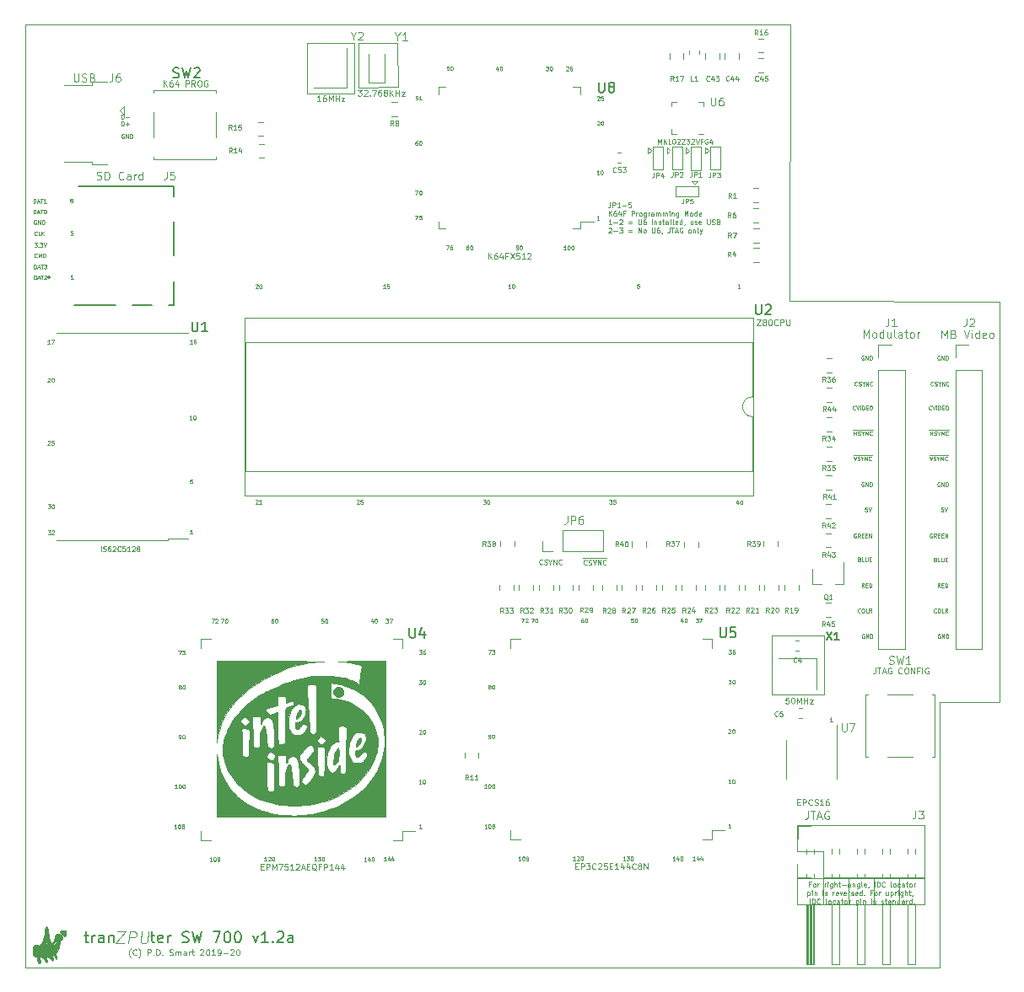
<source format=gbr>
G04 #@! TF.GenerationSoftware,KiCad,Pcbnew,(5.1.2-1)-1*
G04 #@! TF.CreationDate,2020-09-17T21:50:52+01:00*
G04 #@! TF.ProjectId,tranZPUter-SW-700_v1_2,7472616e-5a50-4557-9465-722d53572d37,rev?*
G04 #@! TF.SameCoordinates,Original*
G04 #@! TF.FileFunction,Legend,Top*
G04 #@! TF.FilePolarity,Positive*
%FSLAX46Y46*%
G04 Gerber Fmt 4.6, Leading zero omitted, Abs format (unit mm)*
G04 Created by KiCad (PCBNEW (5.1.2-1)-1) date 2020-09-17 21:50:52*
%MOMM*%
%LPD*%
G04 APERTURE LIST*
%ADD10C,0.075000*%
%ADD11C,0.120000*%
%ADD12C,0.100000*%
%ADD13C,0.080000*%
%ADD14C,0.200000*%
%ADD15C,0.010000*%
%ADD16C,0.127000*%
%ADD17C,0.150000*%
G04 APERTURE END LIST*
D10*
X178644285Y-115150952D02*
X178415714Y-115150952D01*
X178530000Y-115150952D02*
X178530000Y-114750952D01*
X178491904Y-114808095D01*
X178453809Y-114846190D01*
X178415714Y-114865238D01*
D11*
X97610000Y-139890000D02*
X97600000Y-45100000D01*
X189390000Y-139880000D02*
X97610000Y-139890000D01*
X189400000Y-113220000D02*
X189390000Y-139880000D01*
X195390000Y-113220000D02*
X189400000Y-113220000D01*
X195390000Y-72940000D02*
X195390000Y-113220000D01*
X174380000Y-72920000D02*
X195390000Y-72940000D01*
X174390000Y-45110000D02*
X174380000Y-72920000D01*
X97600000Y-45100000D02*
X174390000Y-45110000D01*
D12*
X156346904Y-63011190D02*
X156346904Y-63368333D01*
X156323095Y-63439761D01*
X156275476Y-63487380D01*
X156204047Y-63511190D01*
X156156428Y-63511190D01*
X156585000Y-63511190D02*
X156585000Y-63011190D01*
X156775476Y-63011190D01*
X156823095Y-63035000D01*
X156846904Y-63058809D01*
X156870714Y-63106428D01*
X156870714Y-63177857D01*
X156846904Y-63225476D01*
X156823095Y-63249285D01*
X156775476Y-63273095D01*
X156585000Y-63273095D01*
X157346904Y-63511190D02*
X157061190Y-63511190D01*
X157204047Y-63511190D02*
X157204047Y-63011190D01*
X157156428Y-63082619D01*
X157108809Y-63130238D01*
X157061190Y-63154047D01*
X157561190Y-63320714D02*
X157942142Y-63320714D01*
X158418333Y-63011190D02*
X158180238Y-63011190D01*
X158156428Y-63249285D01*
X158180238Y-63225476D01*
X158227857Y-63201666D01*
X158346904Y-63201666D01*
X158394523Y-63225476D01*
X158418333Y-63249285D01*
X158442142Y-63296904D01*
X158442142Y-63415952D01*
X158418333Y-63463571D01*
X158394523Y-63487380D01*
X158346904Y-63511190D01*
X158227857Y-63511190D01*
X158180238Y-63487380D01*
X158156428Y-63463571D01*
X156204047Y-64361190D02*
X156204047Y-63861190D01*
X156489761Y-64361190D02*
X156275476Y-64075476D01*
X156489761Y-63861190D02*
X156204047Y-64146904D01*
X156918333Y-63861190D02*
X156823095Y-63861190D01*
X156775476Y-63885000D01*
X156751666Y-63908809D01*
X156704047Y-63980238D01*
X156680238Y-64075476D01*
X156680238Y-64265952D01*
X156704047Y-64313571D01*
X156727857Y-64337380D01*
X156775476Y-64361190D01*
X156870714Y-64361190D01*
X156918333Y-64337380D01*
X156942142Y-64313571D01*
X156965952Y-64265952D01*
X156965952Y-64146904D01*
X156942142Y-64099285D01*
X156918333Y-64075476D01*
X156870714Y-64051666D01*
X156775476Y-64051666D01*
X156727857Y-64075476D01*
X156704047Y-64099285D01*
X156680238Y-64146904D01*
X157394523Y-64027857D02*
X157394523Y-64361190D01*
X157275476Y-63837380D02*
X157156428Y-64194523D01*
X157465952Y-64194523D01*
X157823095Y-64099285D02*
X157656428Y-64099285D01*
X157656428Y-64361190D02*
X157656428Y-63861190D01*
X157894523Y-63861190D01*
X158465952Y-64361190D02*
X158465952Y-63861190D01*
X158656428Y-63861190D01*
X158704047Y-63885000D01*
X158727857Y-63908809D01*
X158751666Y-63956428D01*
X158751666Y-64027857D01*
X158727857Y-64075476D01*
X158704047Y-64099285D01*
X158656428Y-64123095D01*
X158465952Y-64123095D01*
X158965952Y-64361190D02*
X158965952Y-64027857D01*
X158965952Y-64123095D02*
X158989761Y-64075476D01*
X159013571Y-64051666D01*
X159061190Y-64027857D01*
X159108809Y-64027857D01*
X159346904Y-64361190D02*
X159299285Y-64337380D01*
X159275476Y-64313571D01*
X159251666Y-64265952D01*
X159251666Y-64123095D01*
X159275476Y-64075476D01*
X159299285Y-64051666D01*
X159346904Y-64027857D01*
X159418333Y-64027857D01*
X159465952Y-64051666D01*
X159489761Y-64075476D01*
X159513571Y-64123095D01*
X159513571Y-64265952D01*
X159489761Y-64313571D01*
X159465952Y-64337380D01*
X159418333Y-64361190D01*
X159346904Y-64361190D01*
X159942142Y-64027857D02*
X159942142Y-64432619D01*
X159918333Y-64480238D01*
X159894523Y-64504047D01*
X159846904Y-64527857D01*
X159775476Y-64527857D01*
X159727857Y-64504047D01*
X159942142Y-64337380D02*
X159894523Y-64361190D01*
X159799285Y-64361190D01*
X159751666Y-64337380D01*
X159727857Y-64313571D01*
X159704047Y-64265952D01*
X159704047Y-64123095D01*
X159727857Y-64075476D01*
X159751666Y-64051666D01*
X159799285Y-64027857D01*
X159894523Y-64027857D01*
X159942142Y-64051666D01*
X160180238Y-64361190D02*
X160180238Y-64027857D01*
X160180238Y-64123095D02*
X160204047Y-64075476D01*
X160227857Y-64051666D01*
X160275476Y-64027857D01*
X160323095Y-64027857D01*
X160704047Y-64361190D02*
X160704047Y-64099285D01*
X160680238Y-64051666D01*
X160632619Y-64027857D01*
X160537380Y-64027857D01*
X160489761Y-64051666D01*
X160704047Y-64337380D02*
X160656428Y-64361190D01*
X160537380Y-64361190D01*
X160489761Y-64337380D01*
X160465952Y-64289761D01*
X160465952Y-64242142D01*
X160489761Y-64194523D01*
X160537380Y-64170714D01*
X160656428Y-64170714D01*
X160704047Y-64146904D01*
X160942142Y-64361190D02*
X160942142Y-64027857D01*
X160942142Y-64075476D02*
X160965952Y-64051666D01*
X161013571Y-64027857D01*
X161085000Y-64027857D01*
X161132619Y-64051666D01*
X161156428Y-64099285D01*
X161156428Y-64361190D01*
X161156428Y-64099285D02*
X161180238Y-64051666D01*
X161227857Y-64027857D01*
X161299285Y-64027857D01*
X161346904Y-64051666D01*
X161370714Y-64099285D01*
X161370714Y-64361190D01*
X161608809Y-64361190D02*
X161608809Y-64027857D01*
X161608809Y-64075476D02*
X161632619Y-64051666D01*
X161680238Y-64027857D01*
X161751666Y-64027857D01*
X161799285Y-64051666D01*
X161823095Y-64099285D01*
X161823095Y-64361190D01*
X161823095Y-64099285D02*
X161846904Y-64051666D01*
X161894523Y-64027857D01*
X161965952Y-64027857D01*
X162013571Y-64051666D01*
X162037380Y-64099285D01*
X162037380Y-64361190D01*
X162275476Y-64361190D02*
X162275476Y-64027857D01*
X162275476Y-63861190D02*
X162251666Y-63885000D01*
X162275476Y-63908809D01*
X162299285Y-63885000D01*
X162275476Y-63861190D01*
X162275476Y-63908809D01*
X162513571Y-64027857D02*
X162513571Y-64361190D01*
X162513571Y-64075476D02*
X162537380Y-64051666D01*
X162585000Y-64027857D01*
X162656428Y-64027857D01*
X162704047Y-64051666D01*
X162727857Y-64099285D01*
X162727857Y-64361190D01*
X163180238Y-64027857D02*
X163180238Y-64432619D01*
X163156428Y-64480238D01*
X163132619Y-64504047D01*
X163085000Y-64527857D01*
X163013571Y-64527857D01*
X162965952Y-64504047D01*
X163180238Y-64337380D02*
X163132619Y-64361190D01*
X163037380Y-64361190D01*
X162989761Y-64337380D01*
X162965952Y-64313571D01*
X162942142Y-64265952D01*
X162942142Y-64123095D01*
X162965952Y-64075476D01*
X162989761Y-64051666D01*
X163037380Y-64027857D01*
X163132619Y-64027857D01*
X163180238Y-64051666D01*
X163799285Y-64361190D02*
X163799285Y-63861190D01*
X163965952Y-64218333D01*
X164132619Y-63861190D01*
X164132619Y-64361190D01*
X164442142Y-64361190D02*
X164394523Y-64337380D01*
X164370714Y-64313571D01*
X164346904Y-64265952D01*
X164346904Y-64123095D01*
X164370714Y-64075476D01*
X164394523Y-64051666D01*
X164442142Y-64027857D01*
X164513571Y-64027857D01*
X164561190Y-64051666D01*
X164585000Y-64075476D01*
X164608809Y-64123095D01*
X164608809Y-64265952D01*
X164585000Y-64313571D01*
X164561190Y-64337380D01*
X164513571Y-64361190D01*
X164442142Y-64361190D01*
X165037380Y-64361190D02*
X165037380Y-63861190D01*
X165037380Y-64337380D02*
X164989761Y-64361190D01*
X164894523Y-64361190D01*
X164846904Y-64337380D01*
X164823095Y-64313571D01*
X164799285Y-64265952D01*
X164799285Y-64123095D01*
X164823095Y-64075476D01*
X164846904Y-64051666D01*
X164894523Y-64027857D01*
X164989761Y-64027857D01*
X165037380Y-64051666D01*
X165465952Y-64337380D02*
X165418333Y-64361190D01*
X165323095Y-64361190D01*
X165275476Y-64337380D01*
X165251666Y-64289761D01*
X165251666Y-64099285D01*
X165275476Y-64051666D01*
X165323095Y-64027857D01*
X165418333Y-64027857D01*
X165465952Y-64051666D01*
X165489761Y-64099285D01*
X165489761Y-64146904D01*
X165251666Y-64194523D01*
X156465952Y-65211190D02*
X156180238Y-65211190D01*
X156323095Y-65211190D02*
X156323095Y-64711190D01*
X156275476Y-64782619D01*
X156227857Y-64830238D01*
X156180238Y-64854047D01*
X156680238Y-65020714D02*
X157061190Y-65020714D01*
X157275476Y-64758809D02*
X157299285Y-64735000D01*
X157346904Y-64711190D01*
X157465952Y-64711190D01*
X157513571Y-64735000D01*
X157537380Y-64758809D01*
X157561190Y-64806428D01*
X157561190Y-64854047D01*
X157537380Y-64925476D01*
X157251666Y-65211190D01*
X157561190Y-65211190D01*
X158156428Y-64949285D02*
X158537380Y-64949285D01*
X158537380Y-65092142D02*
X158156428Y-65092142D01*
X159156428Y-64711190D02*
X159156428Y-65115952D01*
X159180238Y-65163571D01*
X159204047Y-65187380D01*
X159251666Y-65211190D01*
X159346904Y-65211190D01*
X159394523Y-65187380D01*
X159418333Y-65163571D01*
X159442142Y-65115952D01*
X159442142Y-64711190D01*
X159894523Y-64711190D02*
X159799285Y-64711190D01*
X159751666Y-64735000D01*
X159727857Y-64758809D01*
X159680238Y-64830238D01*
X159656428Y-64925476D01*
X159656428Y-65115952D01*
X159680238Y-65163571D01*
X159704047Y-65187380D01*
X159751666Y-65211190D01*
X159846904Y-65211190D01*
X159894523Y-65187380D01*
X159918333Y-65163571D01*
X159942142Y-65115952D01*
X159942142Y-64996904D01*
X159918333Y-64949285D01*
X159894523Y-64925476D01*
X159846904Y-64901666D01*
X159751666Y-64901666D01*
X159704047Y-64925476D01*
X159680238Y-64949285D01*
X159656428Y-64996904D01*
X160537380Y-65211190D02*
X160537380Y-64877857D01*
X160537380Y-64711190D02*
X160513571Y-64735000D01*
X160537380Y-64758809D01*
X160561190Y-64735000D01*
X160537380Y-64711190D01*
X160537380Y-64758809D01*
X160775476Y-64877857D02*
X160775476Y-65211190D01*
X160775476Y-64925476D02*
X160799285Y-64901666D01*
X160846904Y-64877857D01*
X160918333Y-64877857D01*
X160965952Y-64901666D01*
X160989761Y-64949285D01*
X160989761Y-65211190D01*
X161204047Y-65187380D02*
X161251666Y-65211190D01*
X161346904Y-65211190D01*
X161394523Y-65187380D01*
X161418333Y-65139761D01*
X161418333Y-65115952D01*
X161394523Y-65068333D01*
X161346904Y-65044523D01*
X161275476Y-65044523D01*
X161227857Y-65020714D01*
X161204047Y-64973095D01*
X161204047Y-64949285D01*
X161227857Y-64901666D01*
X161275476Y-64877857D01*
X161346904Y-64877857D01*
X161394523Y-64901666D01*
X161561190Y-64877857D02*
X161751666Y-64877857D01*
X161632619Y-64711190D02*
X161632619Y-65139761D01*
X161656428Y-65187380D01*
X161704047Y-65211190D01*
X161751666Y-65211190D01*
X162132619Y-65211190D02*
X162132619Y-64949285D01*
X162108809Y-64901666D01*
X162061190Y-64877857D01*
X161965952Y-64877857D01*
X161918333Y-64901666D01*
X162132619Y-65187380D02*
X162085000Y-65211190D01*
X161965952Y-65211190D01*
X161918333Y-65187380D01*
X161894523Y-65139761D01*
X161894523Y-65092142D01*
X161918333Y-65044523D01*
X161965952Y-65020714D01*
X162085000Y-65020714D01*
X162132619Y-64996904D01*
X162442142Y-65211190D02*
X162394523Y-65187380D01*
X162370714Y-65139761D01*
X162370714Y-64711190D01*
X162704047Y-65211190D02*
X162656428Y-65187380D01*
X162632619Y-65139761D01*
X162632619Y-64711190D01*
X163085000Y-65187380D02*
X163037380Y-65211190D01*
X162942142Y-65211190D01*
X162894523Y-65187380D01*
X162870714Y-65139761D01*
X162870714Y-64949285D01*
X162894523Y-64901666D01*
X162942142Y-64877857D01*
X163037380Y-64877857D01*
X163085000Y-64901666D01*
X163108809Y-64949285D01*
X163108809Y-64996904D01*
X162870714Y-65044523D01*
X163537380Y-65211190D02*
X163537380Y-64711190D01*
X163537380Y-65187380D02*
X163489761Y-65211190D01*
X163394523Y-65211190D01*
X163346904Y-65187380D01*
X163323095Y-65163571D01*
X163299285Y-65115952D01*
X163299285Y-64973095D01*
X163323095Y-64925476D01*
X163346904Y-64901666D01*
X163394523Y-64877857D01*
X163489761Y-64877857D01*
X163537380Y-64901666D01*
X163799285Y-65187380D02*
X163799285Y-65211190D01*
X163775476Y-65258809D01*
X163751666Y-65282619D01*
X164608809Y-64877857D02*
X164608809Y-65211190D01*
X164394523Y-64877857D02*
X164394523Y-65139761D01*
X164418333Y-65187380D01*
X164465952Y-65211190D01*
X164537380Y-65211190D01*
X164585000Y-65187380D01*
X164608809Y-65163571D01*
X164823095Y-65187380D02*
X164870714Y-65211190D01*
X164965952Y-65211190D01*
X165013571Y-65187380D01*
X165037380Y-65139761D01*
X165037380Y-65115952D01*
X165013571Y-65068333D01*
X164965952Y-65044523D01*
X164894523Y-65044523D01*
X164846904Y-65020714D01*
X164823095Y-64973095D01*
X164823095Y-64949285D01*
X164846904Y-64901666D01*
X164894523Y-64877857D01*
X164965952Y-64877857D01*
X165013571Y-64901666D01*
X165442142Y-65187380D02*
X165394523Y-65211190D01*
X165299285Y-65211190D01*
X165251666Y-65187380D01*
X165227857Y-65139761D01*
X165227857Y-64949285D01*
X165251666Y-64901666D01*
X165299285Y-64877857D01*
X165394523Y-64877857D01*
X165442142Y-64901666D01*
X165465952Y-64949285D01*
X165465952Y-64996904D01*
X165227857Y-65044523D01*
X166061190Y-64711190D02*
X166061190Y-65115952D01*
X166085000Y-65163571D01*
X166108809Y-65187380D01*
X166156428Y-65211190D01*
X166251666Y-65211190D01*
X166299285Y-65187380D01*
X166323095Y-65163571D01*
X166346904Y-65115952D01*
X166346904Y-64711190D01*
X166561190Y-65187380D02*
X166632619Y-65211190D01*
X166751666Y-65211190D01*
X166799285Y-65187380D01*
X166823095Y-65163571D01*
X166846904Y-65115952D01*
X166846904Y-65068333D01*
X166823095Y-65020714D01*
X166799285Y-64996904D01*
X166751666Y-64973095D01*
X166656428Y-64949285D01*
X166608809Y-64925476D01*
X166585000Y-64901666D01*
X166561190Y-64854047D01*
X166561190Y-64806428D01*
X166585000Y-64758809D01*
X166608809Y-64735000D01*
X166656428Y-64711190D01*
X166775476Y-64711190D01*
X166846904Y-64735000D01*
X167227857Y-64949285D02*
X167299285Y-64973095D01*
X167323095Y-64996904D01*
X167346904Y-65044523D01*
X167346904Y-65115952D01*
X167323095Y-65163571D01*
X167299285Y-65187380D01*
X167251666Y-65211190D01*
X167061190Y-65211190D01*
X167061190Y-64711190D01*
X167227857Y-64711190D01*
X167275476Y-64735000D01*
X167299285Y-64758809D01*
X167323095Y-64806428D01*
X167323095Y-64854047D01*
X167299285Y-64901666D01*
X167275476Y-64925476D01*
X167227857Y-64949285D01*
X167061190Y-64949285D01*
X156180238Y-65608809D02*
X156204047Y-65585000D01*
X156251666Y-65561190D01*
X156370714Y-65561190D01*
X156418333Y-65585000D01*
X156442142Y-65608809D01*
X156465952Y-65656428D01*
X156465952Y-65704047D01*
X156442142Y-65775476D01*
X156156428Y-66061190D01*
X156465952Y-66061190D01*
X156680238Y-65870714D02*
X157061190Y-65870714D01*
X157251666Y-65561190D02*
X157561190Y-65561190D01*
X157394523Y-65751666D01*
X157465952Y-65751666D01*
X157513571Y-65775476D01*
X157537380Y-65799285D01*
X157561190Y-65846904D01*
X157561190Y-65965952D01*
X157537380Y-66013571D01*
X157513571Y-66037380D01*
X157465952Y-66061190D01*
X157323095Y-66061190D01*
X157275476Y-66037380D01*
X157251666Y-66013571D01*
X158156428Y-65799285D02*
X158537380Y-65799285D01*
X158537380Y-65942142D02*
X158156428Y-65942142D01*
X159156428Y-66061190D02*
X159156428Y-65561190D01*
X159442142Y-66061190D01*
X159442142Y-65561190D01*
X159751666Y-66061190D02*
X159704047Y-66037380D01*
X159680238Y-66013571D01*
X159656428Y-65965952D01*
X159656428Y-65823095D01*
X159680238Y-65775476D01*
X159704047Y-65751666D01*
X159751666Y-65727857D01*
X159823095Y-65727857D01*
X159870714Y-65751666D01*
X159894523Y-65775476D01*
X159918333Y-65823095D01*
X159918333Y-65965952D01*
X159894523Y-66013571D01*
X159870714Y-66037380D01*
X159823095Y-66061190D01*
X159751666Y-66061190D01*
X160513571Y-65561190D02*
X160513571Y-65965952D01*
X160537380Y-66013571D01*
X160561190Y-66037380D01*
X160608809Y-66061190D01*
X160704047Y-66061190D01*
X160751666Y-66037380D01*
X160775476Y-66013571D01*
X160799285Y-65965952D01*
X160799285Y-65561190D01*
X161251666Y-65561190D02*
X161156428Y-65561190D01*
X161108809Y-65585000D01*
X161085000Y-65608809D01*
X161037380Y-65680238D01*
X161013571Y-65775476D01*
X161013571Y-65965952D01*
X161037380Y-66013571D01*
X161061190Y-66037380D01*
X161108809Y-66061190D01*
X161204047Y-66061190D01*
X161251666Y-66037380D01*
X161275476Y-66013571D01*
X161299285Y-65965952D01*
X161299285Y-65846904D01*
X161275476Y-65799285D01*
X161251666Y-65775476D01*
X161204047Y-65751666D01*
X161108809Y-65751666D01*
X161061190Y-65775476D01*
X161037380Y-65799285D01*
X161013571Y-65846904D01*
X161537380Y-66037380D02*
X161537380Y-66061190D01*
X161513571Y-66108809D01*
X161489761Y-66132619D01*
X162275476Y-65561190D02*
X162275476Y-65918333D01*
X162251666Y-65989761D01*
X162204047Y-66037380D01*
X162132619Y-66061190D01*
X162085000Y-66061190D01*
X162442142Y-65561190D02*
X162727857Y-65561190D01*
X162585000Y-66061190D02*
X162585000Y-65561190D01*
X162870714Y-65918333D02*
X163108809Y-65918333D01*
X162823095Y-66061190D02*
X162989761Y-65561190D01*
X163156428Y-66061190D01*
X163585000Y-65585000D02*
X163537380Y-65561190D01*
X163465952Y-65561190D01*
X163394523Y-65585000D01*
X163346904Y-65632619D01*
X163323095Y-65680238D01*
X163299285Y-65775476D01*
X163299285Y-65846904D01*
X163323095Y-65942142D01*
X163346904Y-65989761D01*
X163394523Y-66037380D01*
X163465952Y-66061190D01*
X163513571Y-66061190D01*
X163585000Y-66037380D01*
X163608809Y-66013571D01*
X163608809Y-65846904D01*
X163513571Y-65846904D01*
X164275476Y-66061190D02*
X164227857Y-66037380D01*
X164204047Y-66013571D01*
X164180238Y-65965952D01*
X164180238Y-65823095D01*
X164204047Y-65775476D01*
X164227857Y-65751666D01*
X164275476Y-65727857D01*
X164346904Y-65727857D01*
X164394523Y-65751666D01*
X164418333Y-65775476D01*
X164442142Y-65823095D01*
X164442142Y-65965952D01*
X164418333Y-66013571D01*
X164394523Y-66037380D01*
X164346904Y-66061190D01*
X164275476Y-66061190D01*
X164656428Y-65727857D02*
X164656428Y-66061190D01*
X164656428Y-65775476D02*
X164680238Y-65751666D01*
X164727857Y-65727857D01*
X164799285Y-65727857D01*
X164846904Y-65751666D01*
X164870714Y-65799285D01*
X164870714Y-66061190D01*
X165180238Y-66061190D02*
X165132619Y-66037380D01*
X165108809Y-65989761D01*
X165108809Y-65561190D01*
X165323095Y-65727857D02*
X165442142Y-66061190D01*
X165561190Y-65727857D02*
X165442142Y-66061190D01*
X165394523Y-66180238D01*
X165370714Y-66204047D01*
X165323095Y-66227857D01*
X149540476Y-99308571D02*
X149516666Y-99332380D01*
X149445238Y-99356190D01*
X149397619Y-99356190D01*
X149326190Y-99332380D01*
X149278571Y-99284761D01*
X149254761Y-99237142D01*
X149230952Y-99141904D01*
X149230952Y-99070476D01*
X149254761Y-98975238D01*
X149278571Y-98927619D01*
X149326190Y-98880000D01*
X149397619Y-98856190D01*
X149445238Y-98856190D01*
X149516666Y-98880000D01*
X149540476Y-98903809D01*
X149730952Y-99332380D02*
X149802380Y-99356190D01*
X149921428Y-99356190D01*
X149969047Y-99332380D01*
X149992857Y-99308571D01*
X150016666Y-99260952D01*
X150016666Y-99213333D01*
X149992857Y-99165714D01*
X149969047Y-99141904D01*
X149921428Y-99118095D01*
X149826190Y-99094285D01*
X149778571Y-99070476D01*
X149754761Y-99046666D01*
X149730952Y-98999047D01*
X149730952Y-98951428D01*
X149754761Y-98903809D01*
X149778571Y-98880000D01*
X149826190Y-98856190D01*
X149945238Y-98856190D01*
X150016666Y-98880000D01*
X150326190Y-99118095D02*
X150326190Y-99356190D01*
X150159523Y-98856190D02*
X150326190Y-99118095D01*
X150492857Y-98856190D01*
X150659523Y-99356190D02*
X150659523Y-98856190D01*
X150945238Y-99356190D01*
X150945238Y-98856190D01*
X151469047Y-99308571D02*
X151445238Y-99332380D01*
X151373809Y-99356190D01*
X151326190Y-99356190D01*
X151254761Y-99332380D01*
X151207142Y-99284761D01*
X151183333Y-99237142D01*
X151159523Y-99141904D01*
X151159523Y-99070476D01*
X151183333Y-98975238D01*
X151207142Y-98927619D01*
X151254761Y-98880000D01*
X151326190Y-98856190D01*
X151373809Y-98856190D01*
X151445238Y-98880000D01*
X151469047Y-98903809D01*
X153575714Y-98710000D02*
X154075714Y-98710000D01*
X153980476Y-99378571D02*
X153956666Y-99402380D01*
X153885238Y-99426190D01*
X153837619Y-99426190D01*
X153766190Y-99402380D01*
X153718571Y-99354761D01*
X153694761Y-99307142D01*
X153670952Y-99211904D01*
X153670952Y-99140476D01*
X153694761Y-99045238D01*
X153718571Y-98997619D01*
X153766190Y-98950000D01*
X153837619Y-98926190D01*
X153885238Y-98926190D01*
X153956666Y-98950000D01*
X153980476Y-98973809D01*
X154075714Y-98710000D02*
X154551904Y-98710000D01*
X154170952Y-99402380D02*
X154242380Y-99426190D01*
X154361428Y-99426190D01*
X154409047Y-99402380D01*
X154432857Y-99378571D01*
X154456666Y-99330952D01*
X154456666Y-99283333D01*
X154432857Y-99235714D01*
X154409047Y-99211904D01*
X154361428Y-99188095D01*
X154266190Y-99164285D01*
X154218571Y-99140476D01*
X154194761Y-99116666D01*
X154170952Y-99069047D01*
X154170952Y-99021428D01*
X154194761Y-98973809D01*
X154218571Y-98950000D01*
X154266190Y-98926190D01*
X154385238Y-98926190D01*
X154456666Y-98950000D01*
X154551904Y-98710000D02*
X154980476Y-98710000D01*
X154766190Y-99188095D02*
X154766190Y-99426190D01*
X154599523Y-98926190D02*
X154766190Y-99188095D01*
X154932857Y-98926190D01*
X154980476Y-98710000D02*
X155504285Y-98710000D01*
X155099523Y-99426190D02*
X155099523Y-98926190D01*
X155385238Y-99426190D01*
X155385238Y-98926190D01*
X155504285Y-98710000D02*
X156004285Y-98710000D01*
X155909047Y-99378571D02*
X155885238Y-99402380D01*
X155813809Y-99426190D01*
X155766190Y-99426190D01*
X155694761Y-99402380D01*
X155647142Y-99354761D01*
X155623333Y-99307142D01*
X155599523Y-99211904D01*
X155599523Y-99140476D01*
X155623333Y-99045238D01*
X155647142Y-98997619D01*
X155694761Y-98950000D01*
X155766190Y-98926190D01*
X155813809Y-98926190D01*
X155885238Y-98950000D01*
X155909047Y-98973809D01*
X176457142Y-131504285D02*
X176290476Y-131504285D01*
X176290476Y-131766190D02*
X176290476Y-131266190D01*
X176528571Y-131266190D01*
X176790476Y-131766190D02*
X176742857Y-131742380D01*
X176719047Y-131718571D01*
X176695238Y-131670952D01*
X176695238Y-131528095D01*
X176719047Y-131480476D01*
X176742857Y-131456666D01*
X176790476Y-131432857D01*
X176861904Y-131432857D01*
X176909523Y-131456666D01*
X176933333Y-131480476D01*
X176957142Y-131528095D01*
X176957142Y-131670952D01*
X176933333Y-131718571D01*
X176909523Y-131742380D01*
X176861904Y-131766190D01*
X176790476Y-131766190D01*
X177171428Y-131766190D02*
X177171428Y-131432857D01*
X177171428Y-131528095D02*
X177195238Y-131480476D01*
X177219047Y-131456666D01*
X177266666Y-131432857D01*
X177314285Y-131432857D01*
X177861904Y-131766190D02*
X177861904Y-131432857D01*
X177861904Y-131528095D02*
X177885714Y-131480476D01*
X177909523Y-131456666D01*
X177957142Y-131432857D01*
X178004761Y-131432857D01*
X178171428Y-131766190D02*
X178171428Y-131432857D01*
X178171428Y-131266190D02*
X178147619Y-131290000D01*
X178171428Y-131313809D01*
X178195238Y-131290000D01*
X178171428Y-131266190D01*
X178171428Y-131313809D01*
X178623809Y-131432857D02*
X178623809Y-131837619D01*
X178600000Y-131885238D01*
X178576190Y-131909047D01*
X178528571Y-131932857D01*
X178457142Y-131932857D01*
X178409523Y-131909047D01*
X178623809Y-131742380D02*
X178576190Y-131766190D01*
X178480952Y-131766190D01*
X178433333Y-131742380D01*
X178409523Y-131718571D01*
X178385714Y-131670952D01*
X178385714Y-131528095D01*
X178409523Y-131480476D01*
X178433333Y-131456666D01*
X178480952Y-131432857D01*
X178576190Y-131432857D01*
X178623809Y-131456666D01*
X178861904Y-131766190D02*
X178861904Y-131266190D01*
X179076190Y-131766190D02*
X179076190Y-131504285D01*
X179052380Y-131456666D01*
X179004761Y-131432857D01*
X178933333Y-131432857D01*
X178885714Y-131456666D01*
X178861904Y-131480476D01*
X179242857Y-131432857D02*
X179433333Y-131432857D01*
X179314285Y-131266190D02*
X179314285Y-131694761D01*
X179338095Y-131742380D01*
X179385714Y-131766190D01*
X179433333Y-131766190D01*
X179600000Y-131575714D02*
X179980952Y-131575714D01*
X180433333Y-131766190D02*
X180433333Y-131504285D01*
X180409523Y-131456666D01*
X180361904Y-131432857D01*
X180266666Y-131432857D01*
X180219047Y-131456666D01*
X180433333Y-131742380D02*
X180385714Y-131766190D01*
X180266666Y-131766190D01*
X180219047Y-131742380D01*
X180195238Y-131694761D01*
X180195238Y-131647142D01*
X180219047Y-131599523D01*
X180266666Y-131575714D01*
X180385714Y-131575714D01*
X180433333Y-131551904D01*
X180671428Y-131432857D02*
X180671428Y-131766190D01*
X180671428Y-131480476D02*
X180695238Y-131456666D01*
X180742857Y-131432857D01*
X180814285Y-131432857D01*
X180861904Y-131456666D01*
X180885714Y-131504285D01*
X180885714Y-131766190D01*
X181338095Y-131432857D02*
X181338095Y-131837619D01*
X181314285Y-131885238D01*
X181290476Y-131909047D01*
X181242857Y-131932857D01*
X181171428Y-131932857D01*
X181123809Y-131909047D01*
X181338095Y-131742380D02*
X181290476Y-131766190D01*
X181195238Y-131766190D01*
X181147619Y-131742380D01*
X181123809Y-131718571D01*
X181100000Y-131670952D01*
X181100000Y-131528095D01*
X181123809Y-131480476D01*
X181147619Y-131456666D01*
X181195238Y-131432857D01*
X181290476Y-131432857D01*
X181338095Y-131456666D01*
X181647619Y-131766190D02*
X181600000Y-131742380D01*
X181576190Y-131694761D01*
X181576190Y-131266190D01*
X182028571Y-131742380D02*
X181980952Y-131766190D01*
X181885714Y-131766190D01*
X181838095Y-131742380D01*
X181814285Y-131694761D01*
X181814285Y-131504285D01*
X181838095Y-131456666D01*
X181885714Y-131432857D01*
X181980952Y-131432857D01*
X182028571Y-131456666D01*
X182052380Y-131504285D01*
X182052380Y-131551904D01*
X181814285Y-131599523D01*
X182290476Y-131742380D02*
X182290476Y-131766190D01*
X182266666Y-131813809D01*
X182242857Y-131837619D01*
X182885714Y-131766190D02*
X182885714Y-131266190D01*
X183123809Y-131766190D02*
X183123809Y-131266190D01*
X183242857Y-131266190D01*
X183314285Y-131290000D01*
X183361904Y-131337619D01*
X183385714Y-131385238D01*
X183409523Y-131480476D01*
X183409523Y-131551904D01*
X183385714Y-131647142D01*
X183361904Y-131694761D01*
X183314285Y-131742380D01*
X183242857Y-131766190D01*
X183123809Y-131766190D01*
X183909523Y-131718571D02*
X183885714Y-131742380D01*
X183814285Y-131766190D01*
X183766666Y-131766190D01*
X183695238Y-131742380D01*
X183647619Y-131694761D01*
X183623809Y-131647142D01*
X183600000Y-131551904D01*
X183600000Y-131480476D01*
X183623809Y-131385238D01*
X183647619Y-131337619D01*
X183695238Y-131290000D01*
X183766666Y-131266190D01*
X183814285Y-131266190D01*
X183885714Y-131290000D01*
X183909523Y-131313809D01*
X184576190Y-131766190D02*
X184528571Y-131742380D01*
X184504761Y-131694761D01*
X184504761Y-131266190D01*
X184838095Y-131766190D02*
X184790476Y-131742380D01*
X184766666Y-131718571D01*
X184742857Y-131670952D01*
X184742857Y-131528095D01*
X184766666Y-131480476D01*
X184790476Y-131456666D01*
X184838095Y-131432857D01*
X184909523Y-131432857D01*
X184957142Y-131456666D01*
X184980952Y-131480476D01*
X185004761Y-131528095D01*
X185004761Y-131670952D01*
X184980952Y-131718571D01*
X184957142Y-131742380D01*
X184909523Y-131766190D01*
X184838095Y-131766190D01*
X185433333Y-131742380D02*
X185385714Y-131766190D01*
X185290476Y-131766190D01*
X185242857Y-131742380D01*
X185219047Y-131718571D01*
X185195238Y-131670952D01*
X185195238Y-131528095D01*
X185219047Y-131480476D01*
X185242857Y-131456666D01*
X185290476Y-131432857D01*
X185385714Y-131432857D01*
X185433333Y-131456666D01*
X185861904Y-131766190D02*
X185861904Y-131504285D01*
X185838095Y-131456666D01*
X185790476Y-131432857D01*
X185695238Y-131432857D01*
X185647619Y-131456666D01*
X185861904Y-131742380D02*
X185814285Y-131766190D01*
X185695238Y-131766190D01*
X185647619Y-131742380D01*
X185623809Y-131694761D01*
X185623809Y-131647142D01*
X185647619Y-131599523D01*
X185695238Y-131575714D01*
X185814285Y-131575714D01*
X185861904Y-131551904D01*
X186028571Y-131432857D02*
X186219047Y-131432857D01*
X186100000Y-131266190D02*
X186100000Y-131694761D01*
X186123809Y-131742380D01*
X186171428Y-131766190D01*
X186219047Y-131766190D01*
X186457142Y-131766190D02*
X186409523Y-131742380D01*
X186385714Y-131718571D01*
X186361904Y-131670952D01*
X186361904Y-131528095D01*
X186385714Y-131480476D01*
X186409523Y-131456666D01*
X186457142Y-131432857D01*
X186528571Y-131432857D01*
X186576190Y-131456666D01*
X186600000Y-131480476D01*
X186623809Y-131528095D01*
X186623809Y-131670952D01*
X186600000Y-131718571D01*
X186576190Y-131742380D01*
X186528571Y-131766190D01*
X186457142Y-131766190D01*
X186838095Y-131766190D02*
X186838095Y-131432857D01*
X186838095Y-131528095D02*
X186861904Y-131480476D01*
X186885714Y-131456666D01*
X186933333Y-131432857D01*
X186980952Y-131432857D01*
X176147619Y-132282857D02*
X176147619Y-132782857D01*
X176147619Y-132306666D02*
X176195238Y-132282857D01*
X176290476Y-132282857D01*
X176338095Y-132306666D01*
X176361904Y-132330476D01*
X176385714Y-132378095D01*
X176385714Y-132520952D01*
X176361904Y-132568571D01*
X176338095Y-132592380D01*
X176290476Y-132616190D01*
X176195238Y-132616190D01*
X176147619Y-132592380D01*
X176600000Y-132616190D02*
X176600000Y-132282857D01*
X176600000Y-132116190D02*
X176576190Y-132140000D01*
X176600000Y-132163809D01*
X176623809Y-132140000D01*
X176600000Y-132116190D01*
X176600000Y-132163809D01*
X176838095Y-132282857D02*
X176838095Y-132616190D01*
X176838095Y-132330476D02*
X176861904Y-132306666D01*
X176909523Y-132282857D01*
X176980952Y-132282857D01*
X177028571Y-132306666D01*
X177052380Y-132354285D01*
X177052380Y-132616190D01*
X177671428Y-132616190D02*
X177671428Y-132282857D01*
X177671428Y-132116190D02*
X177647619Y-132140000D01*
X177671428Y-132163809D01*
X177695238Y-132140000D01*
X177671428Y-132116190D01*
X177671428Y-132163809D01*
X177885714Y-132592380D02*
X177933333Y-132616190D01*
X178028571Y-132616190D01*
X178076190Y-132592380D01*
X178100000Y-132544761D01*
X178100000Y-132520952D01*
X178076190Y-132473333D01*
X178028571Y-132449523D01*
X177957142Y-132449523D01*
X177909523Y-132425714D01*
X177885714Y-132378095D01*
X177885714Y-132354285D01*
X177909523Y-132306666D01*
X177957142Y-132282857D01*
X178028571Y-132282857D01*
X178076190Y-132306666D01*
X178695238Y-132616190D02*
X178695238Y-132282857D01*
X178695238Y-132378095D02*
X178719047Y-132330476D01*
X178742857Y-132306666D01*
X178790476Y-132282857D01*
X178838095Y-132282857D01*
X179195238Y-132592380D02*
X179147619Y-132616190D01*
X179052380Y-132616190D01*
X179004761Y-132592380D01*
X178980952Y-132544761D01*
X178980952Y-132354285D01*
X179004761Y-132306666D01*
X179052380Y-132282857D01*
X179147619Y-132282857D01*
X179195238Y-132306666D01*
X179219047Y-132354285D01*
X179219047Y-132401904D01*
X178980952Y-132449523D01*
X179385714Y-132282857D02*
X179504761Y-132616190D01*
X179623809Y-132282857D01*
X180004761Y-132592380D02*
X179957142Y-132616190D01*
X179861904Y-132616190D01*
X179814285Y-132592380D01*
X179790476Y-132544761D01*
X179790476Y-132354285D01*
X179814285Y-132306666D01*
X179861904Y-132282857D01*
X179957142Y-132282857D01*
X180004761Y-132306666D01*
X180028571Y-132354285D01*
X180028571Y-132401904D01*
X179790476Y-132449523D01*
X180242857Y-132616190D02*
X180242857Y-132282857D01*
X180242857Y-132378095D02*
X180266666Y-132330476D01*
X180290476Y-132306666D01*
X180338095Y-132282857D01*
X180385714Y-132282857D01*
X180528571Y-132592380D02*
X180576190Y-132616190D01*
X180671428Y-132616190D01*
X180719047Y-132592380D01*
X180742857Y-132544761D01*
X180742857Y-132520952D01*
X180719047Y-132473333D01*
X180671428Y-132449523D01*
X180600000Y-132449523D01*
X180552380Y-132425714D01*
X180528571Y-132378095D01*
X180528571Y-132354285D01*
X180552380Y-132306666D01*
X180600000Y-132282857D01*
X180671428Y-132282857D01*
X180719047Y-132306666D01*
X181147619Y-132592380D02*
X181100000Y-132616190D01*
X181004761Y-132616190D01*
X180957142Y-132592380D01*
X180933333Y-132544761D01*
X180933333Y-132354285D01*
X180957142Y-132306666D01*
X181004761Y-132282857D01*
X181100000Y-132282857D01*
X181147619Y-132306666D01*
X181171428Y-132354285D01*
X181171428Y-132401904D01*
X180933333Y-132449523D01*
X181600000Y-132616190D02*
X181600000Y-132116190D01*
X181600000Y-132592380D02*
X181552380Y-132616190D01*
X181457142Y-132616190D01*
X181409523Y-132592380D01*
X181385714Y-132568571D01*
X181361904Y-132520952D01*
X181361904Y-132378095D01*
X181385714Y-132330476D01*
X181409523Y-132306666D01*
X181457142Y-132282857D01*
X181552380Y-132282857D01*
X181600000Y-132306666D01*
X181838095Y-132568571D02*
X181861904Y-132592380D01*
X181838095Y-132616190D01*
X181814285Y-132592380D01*
X181838095Y-132568571D01*
X181838095Y-132616190D01*
X182623809Y-132354285D02*
X182457142Y-132354285D01*
X182457142Y-132616190D02*
X182457142Y-132116190D01*
X182695238Y-132116190D01*
X182957142Y-132616190D02*
X182909523Y-132592380D01*
X182885714Y-132568571D01*
X182861904Y-132520952D01*
X182861904Y-132378095D01*
X182885714Y-132330476D01*
X182909523Y-132306666D01*
X182957142Y-132282857D01*
X183028571Y-132282857D01*
X183076190Y-132306666D01*
X183100000Y-132330476D01*
X183123809Y-132378095D01*
X183123809Y-132520952D01*
X183100000Y-132568571D01*
X183076190Y-132592380D01*
X183028571Y-132616190D01*
X182957142Y-132616190D01*
X183338095Y-132616190D02*
X183338095Y-132282857D01*
X183338095Y-132378095D02*
X183361904Y-132330476D01*
X183385714Y-132306666D01*
X183433333Y-132282857D01*
X183480952Y-132282857D01*
X184242857Y-132282857D02*
X184242857Y-132616190D01*
X184028571Y-132282857D02*
X184028571Y-132544761D01*
X184052380Y-132592380D01*
X184100000Y-132616190D01*
X184171428Y-132616190D01*
X184219047Y-132592380D01*
X184242857Y-132568571D01*
X184480952Y-132282857D02*
X184480952Y-132782857D01*
X184480952Y-132306666D02*
X184528571Y-132282857D01*
X184623809Y-132282857D01*
X184671428Y-132306666D01*
X184695238Y-132330476D01*
X184719047Y-132378095D01*
X184719047Y-132520952D01*
X184695238Y-132568571D01*
X184671428Y-132592380D01*
X184623809Y-132616190D01*
X184528571Y-132616190D01*
X184480952Y-132592380D01*
X184933333Y-132616190D02*
X184933333Y-132282857D01*
X184933333Y-132378095D02*
X184957142Y-132330476D01*
X184980952Y-132306666D01*
X185028571Y-132282857D01*
X185076190Y-132282857D01*
X185242857Y-132616190D02*
X185242857Y-132282857D01*
X185242857Y-132116190D02*
X185219047Y-132140000D01*
X185242857Y-132163809D01*
X185266666Y-132140000D01*
X185242857Y-132116190D01*
X185242857Y-132163809D01*
X185695238Y-132282857D02*
X185695238Y-132687619D01*
X185671428Y-132735238D01*
X185647619Y-132759047D01*
X185600000Y-132782857D01*
X185528571Y-132782857D01*
X185480952Y-132759047D01*
X185695238Y-132592380D02*
X185647619Y-132616190D01*
X185552380Y-132616190D01*
X185504761Y-132592380D01*
X185480952Y-132568571D01*
X185457142Y-132520952D01*
X185457142Y-132378095D01*
X185480952Y-132330476D01*
X185504761Y-132306666D01*
X185552380Y-132282857D01*
X185647619Y-132282857D01*
X185695238Y-132306666D01*
X185933333Y-132616190D02*
X185933333Y-132116190D01*
X186147619Y-132616190D02*
X186147619Y-132354285D01*
X186123809Y-132306666D01*
X186076190Y-132282857D01*
X186004761Y-132282857D01*
X185957142Y-132306666D01*
X185933333Y-132330476D01*
X186314285Y-132282857D02*
X186504761Y-132282857D01*
X186385714Y-132116190D02*
X186385714Y-132544761D01*
X186409523Y-132592380D01*
X186457142Y-132616190D01*
X186504761Y-132616190D01*
X186695238Y-132592380D02*
X186695238Y-132616190D01*
X186671428Y-132663809D01*
X186647619Y-132687619D01*
X176373809Y-133466190D02*
X176373809Y-132966190D01*
X176611904Y-133466190D02*
X176611904Y-132966190D01*
X176730952Y-132966190D01*
X176802380Y-132990000D01*
X176850000Y-133037619D01*
X176873809Y-133085238D01*
X176897619Y-133180476D01*
X176897619Y-133251904D01*
X176873809Y-133347142D01*
X176850000Y-133394761D01*
X176802380Y-133442380D01*
X176730952Y-133466190D01*
X176611904Y-133466190D01*
X177397619Y-133418571D02*
X177373809Y-133442380D01*
X177302380Y-133466190D01*
X177254761Y-133466190D01*
X177183333Y-133442380D01*
X177135714Y-133394761D01*
X177111904Y-133347142D01*
X177088095Y-133251904D01*
X177088095Y-133180476D01*
X177111904Y-133085238D01*
X177135714Y-133037619D01*
X177183333Y-132990000D01*
X177254761Y-132966190D01*
X177302380Y-132966190D01*
X177373809Y-132990000D01*
X177397619Y-133013809D01*
X178064285Y-133466190D02*
X178016666Y-133442380D01*
X177992857Y-133394761D01*
X177992857Y-132966190D01*
X178326190Y-133466190D02*
X178278571Y-133442380D01*
X178254761Y-133418571D01*
X178230952Y-133370952D01*
X178230952Y-133228095D01*
X178254761Y-133180476D01*
X178278571Y-133156666D01*
X178326190Y-133132857D01*
X178397619Y-133132857D01*
X178445238Y-133156666D01*
X178469047Y-133180476D01*
X178492857Y-133228095D01*
X178492857Y-133370952D01*
X178469047Y-133418571D01*
X178445238Y-133442380D01*
X178397619Y-133466190D01*
X178326190Y-133466190D01*
X178921428Y-133442380D02*
X178873809Y-133466190D01*
X178778571Y-133466190D01*
X178730952Y-133442380D01*
X178707142Y-133418571D01*
X178683333Y-133370952D01*
X178683333Y-133228095D01*
X178707142Y-133180476D01*
X178730952Y-133156666D01*
X178778571Y-133132857D01*
X178873809Y-133132857D01*
X178921428Y-133156666D01*
X179350000Y-133466190D02*
X179350000Y-133204285D01*
X179326190Y-133156666D01*
X179278571Y-133132857D01*
X179183333Y-133132857D01*
X179135714Y-133156666D01*
X179350000Y-133442380D02*
X179302380Y-133466190D01*
X179183333Y-133466190D01*
X179135714Y-133442380D01*
X179111904Y-133394761D01*
X179111904Y-133347142D01*
X179135714Y-133299523D01*
X179183333Y-133275714D01*
X179302380Y-133275714D01*
X179350000Y-133251904D01*
X179516666Y-133132857D02*
X179707142Y-133132857D01*
X179588095Y-132966190D02*
X179588095Y-133394761D01*
X179611904Y-133442380D01*
X179659523Y-133466190D01*
X179707142Y-133466190D01*
X179945238Y-133466190D02*
X179897619Y-133442380D01*
X179873809Y-133418571D01*
X179850000Y-133370952D01*
X179850000Y-133228095D01*
X179873809Y-133180476D01*
X179897619Y-133156666D01*
X179945238Y-133132857D01*
X180016666Y-133132857D01*
X180064285Y-133156666D01*
X180088095Y-133180476D01*
X180111904Y-133228095D01*
X180111904Y-133370952D01*
X180088095Y-133418571D01*
X180064285Y-133442380D01*
X180016666Y-133466190D01*
X179945238Y-133466190D01*
X180326190Y-133466190D02*
X180326190Y-133132857D01*
X180326190Y-133228095D02*
X180350000Y-133180476D01*
X180373809Y-133156666D01*
X180421428Y-133132857D01*
X180469047Y-133132857D01*
X181016666Y-133132857D02*
X181016666Y-133632857D01*
X181016666Y-133156666D02*
X181064285Y-133132857D01*
X181159523Y-133132857D01*
X181207142Y-133156666D01*
X181230952Y-133180476D01*
X181254761Y-133228095D01*
X181254761Y-133370952D01*
X181230952Y-133418571D01*
X181207142Y-133442380D01*
X181159523Y-133466190D01*
X181064285Y-133466190D01*
X181016666Y-133442380D01*
X181469047Y-133466190D02*
X181469047Y-133132857D01*
X181469047Y-132966190D02*
X181445238Y-132990000D01*
X181469047Y-133013809D01*
X181492857Y-132990000D01*
X181469047Y-132966190D01*
X181469047Y-133013809D01*
X181707142Y-133132857D02*
X181707142Y-133466190D01*
X181707142Y-133180476D02*
X181730952Y-133156666D01*
X181778571Y-133132857D01*
X181850000Y-133132857D01*
X181897619Y-133156666D01*
X181921428Y-133204285D01*
X181921428Y-133466190D01*
X182540476Y-133466190D02*
X182540476Y-133132857D01*
X182540476Y-132966190D02*
X182516666Y-132990000D01*
X182540476Y-133013809D01*
X182564285Y-132990000D01*
X182540476Y-132966190D01*
X182540476Y-133013809D01*
X182754761Y-133442380D02*
X182802380Y-133466190D01*
X182897619Y-133466190D01*
X182945238Y-133442380D01*
X182969047Y-133394761D01*
X182969047Y-133370952D01*
X182945238Y-133323333D01*
X182897619Y-133299523D01*
X182826190Y-133299523D01*
X182778571Y-133275714D01*
X182754761Y-133228095D01*
X182754761Y-133204285D01*
X182778571Y-133156666D01*
X182826190Y-133132857D01*
X182897619Y-133132857D01*
X182945238Y-133156666D01*
X183540476Y-133442380D02*
X183588095Y-133466190D01*
X183683333Y-133466190D01*
X183730952Y-133442380D01*
X183754761Y-133394761D01*
X183754761Y-133370952D01*
X183730952Y-133323333D01*
X183683333Y-133299523D01*
X183611904Y-133299523D01*
X183564285Y-133275714D01*
X183540476Y-133228095D01*
X183540476Y-133204285D01*
X183564285Y-133156666D01*
X183611904Y-133132857D01*
X183683333Y-133132857D01*
X183730952Y-133156666D01*
X183897619Y-133132857D02*
X184088095Y-133132857D01*
X183969047Y-132966190D02*
X183969047Y-133394761D01*
X183992857Y-133442380D01*
X184040476Y-133466190D01*
X184088095Y-133466190D01*
X184469047Y-133466190D02*
X184469047Y-133204285D01*
X184445238Y-133156666D01*
X184397619Y-133132857D01*
X184302380Y-133132857D01*
X184254761Y-133156666D01*
X184469047Y-133442380D02*
X184421428Y-133466190D01*
X184302380Y-133466190D01*
X184254761Y-133442380D01*
X184230952Y-133394761D01*
X184230952Y-133347142D01*
X184254761Y-133299523D01*
X184302380Y-133275714D01*
X184421428Y-133275714D01*
X184469047Y-133251904D01*
X184707142Y-133132857D02*
X184707142Y-133466190D01*
X184707142Y-133180476D02*
X184730952Y-133156666D01*
X184778571Y-133132857D01*
X184850000Y-133132857D01*
X184897619Y-133156666D01*
X184921428Y-133204285D01*
X184921428Y-133466190D01*
X185373809Y-133466190D02*
X185373809Y-132966190D01*
X185373809Y-133442380D02*
X185326190Y-133466190D01*
X185230952Y-133466190D01*
X185183333Y-133442380D01*
X185159523Y-133418571D01*
X185135714Y-133370952D01*
X185135714Y-133228095D01*
X185159523Y-133180476D01*
X185183333Y-133156666D01*
X185230952Y-133132857D01*
X185326190Y-133132857D01*
X185373809Y-133156666D01*
X185826190Y-133466190D02*
X185826190Y-133204285D01*
X185802380Y-133156666D01*
X185754761Y-133132857D01*
X185659523Y-133132857D01*
X185611904Y-133156666D01*
X185826190Y-133442380D02*
X185778571Y-133466190D01*
X185659523Y-133466190D01*
X185611904Y-133442380D01*
X185588095Y-133394761D01*
X185588095Y-133347142D01*
X185611904Y-133299523D01*
X185659523Y-133275714D01*
X185778571Y-133275714D01*
X185826190Y-133251904D01*
X186064285Y-133466190D02*
X186064285Y-133132857D01*
X186064285Y-133228095D02*
X186088095Y-133180476D01*
X186111904Y-133156666D01*
X186159523Y-133132857D01*
X186207142Y-133132857D01*
X186588095Y-133466190D02*
X186588095Y-132966190D01*
X186588095Y-133442380D02*
X186540476Y-133466190D01*
X186445238Y-133466190D01*
X186397619Y-133442380D01*
X186373809Y-133418571D01*
X186350000Y-133370952D01*
X186350000Y-133228095D01*
X186373809Y-133180476D01*
X186397619Y-133156666D01*
X186445238Y-133132857D01*
X186540476Y-133132857D01*
X186588095Y-133156666D01*
X186826190Y-133418571D02*
X186850000Y-133442380D01*
X186826190Y-133466190D01*
X186802380Y-133442380D01*
X186826190Y-133418571D01*
X186826190Y-133466190D01*
D10*
X114375238Y-90810952D02*
X114184761Y-90810952D01*
X114165714Y-91001428D01*
X114184761Y-90982380D01*
X114222857Y-90963333D01*
X114318095Y-90963333D01*
X114356190Y-90982380D01*
X114375238Y-91001428D01*
X114394285Y-91039523D01*
X114394285Y-91134761D01*
X114375238Y-91172857D01*
X114356190Y-91191904D01*
X114318095Y-91210952D01*
X114222857Y-91210952D01*
X114184761Y-91191904D01*
X114165714Y-91172857D01*
X99885238Y-86999047D02*
X99904285Y-86980000D01*
X99942380Y-86960952D01*
X100037619Y-86960952D01*
X100075714Y-86980000D01*
X100094761Y-86999047D01*
X100113809Y-87037142D01*
X100113809Y-87075238D01*
X100094761Y-87132380D01*
X99866190Y-87360952D01*
X100113809Y-87360952D01*
X100475714Y-86960952D02*
X100285238Y-86960952D01*
X100266190Y-87151428D01*
X100285238Y-87132380D01*
X100323333Y-87113333D01*
X100418571Y-87113333D01*
X100456666Y-87132380D01*
X100475714Y-87151428D01*
X100494761Y-87189523D01*
X100494761Y-87284761D01*
X100475714Y-87322857D01*
X100456666Y-87341904D01*
X100418571Y-87360952D01*
X100323333Y-87360952D01*
X100285238Y-87341904D01*
X100266190Y-87322857D01*
X156256190Y-92880952D02*
X156503809Y-92880952D01*
X156370476Y-93033333D01*
X156427619Y-93033333D01*
X156465714Y-93052380D01*
X156484761Y-93071428D01*
X156503809Y-93109523D01*
X156503809Y-93204761D01*
X156484761Y-93242857D01*
X156465714Y-93261904D01*
X156427619Y-93280952D01*
X156313333Y-93280952D01*
X156275238Y-93261904D01*
X156256190Y-93242857D01*
X156865714Y-92880952D02*
X156675238Y-92880952D01*
X156656190Y-93071428D01*
X156675238Y-93052380D01*
X156713333Y-93033333D01*
X156808571Y-93033333D01*
X156846666Y-93052380D01*
X156865714Y-93071428D01*
X156884761Y-93109523D01*
X156884761Y-93204761D01*
X156865714Y-93242857D01*
X156846666Y-93261904D01*
X156808571Y-93280952D01*
X156713333Y-93280952D01*
X156675238Y-93261904D01*
X156656190Y-93242857D01*
X130905238Y-92919047D02*
X130924285Y-92900000D01*
X130962380Y-92880952D01*
X131057619Y-92880952D01*
X131095714Y-92900000D01*
X131114761Y-92919047D01*
X131133809Y-92957142D01*
X131133809Y-92995238D01*
X131114761Y-93052380D01*
X130886190Y-93280952D01*
X131133809Y-93280952D01*
X131495714Y-92880952D02*
X131305238Y-92880952D01*
X131286190Y-93071428D01*
X131305238Y-93052380D01*
X131343333Y-93033333D01*
X131438571Y-93033333D01*
X131476666Y-93052380D01*
X131495714Y-93071428D01*
X131514761Y-93109523D01*
X131514761Y-93204761D01*
X131495714Y-93242857D01*
X131476666Y-93261904D01*
X131438571Y-93280952D01*
X131343333Y-93280952D01*
X131305238Y-93261904D01*
X131286190Y-93242857D01*
X133783809Y-71630952D02*
X133555238Y-71630952D01*
X133669523Y-71630952D02*
X133669523Y-71230952D01*
X133631428Y-71288095D01*
X133593333Y-71326190D01*
X133555238Y-71345238D01*
X134145714Y-71230952D02*
X133955238Y-71230952D01*
X133936190Y-71421428D01*
X133955238Y-71402380D01*
X133993333Y-71383333D01*
X134088571Y-71383333D01*
X134126666Y-71402380D01*
X134145714Y-71421428D01*
X134164761Y-71459523D01*
X134164761Y-71554761D01*
X134145714Y-71592857D01*
X134126666Y-71611904D01*
X134088571Y-71630952D01*
X133993333Y-71630952D01*
X133955238Y-71611904D01*
X133936190Y-71592857D01*
X159255238Y-71200952D02*
X159064761Y-71200952D01*
X159045714Y-71391428D01*
X159064761Y-71372380D01*
X159102857Y-71353333D01*
X159198095Y-71353333D01*
X159236190Y-71372380D01*
X159255238Y-71391428D01*
X159274285Y-71429523D01*
X159274285Y-71524761D01*
X159255238Y-71562857D01*
X159236190Y-71581904D01*
X159198095Y-71600952D01*
X159102857Y-71600952D01*
X159064761Y-71581904D01*
X159045714Y-71562857D01*
X147426190Y-104790952D02*
X147692857Y-104790952D01*
X147521428Y-105190952D01*
X147826190Y-104829047D02*
X147845238Y-104810000D01*
X147883333Y-104790952D01*
X147978571Y-104790952D01*
X148016666Y-104810000D01*
X148035714Y-104829047D01*
X148054761Y-104867142D01*
X148054761Y-104905238D01*
X148035714Y-104962380D01*
X147807142Y-105190952D01*
X148054761Y-105190952D01*
X164926190Y-104780952D02*
X165173809Y-104780952D01*
X165040476Y-104933333D01*
X165097619Y-104933333D01*
X165135714Y-104952380D01*
X165154761Y-104971428D01*
X165173809Y-105009523D01*
X165173809Y-105104761D01*
X165154761Y-105142857D01*
X165135714Y-105161904D01*
X165097619Y-105180952D01*
X164983333Y-105180952D01*
X164945238Y-105161904D01*
X164926190Y-105142857D01*
X165307142Y-104780952D02*
X165573809Y-104780952D01*
X165402380Y-105180952D01*
X158654761Y-104780952D02*
X158464285Y-104780952D01*
X158445238Y-104971428D01*
X158464285Y-104952380D01*
X158502380Y-104933333D01*
X158597619Y-104933333D01*
X158635714Y-104952380D01*
X158654761Y-104971428D01*
X158673809Y-105009523D01*
X158673809Y-105104761D01*
X158654761Y-105142857D01*
X158635714Y-105161904D01*
X158597619Y-105180952D01*
X158502380Y-105180952D01*
X158464285Y-105161904D01*
X158445238Y-105142857D01*
X158921428Y-104780952D02*
X158959523Y-104780952D01*
X158997619Y-104800000D01*
X159016666Y-104819047D01*
X159035714Y-104857142D01*
X159054761Y-104933333D01*
X159054761Y-105028571D01*
X159035714Y-105104761D01*
X159016666Y-105142857D01*
X158997619Y-105161904D01*
X158959523Y-105180952D01*
X158921428Y-105180952D01*
X158883333Y-105161904D01*
X158864285Y-105142857D01*
X158845238Y-105104761D01*
X158826190Y-105028571D01*
X158826190Y-104933333D01*
X158845238Y-104857142D01*
X158864285Y-104819047D01*
X158883333Y-104800000D01*
X158921428Y-104780952D01*
X148406190Y-104790952D02*
X148672857Y-104790952D01*
X148501428Y-105190952D01*
X148901428Y-104790952D02*
X148939523Y-104790952D01*
X148977619Y-104810000D01*
X148996666Y-104829047D01*
X149015714Y-104867142D01*
X149034761Y-104943333D01*
X149034761Y-105038571D01*
X149015714Y-105114761D01*
X148996666Y-105152857D01*
X148977619Y-105171904D01*
X148939523Y-105190952D01*
X148901428Y-105190952D01*
X148863333Y-105171904D01*
X148844285Y-105152857D01*
X148825238Y-105114761D01*
X148806190Y-105038571D01*
X148806190Y-104943333D01*
X148825238Y-104867142D01*
X148844285Y-104829047D01*
X148863333Y-104810000D01*
X148901428Y-104790952D01*
X163615714Y-104914285D02*
X163615714Y-105180952D01*
X163520476Y-104761904D02*
X163425238Y-105047619D01*
X163672857Y-105047619D01*
X163901428Y-104780952D02*
X163939523Y-104780952D01*
X163977619Y-104800000D01*
X163996666Y-104819047D01*
X164015714Y-104857142D01*
X164034761Y-104933333D01*
X164034761Y-105028571D01*
X164015714Y-105104761D01*
X163996666Y-105142857D01*
X163977619Y-105161904D01*
X163939523Y-105180952D01*
X163901428Y-105180952D01*
X163863333Y-105161904D01*
X163844285Y-105142857D01*
X163825238Y-105104761D01*
X163806190Y-105028571D01*
X163806190Y-104933333D01*
X163825238Y-104857142D01*
X163844285Y-104819047D01*
X163863333Y-104800000D01*
X163901428Y-104780952D01*
X153625714Y-104790952D02*
X153549523Y-104790952D01*
X153511428Y-104810000D01*
X153492380Y-104829047D01*
X153454285Y-104886190D01*
X153435238Y-104962380D01*
X153435238Y-105114761D01*
X153454285Y-105152857D01*
X153473333Y-105171904D01*
X153511428Y-105190952D01*
X153587619Y-105190952D01*
X153625714Y-105171904D01*
X153644761Y-105152857D01*
X153663809Y-105114761D01*
X153663809Y-105019523D01*
X153644761Y-104981428D01*
X153625714Y-104962380D01*
X153587619Y-104943333D01*
X153511428Y-104943333D01*
X153473333Y-104962380D01*
X153454285Y-104981428D01*
X153435238Y-105019523D01*
X153911428Y-104790952D02*
X153949523Y-104790952D01*
X153987619Y-104810000D01*
X154006666Y-104829047D01*
X154025714Y-104867142D01*
X154044761Y-104943333D01*
X154044761Y-105038571D01*
X154025714Y-105114761D01*
X154006666Y-105152857D01*
X153987619Y-105171904D01*
X153949523Y-105190952D01*
X153911428Y-105190952D01*
X153873333Y-105171904D01*
X153854285Y-105152857D01*
X153835238Y-105114761D01*
X153816190Y-105038571D01*
X153816190Y-104943333D01*
X153835238Y-104867142D01*
X153854285Y-104829047D01*
X153873333Y-104810000D01*
X153911428Y-104790952D01*
X152843333Y-129090952D02*
X152614761Y-129090952D01*
X152729047Y-129090952D02*
X152729047Y-128690952D01*
X152690952Y-128748095D01*
X152652857Y-128786190D01*
X152614761Y-128805238D01*
X152995714Y-128729047D02*
X153014761Y-128710000D01*
X153052857Y-128690952D01*
X153148095Y-128690952D01*
X153186190Y-128710000D01*
X153205238Y-128729047D01*
X153224285Y-128767142D01*
X153224285Y-128805238D01*
X153205238Y-128862380D01*
X152976666Y-129090952D01*
X153224285Y-129090952D01*
X153471904Y-128690952D02*
X153510000Y-128690952D01*
X153548095Y-128710000D01*
X153567142Y-128729047D01*
X153586190Y-128767142D01*
X153605238Y-128843333D01*
X153605238Y-128938571D01*
X153586190Y-129014761D01*
X153567142Y-129052857D01*
X153548095Y-129071904D01*
X153510000Y-129090952D01*
X153471904Y-129090952D01*
X153433809Y-129071904D01*
X153414761Y-129052857D01*
X153395714Y-129014761D01*
X153376666Y-128938571D01*
X153376666Y-128843333D01*
X153395714Y-128767142D01*
X153414761Y-128729047D01*
X153433809Y-128710000D01*
X153471904Y-128690952D01*
X147363333Y-129120952D02*
X147134761Y-129120952D01*
X147249047Y-129120952D02*
X147249047Y-128720952D01*
X147210952Y-128778095D01*
X147172857Y-128816190D01*
X147134761Y-128835238D01*
X147610952Y-128720952D02*
X147649047Y-128720952D01*
X147687142Y-128740000D01*
X147706190Y-128759047D01*
X147725238Y-128797142D01*
X147744285Y-128873333D01*
X147744285Y-128968571D01*
X147725238Y-129044761D01*
X147706190Y-129082857D01*
X147687142Y-129101904D01*
X147649047Y-129120952D01*
X147610952Y-129120952D01*
X147572857Y-129101904D01*
X147553809Y-129082857D01*
X147534761Y-129044761D01*
X147515714Y-128968571D01*
X147515714Y-128873333D01*
X147534761Y-128797142D01*
X147553809Y-128759047D01*
X147572857Y-128740000D01*
X147610952Y-128720952D01*
X147934761Y-129120952D02*
X148010952Y-129120952D01*
X148049047Y-129101904D01*
X148068095Y-129082857D01*
X148106190Y-129025714D01*
X148125238Y-128949523D01*
X148125238Y-128797142D01*
X148106190Y-128759047D01*
X148087142Y-128740000D01*
X148049047Y-128720952D01*
X147972857Y-128720952D01*
X147934761Y-128740000D01*
X147915714Y-128759047D01*
X147896666Y-128797142D01*
X147896666Y-128892380D01*
X147915714Y-128930476D01*
X147934761Y-128949523D01*
X147972857Y-128968571D01*
X148049047Y-128968571D01*
X148087142Y-128949523D01*
X148106190Y-128930476D01*
X148125238Y-128892380D01*
X164853333Y-129100952D02*
X164624761Y-129100952D01*
X164739047Y-129100952D02*
X164739047Y-128700952D01*
X164700952Y-128758095D01*
X164662857Y-128796190D01*
X164624761Y-128815238D01*
X165196190Y-128834285D02*
X165196190Y-129100952D01*
X165100952Y-128681904D02*
X165005714Y-128967619D01*
X165253333Y-128967619D01*
X165577142Y-128834285D02*
X165577142Y-129100952D01*
X165481904Y-128681904D02*
X165386666Y-128967619D01*
X165634285Y-128967619D01*
X162853333Y-129110952D02*
X162624761Y-129110952D01*
X162739047Y-129110952D02*
X162739047Y-128710952D01*
X162700952Y-128768095D01*
X162662857Y-128806190D01*
X162624761Y-128825238D01*
X163196190Y-128844285D02*
X163196190Y-129110952D01*
X163100952Y-128691904D02*
X163005714Y-128977619D01*
X163253333Y-128977619D01*
X163481904Y-128710952D02*
X163520000Y-128710952D01*
X163558095Y-128730000D01*
X163577142Y-128749047D01*
X163596190Y-128787142D01*
X163615238Y-128863333D01*
X163615238Y-128958571D01*
X163596190Y-129034761D01*
X163577142Y-129072857D01*
X163558095Y-129091904D01*
X163520000Y-129110952D01*
X163481904Y-129110952D01*
X163443809Y-129091904D01*
X163424761Y-129072857D01*
X163405714Y-129034761D01*
X163386666Y-128958571D01*
X163386666Y-128863333D01*
X163405714Y-128787142D01*
X163424761Y-128749047D01*
X163443809Y-128730000D01*
X163481904Y-128710952D01*
X157853333Y-129100952D02*
X157624761Y-129100952D01*
X157739047Y-129100952D02*
X157739047Y-128700952D01*
X157700952Y-128758095D01*
X157662857Y-128796190D01*
X157624761Y-128815238D01*
X157986666Y-128700952D02*
X158234285Y-128700952D01*
X158100952Y-128853333D01*
X158158095Y-128853333D01*
X158196190Y-128872380D01*
X158215238Y-128891428D01*
X158234285Y-128929523D01*
X158234285Y-129024761D01*
X158215238Y-129062857D01*
X158196190Y-129081904D01*
X158158095Y-129100952D01*
X158043809Y-129100952D01*
X158005714Y-129081904D01*
X157986666Y-129062857D01*
X158481904Y-128700952D02*
X158520000Y-128700952D01*
X158558095Y-128720000D01*
X158577142Y-128739047D01*
X158596190Y-128777142D01*
X158615238Y-128853333D01*
X158615238Y-128948571D01*
X158596190Y-129024761D01*
X158577142Y-129062857D01*
X158558095Y-129081904D01*
X158520000Y-129100952D01*
X158481904Y-129100952D01*
X158443809Y-129081904D01*
X158424761Y-129062857D01*
X158405714Y-129024761D01*
X158386666Y-128948571D01*
X158386666Y-128853333D01*
X158405714Y-128777142D01*
X158424761Y-128739047D01*
X158443809Y-128720000D01*
X158481904Y-128700952D01*
X149896190Y-49340952D02*
X150143809Y-49340952D01*
X150010476Y-49493333D01*
X150067619Y-49493333D01*
X150105714Y-49512380D01*
X150124761Y-49531428D01*
X150143809Y-49569523D01*
X150143809Y-49664761D01*
X150124761Y-49702857D01*
X150105714Y-49721904D01*
X150067619Y-49740952D01*
X149953333Y-49740952D01*
X149915238Y-49721904D01*
X149896190Y-49702857D01*
X150391428Y-49340952D02*
X150429523Y-49340952D01*
X150467619Y-49360000D01*
X150486666Y-49379047D01*
X150505714Y-49417142D01*
X150524761Y-49493333D01*
X150524761Y-49588571D01*
X150505714Y-49664761D01*
X150486666Y-49702857D01*
X150467619Y-49721904D01*
X150429523Y-49740952D01*
X150391428Y-49740952D01*
X150353333Y-49721904D01*
X150334285Y-49702857D01*
X150315238Y-49664761D01*
X150296190Y-49588571D01*
X150296190Y-49493333D01*
X150315238Y-49417142D01*
X150334285Y-49379047D01*
X150353333Y-49360000D01*
X150391428Y-49340952D01*
X107307619Y-54600952D02*
X107307619Y-54200952D01*
X107402857Y-54200952D01*
X107460000Y-54220000D01*
X107498095Y-54258095D01*
X107517142Y-54296190D01*
X107536190Y-54372380D01*
X107536190Y-54429523D01*
X107517142Y-54505714D01*
X107498095Y-54543809D01*
X107460000Y-54581904D01*
X107402857Y-54600952D01*
X107307619Y-54600952D01*
X107707619Y-54448571D02*
X108012380Y-54448571D01*
X107317619Y-55250952D02*
X107317619Y-54850952D01*
X107412857Y-54850952D01*
X107470000Y-54870000D01*
X107508095Y-54908095D01*
X107527142Y-54946190D01*
X107546190Y-55022380D01*
X107546190Y-55079523D01*
X107527142Y-55155714D01*
X107508095Y-55193809D01*
X107470000Y-55231904D01*
X107412857Y-55250952D01*
X107317619Y-55250952D01*
X107717619Y-55098571D02*
X108022380Y-55098571D01*
X107870000Y-55250952D02*
X107870000Y-54946190D01*
X107525238Y-56170000D02*
X107487142Y-56150952D01*
X107430000Y-56150952D01*
X107372857Y-56170000D01*
X107334761Y-56208095D01*
X107315714Y-56246190D01*
X107296666Y-56322380D01*
X107296666Y-56379523D01*
X107315714Y-56455714D01*
X107334761Y-56493809D01*
X107372857Y-56531904D01*
X107430000Y-56550952D01*
X107468095Y-56550952D01*
X107525238Y-56531904D01*
X107544285Y-56512857D01*
X107544285Y-56379523D01*
X107468095Y-56379523D01*
X107715714Y-56550952D02*
X107715714Y-56150952D01*
X107944285Y-56550952D01*
X107944285Y-56150952D01*
X108134761Y-56550952D02*
X108134761Y-56150952D01*
X108230000Y-56150952D01*
X108287142Y-56170000D01*
X108325238Y-56208095D01*
X108344285Y-56246190D01*
X108363333Y-56322380D01*
X108363333Y-56379523D01*
X108344285Y-56455714D01*
X108325238Y-56493809D01*
X108287142Y-56531904D01*
X108230000Y-56550952D01*
X108134761Y-56550952D01*
X98510952Y-70730952D02*
X98510952Y-70330952D01*
X98606190Y-70330952D01*
X98663333Y-70350000D01*
X98701428Y-70388095D01*
X98720476Y-70426190D01*
X98739523Y-70502380D01*
X98739523Y-70559523D01*
X98720476Y-70635714D01*
X98701428Y-70673809D01*
X98663333Y-70711904D01*
X98606190Y-70730952D01*
X98510952Y-70730952D01*
X98891904Y-70616666D02*
X99082380Y-70616666D01*
X98853809Y-70730952D02*
X98987142Y-70330952D01*
X99120476Y-70730952D01*
X99196666Y-70330952D02*
X99425238Y-70330952D01*
X99310952Y-70730952D02*
X99310952Y-70330952D01*
X99539523Y-70369047D02*
X99558571Y-70350000D01*
X99596666Y-70330952D01*
X99691904Y-70330952D01*
X99730000Y-70350000D01*
X99749047Y-70369047D01*
X99768095Y-70407142D01*
X99768095Y-70445238D01*
X99749047Y-70502380D01*
X99520476Y-70730952D01*
X99768095Y-70730952D01*
X98510952Y-69650952D02*
X98510952Y-69250952D01*
X98606190Y-69250952D01*
X98663333Y-69270000D01*
X98701428Y-69308095D01*
X98720476Y-69346190D01*
X98739523Y-69422380D01*
X98739523Y-69479523D01*
X98720476Y-69555714D01*
X98701428Y-69593809D01*
X98663333Y-69631904D01*
X98606190Y-69650952D01*
X98510952Y-69650952D01*
X98891904Y-69536666D02*
X99082380Y-69536666D01*
X98853809Y-69650952D02*
X98987142Y-69250952D01*
X99120476Y-69650952D01*
X99196666Y-69250952D02*
X99425238Y-69250952D01*
X99310952Y-69650952D02*
X99310952Y-69250952D01*
X99520476Y-69250952D02*
X99768095Y-69250952D01*
X99634761Y-69403333D01*
X99691904Y-69403333D01*
X99730000Y-69422380D01*
X99749047Y-69441428D01*
X99768095Y-69479523D01*
X99768095Y-69574761D01*
X99749047Y-69612857D01*
X99730000Y-69631904D01*
X99691904Y-69650952D01*
X99577619Y-69650952D01*
X99539523Y-69631904D01*
X99520476Y-69612857D01*
X98785238Y-68482857D02*
X98766190Y-68501904D01*
X98709047Y-68520952D01*
X98670952Y-68520952D01*
X98613809Y-68501904D01*
X98575714Y-68463809D01*
X98556666Y-68425714D01*
X98537619Y-68349523D01*
X98537619Y-68292380D01*
X98556666Y-68216190D01*
X98575714Y-68178095D01*
X98613809Y-68140000D01*
X98670952Y-68120952D01*
X98709047Y-68120952D01*
X98766190Y-68140000D01*
X98785238Y-68159047D01*
X98956666Y-68520952D02*
X98956666Y-68120952D01*
X99090000Y-68406666D01*
X99223333Y-68120952D01*
X99223333Y-68520952D01*
X99413809Y-68520952D02*
X99413809Y-68120952D01*
X99509047Y-68120952D01*
X99566190Y-68140000D01*
X99604285Y-68178095D01*
X99623333Y-68216190D01*
X99642380Y-68292380D01*
X99642380Y-68349523D01*
X99623333Y-68425714D01*
X99604285Y-68463809D01*
X99566190Y-68501904D01*
X99509047Y-68520952D01*
X99413809Y-68520952D01*
X98529523Y-67080952D02*
X98777142Y-67080952D01*
X98643809Y-67233333D01*
X98700952Y-67233333D01*
X98739047Y-67252380D01*
X98758095Y-67271428D01*
X98777142Y-67309523D01*
X98777142Y-67404761D01*
X98758095Y-67442857D01*
X98739047Y-67461904D01*
X98700952Y-67480952D01*
X98586666Y-67480952D01*
X98548571Y-67461904D01*
X98529523Y-67442857D01*
X98948571Y-67442857D02*
X98967619Y-67461904D01*
X98948571Y-67480952D01*
X98929523Y-67461904D01*
X98948571Y-67442857D01*
X98948571Y-67480952D01*
X99100952Y-67080952D02*
X99348571Y-67080952D01*
X99215238Y-67233333D01*
X99272380Y-67233333D01*
X99310476Y-67252380D01*
X99329523Y-67271428D01*
X99348571Y-67309523D01*
X99348571Y-67404761D01*
X99329523Y-67442857D01*
X99310476Y-67461904D01*
X99272380Y-67480952D01*
X99158095Y-67480952D01*
X99120000Y-67461904D01*
X99100952Y-67442857D01*
X99462857Y-67080952D02*
X99596190Y-67480952D01*
X99729523Y-67080952D01*
X98781904Y-66292857D02*
X98762857Y-66311904D01*
X98705714Y-66330952D01*
X98667619Y-66330952D01*
X98610476Y-66311904D01*
X98572380Y-66273809D01*
X98553333Y-66235714D01*
X98534285Y-66159523D01*
X98534285Y-66102380D01*
X98553333Y-66026190D01*
X98572380Y-65988095D01*
X98610476Y-65950000D01*
X98667619Y-65930952D01*
X98705714Y-65930952D01*
X98762857Y-65950000D01*
X98781904Y-65969047D01*
X99143809Y-66330952D02*
X98953333Y-66330952D01*
X98953333Y-65930952D01*
X99277142Y-66330952D02*
X99277142Y-65930952D01*
X99505714Y-66330952D02*
X99334285Y-66102380D01*
X99505714Y-65930952D02*
X99277142Y-66159523D01*
X98715238Y-64800000D02*
X98677142Y-64780952D01*
X98620000Y-64780952D01*
X98562857Y-64800000D01*
X98524761Y-64838095D01*
X98505714Y-64876190D01*
X98486666Y-64952380D01*
X98486666Y-65009523D01*
X98505714Y-65085714D01*
X98524761Y-65123809D01*
X98562857Y-65161904D01*
X98620000Y-65180952D01*
X98658095Y-65180952D01*
X98715238Y-65161904D01*
X98734285Y-65142857D01*
X98734285Y-65009523D01*
X98658095Y-65009523D01*
X98905714Y-65180952D02*
X98905714Y-64780952D01*
X99134285Y-65180952D01*
X99134285Y-64780952D01*
X99324761Y-65180952D02*
X99324761Y-64780952D01*
X99420000Y-64780952D01*
X99477142Y-64800000D01*
X99515238Y-64838095D01*
X99534285Y-64876190D01*
X99553333Y-64952380D01*
X99553333Y-65009523D01*
X99534285Y-65085714D01*
X99515238Y-65123809D01*
X99477142Y-65161904D01*
X99420000Y-65180952D01*
X99324761Y-65180952D01*
X98460952Y-64120952D02*
X98460952Y-63720952D01*
X98556190Y-63720952D01*
X98613333Y-63740000D01*
X98651428Y-63778095D01*
X98670476Y-63816190D01*
X98689523Y-63892380D01*
X98689523Y-63949523D01*
X98670476Y-64025714D01*
X98651428Y-64063809D01*
X98613333Y-64101904D01*
X98556190Y-64120952D01*
X98460952Y-64120952D01*
X98841904Y-64006666D02*
X99032380Y-64006666D01*
X98803809Y-64120952D02*
X98937142Y-63720952D01*
X99070476Y-64120952D01*
X99146666Y-63720952D02*
X99375238Y-63720952D01*
X99260952Y-64120952D02*
X99260952Y-63720952D01*
X99584761Y-63720952D02*
X99622857Y-63720952D01*
X99660952Y-63740000D01*
X99680000Y-63759047D01*
X99699047Y-63797142D01*
X99718095Y-63873333D01*
X99718095Y-63968571D01*
X99699047Y-64044761D01*
X99680000Y-64082857D01*
X99660952Y-64101904D01*
X99622857Y-64120952D01*
X99584761Y-64120952D01*
X99546666Y-64101904D01*
X99527619Y-64082857D01*
X99508571Y-64044761D01*
X99489523Y-63968571D01*
X99489523Y-63873333D01*
X99508571Y-63797142D01*
X99527619Y-63759047D01*
X99546666Y-63740000D01*
X99584761Y-63720952D01*
X98460952Y-63040952D02*
X98460952Y-62640952D01*
X98556190Y-62640952D01*
X98613333Y-62660000D01*
X98651428Y-62698095D01*
X98670476Y-62736190D01*
X98689523Y-62812380D01*
X98689523Y-62869523D01*
X98670476Y-62945714D01*
X98651428Y-62983809D01*
X98613333Y-63021904D01*
X98556190Y-63040952D01*
X98460952Y-63040952D01*
X98841904Y-62926666D02*
X99032380Y-62926666D01*
X98803809Y-63040952D02*
X98937142Y-62640952D01*
X99070476Y-63040952D01*
X99146666Y-62640952D02*
X99375238Y-62640952D01*
X99260952Y-63040952D02*
X99260952Y-62640952D01*
X99718095Y-63040952D02*
X99489523Y-63040952D01*
X99603809Y-63040952D02*
X99603809Y-62640952D01*
X99565714Y-62698095D01*
X99527619Y-62736190D01*
X99489523Y-62755238D01*
X102231904Y-62782380D02*
X102193809Y-62763333D01*
X102174761Y-62744285D01*
X102155714Y-62706190D01*
X102155714Y-62687142D01*
X102174761Y-62649047D01*
X102193809Y-62630000D01*
X102231904Y-62610952D01*
X102308095Y-62610952D01*
X102346190Y-62630000D01*
X102365238Y-62649047D01*
X102384285Y-62687142D01*
X102384285Y-62706190D01*
X102365238Y-62744285D01*
X102346190Y-62763333D01*
X102308095Y-62782380D01*
X102231904Y-62782380D01*
X102193809Y-62801428D01*
X102174761Y-62820476D01*
X102155714Y-62858571D01*
X102155714Y-62934761D01*
X102174761Y-62972857D01*
X102193809Y-62991904D01*
X102231904Y-63010952D01*
X102308095Y-63010952D01*
X102346190Y-62991904D01*
X102365238Y-62972857D01*
X102384285Y-62934761D01*
X102384285Y-62858571D01*
X102365238Y-62820476D01*
X102346190Y-62801428D01*
X102308095Y-62782380D01*
X102395238Y-65860952D02*
X102204761Y-65860952D01*
X102185714Y-66051428D01*
X102204761Y-66032380D01*
X102242857Y-66013333D01*
X102338095Y-66013333D01*
X102376190Y-66032380D01*
X102395238Y-66051428D01*
X102414285Y-66089523D01*
X102414285Y-66184761D01*
X102395238Y-66222857D01*
X102376190Y-66241904D01*
X102338095Y-66260952D01*
X102242857Y-66260952D01*
X102204761Y-66241904D01*
X102185714Y-66222857D01*
X102434285Y-70690952D02*
X102205714Y-70690952D01*
X102320000Y-70690952D02*
X102320000Y-70290952D01*
X102281904Y-70348095D01*
X102243809Y-70386190D01*
X102205714Y-70405238D01*
X169185714Y-93054285D02*
X169185714Y-93320952D01*
X169090476Y-92901904D02*
X168995238Y-93187619D01*
X169242857Y-93187619D01*
X169471428Y-92920952D02*
X169509523Y-92920952D01*
X169547619Y-92940000D01*
X169566666Y-92959047D01*
X169585714Y-92997142D01*
X169604761Y-93073333D01*
X169604761Y-93168571D01*
X169585714Y-93244761D01*
X169566666Y-93282857D01*
X169547619Y-93301904D01*
X169509523Y-93320952D01*
X169471428Y-93320952D01*
X169433333Y-93301904D01*
X169414285Y-93282857D01*
X169395238Y-93244761D01*
X169376190Y-93168571D01*
X169376190Y-93073333D01*
X169395238Y-92997142D01*
X169414285Y-92959047D01*
X169433333Y-92940000D01*
X169471428Y-92920952D01*
X143576190Y-92900952D02*
X143823809Y-92900952D01*
X143690476Y-93053333D01*
X143747619Y-93053333D01*
X143785714Y-93072380D01*
X143804761Y-93091428D01*
X143823809Y-93129523D01*
X143823809Y-93224761D01*
X143804761Y-93262857D01*
X143785714Y-93281904D01*
X143747619Y-93300952D01*
X143633333Y-93300952D01*
X143595238Y-93281904D01*
X143576190Y-93262857D01*
X144071428Y-92900952D02*
X144109523Y-92900952D01*
X144147619Y-92920000D01*
X144166666Y-92939047D01*
X144185714Y-92977142D01*
X144204761Y-93053333D01*
X144204761Y-93148571D01*
X144185714Y-93224761D01*
X144166666Y-93262857D01*
X144147619Y-93281904D01*
X144109523Y-93300952D01*
X144071428Y-93300952D01*
X144033333Y-93281904D01*
X144014285Y-93262857D01*
X143995238Y-93224761D01*
X143976190Y-93148571D01*
X143976190Y-93053333D01*
X143995238Y-92977142D01*
X144014285Y-92939047D01*
X144033333Y-92920000D01*
X144071428Y-92900952D01*
X120745238Y-92919047D02*
X120764285Y-92900000D01*
X120802380Y-92880952D01*
X120897619Y-92880952D01*
X120935714Y-92900000D01*
X120954761Y-92919047D01*
X120973809Y-92957142D01*
X120973809Y-92995238D01*
X120954761Y-93052380D01*
X120726190Y-93280952D01*
X120973809Y-93280952D01*
X121354761Y-93280952D02*
X121126190Y-93280952D01*
X121240476Y-93280952D02*
X121240476Y-92880952D01*
X121202380Y-92938095D01*
X121164285Y-92976190D01*
X121126190Y-92995238D01*
X120745238Y-71269047D02*
X120764285Y-71250000D01*
X120802380Y-71230952D01*
X120897619Y-71230952D01*
X120935714Y-71250000D01*
X120954761Y-71269047D01*
X120973809Y-71307142D01*
X120973809Y-71345238D01*
X120954761Y-71402380D01*
X120726190Y-71630952D01*
X120973809Y-71630952D01*
X121221428Y-71230952D02*
X121259523Y-71230952D01*
X121297619Y-71250000D01*
X121316666Y-71269047D01*
X121335714Y-71307142D01*
X121354761Y-71383333D01*
X121354761Y-71478571D01*
X121335714Y-71554761D01*
X121316666Y-71592857D01*
X121297619Y-71611904D01*
X121259523Y-71630952D01*
X121221428Y-71630952D01*
X121183333Y-71611904D01*
X121164285Y-71592857D01*
X121145238Y-71554761D01*
X121126190Y-71478571D01*
X121126190Y-71383333D01*
X121145238Y-71307142D01*
X121164285Y-71269047D01*
X121183333Y-71250000D01*
X121221428Y-71230952D01*
X146353809Y-71620952D02*
X146125238Y-71620952D01*
X146239523Y-71620952D02*
X146239523Y-71220952D01*
X146201428Y-71278095D01*
X146163333Y-71316190D01*
X146125238Y-71335238D01*
X146601428Y-71220952D02*
X146639523Y-71220952D01*
X146677619Y-71240000D01*
X146696666Y-71259047D01*
X146715714Y-71297142D01*
X146734761Y-71373333D01*
X146734761Y-71468571D01*
X146715714Y-71544761D01*
X146696666Y-71582857D01*
X146677619Y-71601904D01*
X146639523Y-71620952D01*
X146601428Y-71620952D01*
X146563333Y-71601904D01*
X146544285Y-71582857D01*
X146525238Y-71544761D01*
X146506190Y-71468571D01*
X146506190Y-71373333D01*
X146525238Y-71297142D01*
X146544285Y-71259047D01*
X146563333Y-71240000D01*
X146601428Y-71220952D01*
X169384285Y-71600952D02*
X169155714Y-71600952D01*
X169270000Y-71600952D02*
X169270000Y-71200952D01*
X169231904Y-71258095D01*
X169193809Y-71296190D01*
X169155714Y-71315238D01*
X99916190Y-95950952D02*
X100163809Y-95950952D01*
X100030476Y-96103333D01*
X100087619Y-96103333D01*
X100125714Y-96122380D01*
X100144761Y-96141428D01*
X100163809Y-96179523D01*
X100163809Y-96274761D01*
X100144761Y-96312857D01*
X100125714Y-96331904D01*
X100087619Y-96350952D01*
X99973333Y-96350952D01*
X99935238Y-96331904D01*
X99916190Y-96312857D01*
X100316190Y-95989047D02*
X100335238Y-95970000D01*
X100373333Y-95950952D01*
X100468571Y-95950952D01*
X100506666Y-95970000D01*
X100525714Y-95989047D01*
X100544761Y-96027142D01*
X100544761Y-96065238D01*
X100525714Y-96122380D01*
X100297142Y-96350952D01*
X100544761Y-96350952D01*
X99896190Y-93340952D02*
X100143809Y-93340952D01*
X100010476Y-93493333D01*
X100067619Y-93493333D01*
X100105714Y-93512380D01*
X100124761Y-93531428D01*
X100143809Y-93569523D01*
X100143809Y-93664761D01*
X100124761Y-93702857D01*
X100105714Y-93721904D01*
X100067619Y-93740952D01*
X99953333Y-93740952D01*
X99915238Y-93721904D01*
X99896190Y-93702857D01*
X100391428Y-93340952D02*
X100429523Y-93340952D01*
X100467619Y-93360000D01*
X100486666Y-93379047D01*
X100505714Y-93417142D01*
X100524761Y-93493333D01*
X100524761Y-93588571D01*
X100505714Y-93664761D01*
X100486666Y-93702857D01*
X100467619Y-93721904D01*
X100429523Y-93740952D01*
X100391428Y-93740952D01*
X100353333Y-93721904D01*
X100334285Y-93702857D01*
X100315238Y-93664761D01*
X100296190Y-93588571D01*
X100296190Y-93493333D01*
X100315238Y-93417142D01*
X100334285Y-93379047D01*
X100353333Y-93360000D01*
X100391428Y-93340952D01*
X99885238Y-80689047D02*
X99904285Y-80670000D01*
X99942380Y-80650952D01*
X100037619Y-80650952D01*
X100075714Y-80670000D01*
X100094761Y-80689047D01*
X100113809Y-80727142D01*
X100113809Y-80765238D01*
X100094761Y-80822380D01*
X99866190Y-81050952D01*
X100113809Y-81050952D01*
X100361428Y-80650952D02*
X100399523Y-80650952D01*
X100437619Y-80670000D01*
X100456666Y-80689047D01*
X100475714Y-80727142D01*
X100494761Y-80803333D01*
X100494761Y-80898571D01*
X100475714Y-80974761D01*
X100456666Y-81012857D01*
X100437619Y-81031904D01*
X100399523Y-81050952D01*
X100361428Y-81050952D01*
X100323333Y-81031904D01*
X100304285Y-81012857D01*
X100285238Y-80974761D01*
X100266190Y-80898571D01*
X100266190Y-80803333D01*
X100285238Y-80727142D01*
X100304285Y-80689047D01*
X100323333Y-80670000D01*
X100361428Y-80650952D01*
X100093809Y-77220952D02*
X99865238Y-77220952D01*
X99979523Y-77220952D02*
X99979523Y-76820952D01*
X99941428Y-76878095D01*
X99903333Y-76916190D01*
X99865238Y-76935238D01*
X100227142Y-76820952D02*
X100493809Y-76820952D01*
X100322380Y-77220952D01*
X114383809Y-77190952D02*
X114155238Y-77190952D01*
X114269523Y-77190952D02*
X114269523Y-76790952D01*
X114231428Y-76848095D01*
X114193333Y-76886190D01*
X114155238Y-76905238D01*
X114726666Y-76790952D02*
X114650476Y-76790952D01*
X114612380Y-76810000D01*
X114593333Y-76829047D01*
X114555238Y-76886190D01*
X114536190Y-76962380D01*
X114536190Y-77114761D01*
X114555238Y-77152857D01*
X114574285Y-77171904D01*
X114612380Y-77190952D01*
X114688571Y-77190952D01*
X114726666Y-77171904D01*
X114745714Y-77152857D01*
X114764761Y-77114761D01*
X114764761Y-77019523D01*
X114745714Y-76981428D01*
X114726666Y-76962380D01*
X114688571Y-76943333D01*
X114612380Y-76943333D01*
X114574285Y-76962380D01*
X114555238Y-76981428D01*
X114536190Y-77019523D01*
X114343809Y-84810952D02*
X114115238Y-84810952D01*
X114229523Y-84810952D02*
X114229523Y-84410952D01*
X114191428Y-84468095D01*
X114153333Y-84506190D01*
X114115238Y-84525238D01*
X114591428Y-84410952D02*
X114629523Y-84410952D01*
X114667619Y-84430000D01*
X114686666Y-84449047D01*
X114705714Y-84487142D01*
X114724761Y-84563333D01*
X114724761Y-84658571D01*
X114705714Y-84734761D01*
X114686666Y-84772857D01*
X114667619Y-84791904D01*
X114629523Y-84810952D01*
X114591428Y-84810952D01*
X114553333Y-84791904D01*
X114534285Y-84772857D01*
X114515238Y-84734761D01*
X114496190Y-84658571D01*
X114496190Y-84563333D01*
X114515238Y-84487142D01*
X114534285Y-84449047D01*
X114553333Y-84430000D01*
X114591428Y-84410952D01*
X114394285Y-96290952D02*
X114165714Y-96290952D01*
X114280000Y-96290952D02*
X114280000Y-95890952D01*
X114241904Y-95948095D01*
X114203809Y-95986190D01*
X114165714Y-96005238D01*
D13*
X189442857Y-101650952D02*
X189309523Y-101460476D01*
X189214285Y-101650952D02*
X189214285Y-101250952D01*
X189366666Y-101250952D01*
X189404761Y-101270000D01*
X189423809Y-101289047D01*
X189442857Y-101327142D01*
X189442857Y-101384285D01*
X189423809Y-101422380D01*
X189404761Y-101441428D01*
X189366666Y-101460476D01*
X189214285Y-101460476D01*
X189614285Y-101441428D02*
X189747619Y-101441428D01*
X189804761Y-101650952D02*
X189614285Y-101650952D01*
X189614285Y-101250952D01*
X189804761Y-101250952D01*
X189976190Y-101650952D02*
X189976190Y-101250952D01*
X190071428Y-101250952D01*
X190128571Y-101270000D01*
X190166666Y-101308095D01*
X190185714Y-101346190D01*
X190204761Y-101422380D01*
X190204761Y-101479523D01*
X190185714Y-101555714D01*
X190166666Y-101593809D01*
X190128571Y-101631904D01*
X190071428Y-101650952D01*
X189976190Y-101650952D01*
X189425238Y-78430000D02*
X189387142Y-78410952D01*
X189330000Y-78410952D01*
X189272857Y-78430000D01*
X189234761Y-78468095D01*
X189215714Y-78506190D01*
X189196666Y-78582380D01*
X189196666Y-78639523D01*
X189215714Y-78715714D01*
X189234761Y-78753809D01*
X189272857Y-78791904D01*
X189330000Y-78810952D01*
X189368095Y-78810952D01*
X189425238Y-78791904D01*
X189444285Y-78772857D01*
X189444285Y-78639523D01*
X189368095Y-78639523D01*
X189615714Y-78810952D02*
X189615714Y-78410952D01*
X189844285Y-78810952D01*
X189844285Y-78410952D01*
X190034761Y-78810952D02*
X190034761Y-78410952D01*
X190130000Y-78410952D01*
X190187142Y-78430000D01*
X190225238Y-78468095D01*
X190244285Y-78506190D01*
X190263333Y-78582380D01*
X190263333Y-78639523D01*
X190244285Y-78715714D01*
X190225238Y-78753809D01*
X190187142Y-78791904D01*
X190130000Y-78810952D01*
X190034761Y-78810952D01*
X188986190Y-98891428D02*
X189043333Y-98910476D01*
X189062380Y-98929523D01*
X189081428Y-98967619D01*
X189081428Y-99024761D01*
X189062380Y-99062857D01*
X189043333Y-99081904D01*
X189005238Y-99100952D01*
X188852857Y-99100952D01*
X188852857Y-98700952D01*
X188986190Y-98700952D01*
X189024285Y-98720000D01*
X189043333Y-98739047D01*
X189062380Y-98777142D01*
X189062380Y-98815238D01*
X189043333Y-98853333D01*
X189024285Y-98872380D01*
X188986190Y-98891428D01*
X188852857Y-98891428D01*
X189443333Y-99100952D02*
X189252857Y-99100952D01*
X189252857Y-98700952D01*
X189576666Y-98700952D02*
X189576666Y-99024761D01*
X189595714Y-99062857D01*
X189614761Y-99081904D01*
X189652857Y-99100952D01*
X189729047Y-99100952D01*
X189767142Y-99081904D01*
X189786190Y-99062857D01*
X189805238Y-99024761D01*
X189805238Y-98700952D01*
X189995714Y-98891428D02*
X190129047Y-98891428D01*
X190186190Y-99100952D02*
X189995714Y-99100952D01*
X189995714Y-98700952D01*
X190186190Y-98700952D01*
X188752380Y-81382857D02*
X188733333Y-81401904D01*
X188676190Y-81420952D01*
X188638095Y-81420952D01*
X188580952Y-81401904D01*
X188542857Y-81363809D01*
X188523809Y-81325714D01*
X188504761Y-81249523D01*
X188504761Y-81192380D01*
X188523809Y-81116190D01*
X188542857Y-81078095D01*
X188580952Y-81040000D01*
X188638095Y-81020952D01*
X188676190Y-81020952D01*
X188733333Y-81040000D01*
X188752380Y-81059047D01*
X188904761Y-81401904D02*
X188961904Y-81420952D01*
X189057142Y-81420952D01*
X189095238Y-81401904D01*
X189114285Y-81382857D01*
X189133333Y-81344761D01*
X189133333Y-81306666D01*
X189114285Y-81268571D01*
X189095238Y-81249523D01*
X189057142Y-81230476D01*
X188980952Y-81211428D01*
X188942857Y-81192380D01*
X188923809Y-81173333D01*
X188904761Y-81135238D01*
X188904761Y-81097142D01*
X188923809Y-81059047D01*
X188942857Y-81040000D01*
X188980952Y-81020952D01*
X189076190Y-81020952D01*
X189133333Y-81040000D01*
X189380952Y-81230476D02*
X189380952Y-81420952D01*
X189247619Y-81020952D02*
X189380952Y-81230476D01*
X189514285Y-81020952D01*
X189647619Y-81420952D02*
X189647619Y-81020952D01*
X189876190Y-81420952D01*
X189876190Y-81020952D01*
X190295238Y-81382857D02*
X190276190Y-81401904D01*
X190219047Y-81420952D01*
X190180952Y-81420952D01*
X190123809Y-81401904D01*
X190085714Y-81363809D01*
X190066666Y-81325714D01*
X190047619Y-81249523D01*
X190047619Y-81192380D01*
X190066666Y-81116190D01*
X190085714Y-81078095D01*
X190123809Y-81040000D01*
X190180952Y-81020952D01*
X190219047Y-81020952D01*
X190276190Y-81040000D01*
X190295238Y-81059047D01*
X188349047Y-85828000D02*
X188768095Y-85828000D01*
X188444285Y-86400952D02*
X188444285Y-86000952D01*
X188444285Y-86191428D02*
X188672857Y-86191428D01*
X188672857Y-86400952D02*
X188672857Y-86000952D01*
X188768095Y-85828000D02*
X189149047Y-85828000D01*
X188844285Y-86381904D02*
X188901428Y-86400952D01*
X188996666Y-86400952D01*
X189034761Y-86381904D01*
X189053809Y-86362857D01*
X189072857Y-86324761D01*
X189072857Y-86286666D01*
X189053809Y-86248571D01*
X189034761Y-86229523D01*
X188996666Y-86210476D01*
X188920476Y-86191428D01*
X188882380Y-86172380D01*
X188863333Y-86153333D01*
X188844285Y-86115238D01*
X188844285Y-86077142D01*
X188863333Y-86039047D01*
X188882380Y-86020000D01*
X188920476Y-86000952D01*
X189015714Y-86000952D01*
X189072857Y-86020000D01*
X189149047Y-85828000D02*
X189491904Y-85828000D01*
X189320476Y-86210476D02*
X189320476Y-86400952D01*
X189187142Y-86000952D02*
X189320476Y-86210476D01*
X189453809Y-86000952D01*
X189491904Y-85828000D02*
X189910952Y-85828000D01*
X189587142Y-86400952D02*
X189587142Y-86000952D01*
X189815714Y-86400952D01*
X189815714Y-86000952D01*
X189910952Y-85828000D02*
X190310952Y-85828000D01*
X190234761Y-86362857D02*
X190215714Y-86381904D01*
X190158571Y-86400952D01*
X190120476Y-86400952D01*
X190063333Y-86381904D01*
X190025238Y-86343809D01*
X190006190Y-86305714D01*
X189987142Y-86229523D01*
X189987142Y-86172380D01*
X190006190Y-86096190D01*
X190025238Y-86058095D01*
X190063333Y-86020000D01*
X190120476Y-86000952D01*
X190158571Y-86000952D01*
X190215714Y-86020000D01*
X190234761Y-86039047D01*
X189425238Y-91130000D02*
X189387142Y-91110952D01*
X189330000Y-91110952D01*
X189272857Y-91130000D01*
X189234761Y-91168095D01*
X189215714Y-91206190D01*
X189196666Y-91282380D01*
X189196666Y-91339523D01*
X189215714Y-91415714D01*
X189234761Y-91453809D01*
X189272857Y-91491904D01*
X189330000Y-91510952D01*
X189368095Y-91510952D01*
X189425238Y-91491904D01*
X189444285Y-91472857D01*
X189444285Y-91339523D01*
X189368095Y-91339523D01*
X189615714Y-91510952D02*
X189615714Y-91110952D01*
X189844285Y-91510952D01*
X189844285Y-91110952D01*
X190034761Y-91510952D02*
X190034761Y-91110952D01*
X190130000Y-91110952D01*
X190187142Y-91130000D01*
X190225238Y-91168095D01*
X190244285Y-91206190D01*
X190263333Y-91282380D01*
X190263333Y-91339523D01*
X190244285Y-91415714D01*
X190225238Y-91453809D01*
X190187142Y-91491904D01*
X190130000Y-91510952D01*
X190034761Y-91510952D01*
X189052380Y-104162857D02*
X189033333Y-104181904D01*
X188976190Y-104200952D01*
X188938095Y-104200952D01*
X188880952Y-104181904D01*
X188842857Y-104143809D01*
X188823809Y-104105714D01*
X188804761Y-104029523D01*
X188804761Y-103972380D01*
X188823809Y-103896190D01*
X188842857Y-103858095D01*
X188880952Y-103820000D01*
X188938095Y-103800952D01*
X188976190Y-103800952D01*
X189033333Y-103820000D01*
X189052380Y-103839047D01*
X189300000Y-103800952D02*
X189376190Y-103800952D01*
X189414285Y-103820000D01*
X189452380Y-103858095D01*
X189471428Y-103934285D01*
X189471428Y-104067619D01*
X189452380Y-104143809D01*
X189414285Y-104181904D01*
X189376190Y-104200952D01*
X189300000Y-104200952D01*
X189261904Y-104181904D01*
X189223809Y-104143809D01*
X189204761Y-104067619D01*
X189204761Y-103934285D01*
X189223809Y-103858095D01*
X189261904Y-103820000D01*
X189300000Y-103800952D01*
X189833333Y-104200952D02*
X189642857Y-104200952D01*
X189642857Y-103800952D01*
X190195238Y-104200952D02*
X190061904Y-104010476D01*
X189966666Y-104200952D02*
X189966666Y-103800952D01*
X190119047Y-103800952D01*
X190157142Y-103820000D01*
X190176190Y-103839047D01*
X190195238Y-103877142D01*
X190195238Y-103934285D01*
X190176190Y-103972380D01*
X190157142Y-103991428D01*
X190119047Y-104010476D01*
X189966666Y-104010476D01*
X188566666Y-83792857D02*
X188547619Y-83811904D01*
X188490476Y-83830952D01*
X188452380Y-83830952D01*
X188395238Y-83811904D01*
X188357142Y-83773809D01*
X188338095Y-83735714D01*
X188319047Y-83659523D01*
X188319047Y-83602380D01*
X188338095Y-83526190D01*
X188357142Y-83488095D01*
X188395238Y-83450000D01*
X188452380Y-83430952D01*
X188490476Y-83430952D01*
X188547619Y-83450000D01*
X188566666Y-83469047D01*
X188680952Y-83430952D02*
X188814285Y-83830952D01*
X188947619Y-83430952D01*
X189080952Y-83830952D02*
X189080952Y-83430952D01*
X189271428Y-83830952D02*
X189271428Y-83430952D01*
X189366666Y-83430952D01*
X189423809Y-83450000D01*
X189461904Y-83488095D01*
X189480952Y-83526190D01*
X189500000Y-83602380D01*
X189500000Y-83659523D01*
X189480952Y-83735714D01*
X189461904Y-83773809D01*
X189423809Y-83811904D01*
X189366666Y-83830952D01*
X189271428Y-83830952D01*
X189671428Y-83621428D02*
X189804761Y-83621428D01*
X189861904Y-83830952D02*
X189671428Y-83830952D01*
X189671428Y-83430952D01*
X189861904Y-83430952D01*
X190109523Y-83430952D02*
X190185714Y-83430952D01*
X190223809Y-83450000D01*
X190261904Y-83488095D01*
X190280952Y-83564285D01*
X190280952Y-83697619D01*
X190261904Y-83773809D01*
X190223809Y-83811904D01*
X190185714Y-83830952D01*
X190109523Y-83830952D01*
X190071428Y-83811904D01*
X190033333Y-83773809D01*
X190014285Y-83697619D01*
X190014285Y-83564285D01*
X190033333Y-83488095D01*
X190071428Y-83450000D01*
X190109523Y-83430952D01*
X188653333Y-96300000D02*
X188615238Y-96280952D01*
X188558095Y-96280952D01*
X188500952Y-96300000D01*
X188462857Y-96338095D01*
X188443809Y-96376190D01*
X188424761Y-96452380D01*
X188424761Y-96509523D01*
X188443809Y-96585714D01*
X188462857Y-96623809D01*
X188500952Y-96661904D01*
X188558095Y-96680952D01*
X188596190Y-96680952D01*
X188653333Y-96661904D01*
X188672380Y-96642857D01*
X188672380Y-96509523D01*
X188596190Y-96509523D01*
X189072380Y-96680952D02*
X188939047Y-96490476D01*
X188843809Y-96680952D02*
X188843809Y-96280952D01*
X188996190Y-96280952D01*
X189034285Y-96300000D01*
X189053333Y-96319047D01*
X189072380Y-96357142D01*
X189072380Y-96414285D01*
X189053333Y-96452380D01*
X189034285Y-96471428D01*
X188996190Y-96490476D01*
X188843809Y-96490476D01*
X189243809Y-96471428D02*
X189377142Y-96471428D01*
X189434285Y-96680952D02*
X189243809Y-96680952D01*
X189243809Y-96280952D01*
X189434285Y-96280952D01*
X189605714Y-96471428D02*
X189739047Y-96471428D01*
X189796190Y-96680952D02*
X189605714Y-96680952D01*
X189605714Y-96280952D01*
X189796190Y-96280952D01*
X189967619Y-96680952D02*
X189967619Y-96280952D01*
X190196190Y-96680952D01*
X190196190Y-96280952D01*
X188367142Y-88368000D02*
X188710000Y-88368000D01*
X188405238Y-88540952D02*
X188538571Y-88940952D01*
X188671904Y-88540952D01*
X188710000Y-88368000D02*
X189090952Y-88368000D01*
X188786190Y-88921904D02*
X188843333Y-88940952D01*
X188938571Y-88940952D01*
X188976666Y-88921904D01*
X188995714Y-88902857D01*
X189014761Y-88864761D01*
X189014761Y-88826666D01*
X188995714Y-88788571D01*
X188976666Y-88769523D01*
X188938571Y-88750476D01*
X188862380Y-88731428D01*
X188824285Y-88712380D01*
X188805238Y-88693333D01*
X188786190Y-88655238D01*
X188786190Y-88617142D01*
X188805238Y-88579047D01*
X188824285Y-88560000D01*
X188862380Y-88540952D01*
X188957619Y-88540952D01*
X189014761Y-88560000D01*
X189090952Y-88368000D02*
X189433809Y-88368000D01*
X189262380Y-88750476D02*
X189262380Y-88940952D01*
X189129047Y-88540952D02*
X189262380Y-88750476D01*
X189395714Y-88540952D01*
X189433809Y-88368000D02*
X189852857Y-88368000D01*
X189529047Y-88940952D02*
X189529047Y-88540952D01*
X189757619Y-88940952D01*
X189757619Y-88540952D01*
X189852857Y-88368000D02*
X190252857Y-88368000D01*
X190176666Y-88902857D02*
X190157619Y-88921904D01*
X190100476Y-88940952D01*
X190062380Y-88940952D01*
X190005238Y-88921904D01*
X189967142Y-88883809D01*
X189948095Y-88845714D01*
X189929047Y-88769523D01*
X189929047Y-88712380D01*
X189948095Y-88636190D01*
X189967142Y-88598095D01*
X190005238Y-88560000D01*
X190062380Y-88540952D01*
X190100476Y-88540952D01*
X190157619Y-88560000D01*
X190176666Y-88579047D01*
X189753809Y-93640952D02*
X189563333Y-93640952D01*
X189544285Y-93831428D01*
X189563333Y-93812380D01*
X189601428Y-93793333D01*
X189696666Y-93793333D01*
X189734761Y-93812380D01*
X189753809Y-93831428D01*
X189772857Y-93869523D01*
X189772857Y-93964761D01*
X189753809Y-94002857D01*
X189734761Y-94021904D01*
X189696666Y-94040952D01*
X189601428Y-94040952D01*
X189563333Y-94021904D01*
X189544285Y-94002857D01*
X189887142Y-93640952D02*
X190020476Y-94040952D01*
X190153809Y-93640952D01*
X189445238Y-106400000D02*
X189407142Y-106380952D01*
X189350000Y-106380952D01*
X189292857Y-106400000D01*
X189254761Y-106438095D01*
X189235714Y-106476190D01*
X189216666Y-106552380D01*
X189216666Y-106609523D01*
X189235714Y-106685714D01*
X189254761Y-106723809D01*
X189292857Y-106761904D01*
X189350000Y-106780952D01*
X189388095Y-106780952D01*
X189445238Y-106761904D01*
X189464285Y-106742857D01*
X189464285Y-106609523D01*
X189388095Y-106609523D01*
X189635714Y-106780952D02*
X189635714Y-106380952D01*
X189864285Y-106780952D01*
X189864285Y-106380952D01*
X190054761Y-106780952D02*
X190054761Y-106380952D01*
X190150000Y-106380952D01*
X190207142Y-106400000D01*
X190245238Y-106438095D01*
X190264285Y-106476190D01*
X190283333Y-106552380D01*
X190283333Y-106609523D01*
X190264285Y-106685714D01*
X190245238Y-106723809D01*
X190207142Y-106761904D01*
X190150000Y-106780952D01*
X190054761Y-106780952D01*
X182123809Y-93640952D02*
X181933333Y-93640952D01*
X181914285Y-93831428D01*
X181933333Y-93812380D01*
X181971428Y-93793333D01*
X182066666Y-93793333D01*
X182104761Y-93812380D01*
X182123809Y-93831428D01*
X182142857Y-93869523D01*
X182142857Y-93964761D01*
X182123809Y-94002857D01*
X182104761Y-94021904D01*
X182066666Y-94040952D01*
X181971428Y-94040952D01*
X181933333Y-94021904D01*
X181914285Y-94002857D01*
X182257142Y-93640952D02*
X182390476Y-94040952D01*
X182523809Y-93640952D01*
X181815238Y-106400000D02*
X181777142Y-106380952D01*
X181720000Y-106380952D01*
X181662857Y-106400000D01*
X181624761Y-106438095D01*
X181605714Y-106476190D01*
X181586666Y-106552380D01*
X181586666Y-106609523D01*
X181605714Y-106685714D01*
X181624761Y-106723809D01*
X181662857Y-106761904D01*
X181720000Y-106780952D01*
X181758095Y-106780952D01*
X181815238Y-106761904D01*
X181834285Y-106742857D01*
X181834285Y-106609523D01*
X181758095Y-106609523D01*
X182005714Y-106780952D02*
X182005714Y-106380952D01*
X182234285Y-106780952D01*
X182234285Y-106380952D01*
X182424761Y-106780952D02*
X182424761Y-106380952D01*
X182520000Y-106380952D01*
X182577142Y-106400000D01*
X182615238Y-106438095D01*
X182634285Y-106476190D01*
X182653333Y-106552380D01*
X182653333Y-106609523D01*
X182634285Y-106685714D01*
X182615238Y-106723809D01*
X182577142Y-106761904D01*
X182520000Y-106780952D01*
X182424761Y-106780952D01*
X181795238Y-91130000D02*
X181757142Y-91110952D01*
X181700000Y-91110952D01*
X181642857Y-91130000D01*
X181604761Y-91168095D01*
X181585714Y-91206190D01*
X181566666Y-91282380D01*
X181566666Y-91339523D01*
X181585714Y-91415714D01*
X181604761Y-91453809D01*
X181642857Y-91491904D01*
X181700000Y-91510952D01*
X181738095Y-91510952D01*
X181795238Y-91491904D01*
X181814285Y-91472857D01*
X181814285Y-91339523D01*
X181738095Y-91339523D01*
X181985714Y-91510952D02*
X181985714Y-91110952D01*
X182214285Y-91510952D01*
X182214285Y-91110952D01*
X182404761Y-91510952D02*
X182404761Y-91110952D01*
X182500000Y-91110952D01*
X182557142Y-91130000D01*
X182595238Y-91168095D01*
X182614285Y-91206190D01*
X182633333Y-91282380D01*
X182633333Y-91339523D01*
X182614285Y-91415714D01*
X182595238Y-91453809D01*
X182557142Y-91491904D01*
X182500000Y-91510952D01*
X182404761Y-91510952D01*
X181795238Y-78430000D02*
X181757142Y-78410952D01*
X181700000Y-78410952D01*
X181642857Y-78430000D01*
X181604761Y-78468095D01*
X181585714Y-78506190D01*
X181566666Y-78582380D01*
X181566666Y-78639523D01*
X181585714Y-78715714D01*
X181604761Y-78753809D01*
X181642857Y-78791904D01*
X181700000Y-78810952D01*
X181738095Y-78810952D01*
X181795238Y-78791904D01*
X181814285Y-78772857D01*
X181814285Y-78639523D01*
X181738095Y-78639523D01*
X181985714Y-78810952D02*
X181985714Y-78410952D01*
X182214285Y-78810952D01*
X182214285Y-78410952D01*
X182404761Y-78810952D02*
X182404761Y-78410952D01*
X182500000Y-78410952D01*
X182557142Y-78430000D01*
X182595238Y-78468095D01*
X182614285Y-78506190D01*
X182633333Y-78582380D01*
X182633333Y-78639523D01*
X182614285Y-78715714D01*
X182595238Y-78753809D01*
X182557142Y-78791904D01*
X182500000Y-78810952D01*
X182404761Y-78810952D01*
X181422380Y-104162857D02*
X181403333Y-104181904D01*
X181346190Y-104200952D01*
X181308095Y-104200952D01*
X181250952Y-104181904D01*
X181212857Y-104143809D01*
X181193809Y-104105714D01*
X181174761Y-104029523D01*
X181174761Y-103972380D01*
X181193809Y-103896190D01*
X181212857Y-103858095D01*
X181250952Y-103820000D01*
X181308095Y-103800952D01*
X181346190Y-103800952D01*
X181403333Y-103820000D01*
X181422380Y-103839047D01*
X181670000Y-103800952D02*
X181746190Y-103800952D01*
X181784285Y-103820000D01*
X181822380Y-103858095D01*
X181841428Y-103934285D01*
X181841428Y-104067619D01*
X181822380Y-104143809D01*
X181784285Y-104181904D01*
X181746190Y-104200952D01*
X181670000Y-104200952D01*
X181631904Y-104181904D01*
X181593809Y-104143809D01*
X181574761Y-104067619D01*
X181574761Y-103934285D01*
X181593809Y-103858095D01*
X181631904Y-103820000D01*
X181670000Y-103800952D01*
X182203333Y-104200952D02*
X182012857Y-104200952D01*
X182012857Y-103800952D01*
X182565238Y-104200952D02*
X182431904Y-104010476D01*
X182336666Y-104200952D02*
X182336666Y-103800952D01*
X182489047Y-103800952D01*
X182527142Y-103820000D01*
X182546190Y-103839047D01*
X182565238Y-103877142D01*
X182565238Y-103934285D01*
X182546190Y-103972380D01*
X182527142Y-103991428D01*
X182489047Y-104010476D01*
X182336666Y-104010476D01*
X181812857Y-101650952D02*
X181679523Y-101460476D01*
X181584285Y-101650952D02*
X181584285Y-101250952D01*
X181736666Y-101250952D01*
X181774761Y-101270000D01*
X181793809Y-101289047D01*
X181812857Y-101327142D01*
X181812857Y-101384285D01*
X181793809Y-101422380D01*
X181774761Y-101441428D01*
X181736666Y-101460476D01*
X181584285Y-101460476D01*
X181984285Y-101441428D02*
X182117619Y-101441428D01*
X182174761Y-101650952D02*
X181984285Y-101650952D01*
X181984285Y-101250952D01*
X182174761Y-101250952D01*
X182346190Y-101650952D02*
X182346190Y-101250952D01*
X182441428Y-101250952D01*
X182498571Y-101270000D01*
X182536666Y-101308095D01*
X182555714Y-101346190D01*
X182574761Y-101422380D01*
X182574761Y-101479523D01*
X182555714Y-101555714D01*
X182536666Y-101593809D01*
X182498571Y-101631904D01*
X182441428Y-101650952D01*
X182346190Y-101650952D01*
X181366190Y-98861428D02*
X181423333Y-98880476D01*
X181442380Y-98899523D01*
X181461428Y-98937619D01*
X181461428Y-98994761D01*
X181442380Y-99032857D01*
X181423333Y-99051904D01*
X181385238Y-99070952D01*
X181232857Y-99070952D01*
X181232857Y-98670952D01*
X181366190Y-98670952D01*
X181404285Y-98690000D01*
X181423333Y-98709047D01*
X181442380Y-98747142D01*
X181442380Y-98785238D01*
X181423333Y-98823333D01*
X181404285Y-98842380D01*
X181366190Y-98861428D01*
X181232857Y-98861428D01*
X181823333Y-99070952D02*
X181632857Y-99070952D01*
X181632857Y-98670952D01*
X181956666Y-98670952D02*
X181956666Y-98994761D01*
X181975714Y-99032857D01*
X181994761Y-99051904D01*
X182032857Y-99070952D01*
X182109047Y-99070952D01*
X182147142Y-99051904D01*
X182166190Y-99032857D01*
X182185238Y-98994761D01*
X182185238Y-98670952D01*
X182375714Y-98861428D02*
X182509047Y-98861428D01*
X182566190Y-99070952D02*
X182375714Y-99070952D01*
X182375714Y-98670952D01*
X182566190Y-98670952D01*
X181023333Y-96300000D02*
X180985238Y-96280952D01*
X180928095Y-96280952D01*
X180870952Y-96300000D01*
X180832857Y-96338095D01*
X180813809Y-96376190D01*
X180794761Y-96452380D01*
X180794761Y-96509523D01*
X180813809Y-96585714D01*
X180832857Y-96623809D01*
X180870952Y-96661904D01*
X180928095Y-96680952D01*
X180966190Y-96680952D01*
X181023333Y-96661904D01*
X181042380Y-96642857D01*
X181042380Y-96509523D01*
X180966190Y-96509523D01*
X181442380Y-96680952D02*
X181309047Y-96490476D01*
X181213809Y-96680952D02*
X181213809Y-96280952D01*
X181366190Y-96280952D01*
X181404285Y-96300000D01*
X181423333Y-96319047D01*
X181442380Y-96357142D01*
X181442380Y-96414285D01*
X181423333Y-96452380D01*
X181404285Y-96471428D01*
X181366190Y-96490476D01*
X181213809Y-96490476D01*
X181613809Y-96471428D02*
X181747142Y-96471428D01*
X181804285Y-96680952D02*
X181613809Y-96680952D01*
X181613809Y-96280952D01*
X181804285Y-96280952D01*
X181975714Y-96471428D02*
X182109047Y-96471428D01*
X182166190Y-96680952D02*
X181975714Y-96680952D01*
X181975714Y-96280952D01*
X182166190Y-96280952D01*
X182337619Y-96680952D02*
X182337619Y-96280952D01*
X182566190Y-96680952D01*
X182566190Y-96280952D01*
X180737142Y-88368000D02*
X181080000Y-88368000D01*
X180775238Y-88540952D02*
X180908571Y-88940952D01*
X181041904Y-88540952D01*
X181080000Y-88368000D02*
X181460952Y-88368000D01*
X181156190Y-88921904D02*
X181213333Y-88940952D01*
X181308571Y-88940952D01*
X181346666Y-88921904D01*
X181365714Y-88902857D01*
X181384761Y-88864761D01*
X181384761Y-88826666D01*
X181365714Y-88788571D01*
X181346666Y-88769523D01*
X181308571Y-88750476D01*
X181232380Y-88731428D01*
X181194285Y-88712380D01*
X181175238Y-88693333D01*
X181156190Y-88655238D01*
X181156190Y-88617142D01*
X181175238Y-88579047D01*
X181194285Y-88560000D01*
X181232380Y-88540952D01*
X181327619Y-88540952D01*
X181384761Y-88560000D01*
X181460952Y-88368000D02*
X181803809Y-88368000D01*
X181632380Y-88750476D02*
X181632380Y-88940952D01*
X181499047Y-88540952D02*
X181632380Y-88750476D01*
X181765714Y-88540952D01*
X181803809Y-88368000D02*
X182222857Y-88368000D01*
X181899047Y-88940952D02*
X181899047Y-88540952D01*
X182127619Y-88940952D01*
X182127619Y-88540952D01*
X182222857Y-88368000D02*
X182622857Y-88368000D01*
X182546666Y-88902857D02*
X182527619Y-88921904D01*
X182470476Y-88940952D01*
X182432380Y-88940952D01*
X182375238Y-88921904D01*
X182337142Y-88883809D01*
X182318095Y-88845714D01*
X182299047Y-88769523D01*
X182299047Y-88712380D01*
X182318095Y-88636190D01*
X182337142Y-88598095D01*
X182375238Y-88560000D01*
X182432380Y-88540952D01*
X182470476Y-88540952D01*
X182527619Y-88560000D01*
X182546666Y-88579047D01*
X180719047Y-85828000D02*
X181138095Y-85828000D01*
X180814285Y-86400952D02*
X180814285Y-86000952D01*
X180814285Y-86191428D02*
X181042857Y-86191428D01*
X181042857Y-86400952D02*
X181042857Y-86000952D01*
X181138095Y-85828000D02*
X181519047Y-85828000D01*
X181214285Y-86381904D02*
X181271428Y-86400952D01*
X181366666Y-86400952D01*
X181404761Y-86381904D01*
X181423809Y-86362857D01*
X181442857Y-86324761D01*
X181442857Y-86286666D01*
X181423809Y-86248571D01*
X181404761Y-86229523D01*
X181366666Y-86210476D01*
X181290476Y-86191428D01*
X181252380Y-86172380D01*
X181233333Y-86153333D01*
X181214285Y-86115238D01*
X181214285Y-86077142D01*
X181233333Y-86039047D01*
X181252380Y-86020000D01*
X181290476Y-86000952D01*
X181385714Y-86000952D01*
X181442857Y-86020000D01*
X181519047Y-85828000D02*
X181861904Y-85828000D01*
X181690476Y-86210476D02*
X181690476Y-86400952D01*
X181557142Y-86000952D02*
X181690476Y-86210476D01*
X181823809Y-86000952D01*
X181861904Y-85828000D02*
X182280952Y-85828000D01*
X181957142Y-86400952D02*
X181957142Y-86000952D01*
X182185714Y-86400952D01*
X182185714Y-86000952D01*
X182280952Y-85828000D02*
X182680952Y-85828000D01*
X182604761Y-86362857D02*
X182585714Y-86381904D01*
X182528571Y-86400952D01*
X182490476Y-86400952D01*
X182433333Y-86381904D01*
X182395238Y-86343809D01*
X182376190Y-86305714D01*
X182357142Y-86229523D01*
X182357142Y-86172380D01*
X182376190Y-86096190D01*
X182395238Y-86058095D01*
X182433333Y-86020000D01*
X182490476Y-86000952D01*
X182528571Y-86000952D01*
X182585714Y-86020000D01*
X182604761Y-86039047D01*
X180936666Y-83792857D02*
X180917619Y-83811904D01*
X180860476Y-83830952D01*
X180822380Y-83830952D01*
X180765238Y-83811904D01*
X180727142Y-83773809D01*
X180708095Y-83735714D01*
X180689047Y-83659523D01*
X180689047Y-83602380D01*
X180708095Y-83526190D01*
X180727142Y-83488095D01*
X180765238Y-83450000D01*
X180822380Y-83430952D01*
X180860476Y-83430952D01*
X180917619Y-83450000D01*
X180936666Y-83469047D01*
X181050952Y-83430952D02*
X181184285Y-83830952D01*
X181317619Y-83430952D01*
X181450952Y-83830952D02*
X181450952Y-83430952D01*
X181641428Y-83830952D02*
X181641428Y-83430952D01*
X181736666Y-83430952D01*
X181793809Y-83450000D01*
X181831904Y-83488095D01*
X181850952Y-83526190D01*
X181870000Y-83602380D01*
X181870000Y-83659523D01*
X181850952Y-83735714D01*
X181831904Y-83773809D01*
X181793809Y-83811904D01*
X181736666Y-83830952D01*
X181641428Y-83830952D01*
X182041428Y-83621428D02*
X182174761Y-83621428D01*
X182231904Y-83830952D02*
X182041428Y-83830952D01*
X182041428Y-83430952D01*
X182231904Y-83430952D01*
X182479523Y-83430952D02*
X182555714Y-83430952D01*
X182593809Y-83450000D01*
X182631904Y-83488095D01*
X182650952Y-83564285D01*
X182650952Y-83697619D01*
X182631904Y-83773809D01*
X182593809Y-83811904D01*
X182555714Y-83830952D01*
X182479523Y-83830952D01*
X182441428Y-83811904D01*
X182403333Y-83773809D01*
X182384285Y-83697619D01*
X182384285Y-83564285D01*
X182403333Y-83488095D01*
X182441428Y-83450000D01*
X182479523Y-83430952D01*
X181122380Y-81382857D02*
X181103333Y-81401904D01*
X181046190Y-81420952D01*
X181008095Y-81420952D01*
X180950952Y-81401904D01*
X180912857Y-81363809D01*
X180893809Y-81325714D01*
X180874761Y-81249523D01*
X180874761Y-81192380D01*
X180893809Y-81116190D01*
X180912857Y-81078095D01*
X180950952Y-81040000D01*
X181008095Y-81020952D01*
X181046190Y-81020952D01*
X181103333Y-81040000D01*
X181122380Y-81059047D01*
X181274761Y-81401904D02*
X181331904Y-81420952D01*
X181427142Y-81420952D01*
X181465238Y-81401904D01*
X181484285Y-81382857D01*
X181503333Y-81344761D01*
X181503333Y-81306666D01*
X181484285Y-81268571D01*
X181465238Y-81249523D01*
X181427142Y-81230476D01*
X181350952Y-81211428D01*
X181312857Y-81192380D01*
X181293809Y-81173333D01*
X181274761Y-81135238D01*
X181274761Y-81097142D01*
X181293809Y-81059047D01*
X181312857Y-81040000D01*
X181350952Y-81020952D01*
X181446190Y-81020952D01*
X181503333Y-81040000D01*
X181750952Y-81230476D02*
X181750952Y-81420952D01*
X181617619Y-81020952D02*
X181750952Y-81230476D01*
X181884285Y-81020952D01*
X182017619Y-81420952D02*
X182017619Y-81020952D01*
X182246190Y-81420952D01*
X182246190Y-81020952D01*
X182665238Y-81382857D02*
X182646190Y-81401904D01*
X182589047Y-81420952D01*
X182550952Y-81420952D01*
X182493809Y-81401904D01*
X182455714Y-81363809D01*
X182436666Y-81325714D01*
X182417619Y-81249523D01*
X182417619Y-81192380D01*
X182436666Y-81116190D01*
X182455714Y-81078095D01*
X182493809Y-81040000D01*
X182550952Y-81020952D01*
X182589047Y-81020952D01*
X182646190Y-81040000D01*
X182665238Y-81059047D01*
D10*
X151913333Y-67740952D02*
X151684761Y-67740952D01*
X151799047Y-67740952D02*
X151799047Y-67340952D01*
X151760952Y-67398095D01*
X151722857Y-67436190D01*
X151684761Y-67455238D01*
X152160952Y-67340952D02*
X152199047Y-67340952D01*
X152237142Y-67360000D01*
X152256190Y-67379047D01*
X152275238Y-67417142D01*
X152294285Y-67493333D01*
X152294285Y-67588571D01*
X152275238Y-67664761D01*
X152256190Y-67702857D01*
X152237142Y-67721904D01*
X152199047Y-67740952D01*
X152160952Y-67740952D01*
X152122857Y-67721904D01*
X152103809Y-67702857D01*
X152084761Y-67664761D01*
X152065714Y-67588571D01*
X152065714Y-67493333D01*
X152084761Y-67417142D01*
X152103809Y-67379047D01*
X152122857Y-67360000D01*
X152160952Y-67340952D01*
X152541904Y-67340952D02*
X152580000Y-67340952D01*
X152618095Y-67360000D01*
X152637142Y-67379047D01*
X152656190Y-67417142D01*
X152675238Y-67493333D01*
X152675238Y-67588571D01*
X152656190Y-67664761D01*
X152637142Y-67702857D01*
X152618095Y-67721904D01*
X152580000Y-67740952D01*
X152541904Y-67740952D01*
X152503809Y-67721904D01*
X152484761Y-67702857D01*
X152465714Y-67664761D01*
X152446666Y-67588571D01*
X152446666Y-67493333D01*
X152465714Y-67417142D01*
X152484761Y-67379047D01*
X152503809Y-67360000D01*
X152541904Y-67340952D01*
X146913333Y-67730952D02*
X146989523Y-67730952D01*
X147027619Y-67711904D01*
X147046666Y-67692857D01*
X147084761Y-67635714D01*
X147103809Y-67559523D01*
X147103809Y-67407142D01*
X147084761Y-67369047D01*
X147065714Y-67350000D01*
X147027619Y-67330952D01*
X146951428Y-67330952D01*
X146913333Y-67350000D01*
X146894285Y-67369047D01*
X146875238Y-67407142D01*
X146875238Y-67502380D01*
X146894285Y-67540476D01*
X146913333Y-67559523D01*
X146951428Y-67578571D01*
X147027619Y-67578571D01*
X147065714Y-67559523D01*
X147084761Y-67540476D01*
X147103809Y-67502380D01*
X147351428Y-67330952D02*
X147389523Y-67330952D01*
X147427619Y-67350000D01*
X147446666Y-67369047D01*
X147465714Y-67407142D01*
X147484761Y-67483333D01*
X147484761Y-67578571D01*
X147465714Y-67654761D01*
X147446666Y-67692857D01*
X147427619Y-67711904D01*
X147389523Y-67730952D01*
X147351428Y-67730952D01*
X147313333Y-67711904D01*
X147294285Y-67692857D01*
X147275238Y-67654761D01*
X147256190Y-67578571D01*
X147256190Y-67483333D01*
X147275238Y-67407142D01*
X147294285Y-67369047D01*
X147313333Y-67350000D01*
X147351428Y-67330952D01*
X141971428Y-67512380D02*
X141933333Y-67493333D01*
X141914285Y-67474285D01*
X141895238Y-67436190D01*
X141895238Y-67417142D01*
X141914285Y-67379047D01*
X141933333Y-67360000D01*
X141971428Y-67340952D01*
X142047619Y-67340952D01*
X142085714Y-67360000D01*
X142104761Y-67379047D01*
X142123809Y-67417142D01*
X142123809Y-67436190D01*
X142104761Y-67474285D01*
X142085714Y-67493333D01*
X142047619Y-67512380D01*
X141971428Y-67512380D01*
X141933333Y-67531428D01*
X141914285Y-67550476D01*
X141895238Y-67588571D01*
X141895238Y-67664761D01*
X141914285Y-67702857D01*
X141933333Y-67721904D01*
X141971428Y-67740952D01*
X142047619Y-67740952D01*
X142085714Y-67721904D01*
X142104761Y-67702857D01*
X142123809Y-67664761D01*
X142123809Y-67588571D01*
X142104761Y-67550476D01*
X142085714Y-67531428D01*
X142047619Y-67512380D01*
X142371428Y-67340952D02*
X142409523Y-67340952D01*
X142447619Y-67360000D01*
X142466666Y-67379047D01*
X142485714Y-67417142D01*
X142504761Y-67493333D01*
X142504761Y-67588571D01*
X142485714Y-67664761D01*
X142466666Y-67702857D01*
X142447619Y-67721904D01*
X142409523Y-67740952D01*
X142371428Y-67740952D01*
X142333333Y-67721904D01*
X142314285Y-67702857D01*
X142295238Y-67664761D01*
X142276190Y-67588571D01*
X142276190Y-67493333D01*
X142295238Y-67417142D01*
X142314285Y-67379047D01*
X142333333Y-67360000D01*
X142371428Y-67340952D01*
X139866190Y-67340952D02*
X140132857Y-67340952D01*
X139961428Y-67740952D01*
X140456666Y-67340952D02*
X140380476Y-67340952D01*
X140342380Y-67360000D01*
X140323333Y-67379047D01*
X140285238Y-67436190D01*
X140266190Y-67512380D01*
X140266190Y-67664761D01*
X140285238Y-67702857D01*
X140304285Y-67721904D01*
X140342380Y-67740952D01*
X140418571Y-67740952D01*
X140456666Y-67721904D01*
X140475714Y-67702857D01*
X140494761Y-67664761D01*
X140494761Y-67569523D01*
X140475714Y-67531428D01*
X140456666Y-67512380D01*
X140418571Y-67493333D01*
X140342380Y-67493333D01*
X140304285Y-67512380D01*
X140285238Y-67531428D01*
X140266190Y-67569523D01*
X136776190Y-64310952D02*
X137042857Y-64310952D01*
X136871428Y-64710952D01*
X137385714Y-64310952D02*
X137195238Y-64310952D01*
X137176190Y-64501428D01*
X137195238Y-64482380D01*
X137233333Y-64463333D01*
X137328571Y-64463333D01*
X137366666Y-64482380D01*
X137385714Y-64501428D01*
X137404761Y-64539523D01*
X137404761Y-64634761D01*
X137385714Y-64672857D01*
X137366666Y-64691904D01*
X137328571Y-64710952D01*
X137233333Y-64710952D01*
X137195238Y-64691904D01*
X137176190Y-64672857D01*
X136776190Y-61820952D02*
X137042857Y-61820952D01*
X136871428Y-62220952D01*
X137271428Y-61820952D02*
X137309523Y-61820952D01*
X137347619Y-61840000D01*
X137366666Y-61859047D01*
X137385714Y-61897142D01*
X137404761Y-61973333D01*
X137404761Y-62068571D01*
X137385714Y-62144761D01*
X137366666Y-62182857D01*
X137347619Y-62201904D01*
X137309523Y-62220952D01*
X137271428Y-62220952D01*
X137233333Y-62201904D01*
X137214285Y-62182857D01*
X137195238Y-62144761D01*
X137176190Y-62068571D01*
X137176190Y-61973333D01*
X137195238Y-61897142D01*
X137214285Y-61859047D01*
X137233333Y-61840000D01*
X137271428Y-61820952D01*
X136975714Y-56840952D02*
X136899523Y-56840952D01*
X136861428Y-56860000D01*
X136842380Y-56879047D01*
X136804285Y-56936190D01*
X136785238Y-57012380D01*
X136785238Y-57164761D01*
X136804285Y-57202857D01*
X136823333Y-57221904D01*
X136861428Y-57240952D01*
X136937619Y-57240952D01*
X136975714Y-57221904D01*
X136994761Y-57202857D01*
X137013809Y-57164761D01*
X137013809Y-57069523D01*
X136994761Y-57031428D01*
X136975714Y-57012380D01*
X136937619Y-56993333D01*
X136861428Y-56993333D01*
X136823333Y-57012380D01*
X136804285Y-57031428D01*
X136785238Y-57069523D01*
X137261428Y-56840952D02*
X137299523Y-56840952D01*
X137337619Y-56860000D01*
X137356666Y-56879047D01*
X137375714Y-56917142D01*
X137394761Y-56993333D01*
X137394761Y-57088571D01*
X137375714Y-57164761D01*
X137356666Y-57202857D01*
X137337619Y-57221904D01*
X137299523Y-57240952D01*
X137261428Y-57240952D01*
X137223333Y-57221904D01*
X137204285Y-57202857D01*
X137185238Y-57164761D01*
X137166190Y-57088571D01*
X137166190Y-56993333D01*
X137185238Y-56917142D01*
X137204285Y-56879047D01*
X137223333Y-56860000D01*
X137261428Y-56840952D01*
X137004761Y-52300952D02*
X136814285Y-52300952D01*
X136795238Y-52491428D01*
X136814285Y-52472380D01*
X136852380Y-52453333D01*
X136947619Y-52453333D01*
X136985714Y-52472380D01*
X137004761Y-52491428D01*
X137023809Y-52529523D01*
X137023809Y-52624761D01*
X137004761Y-52662857D01*
X136985714Y-52681904D01*
X136947619Y-52700952D01*
X136852380Y-52700952D01*
X136814285Y-52681904D01*
X136795238Y-52662857D01*
X137404761Y-52700952D02*
X137176190Y-52700952D01*
X137290476Y-52700952D02*
X137290476Y-52300952D01*
X137252380Y-52358095D01*
X137214285Y-52396190D01*
X137176190Y-52415238D01*
X140134761Y-49330952D02*
X139944285Y-49330952D01*
X139925238Y-49521428D01*
X139944285Y-49502380D01*
X139982380Y-49483333D01*
X140077619Y-49483333D01*
X140115714Y-49502380D01*
X140134761Y-49521428D01*
X140153809Y-49559523D01*
X140153809Y-49654761D01*
X140134761Y-49692857D01*
X140115714Y-49711904D01*
X140077619Y-49730952D01*
X139982380Y-49730952D01*
X139944285Y-49711904D01*
X139925238Y-49692857D01*
X140401428Y-49330952D02*
X140439523Y-49330952D01*
X140477619Y-49350000D01*
X140496666Y-49369047D01*
X140515714Y-49407142D01*
X140534761Y-49483333D01*
X140534761Y-49578571D01*
X140515714Y-49654761D01*
X140496666Y-49692857D01*
X140477619Y-49711904D01*
X140439523Y-49730952D01*
X140401428Y-49730952D01*
X140363333Y-49711904D01*
X140344285Y-49692857D01*
X140325238Y-49654761D01*
X140306190Y-49578571D01*
X140306190Y-49483333D01*
X140325238Y-49407142D01*
X140344285Y-49369047D01*
X140363333Y-49350000D01*
X140401428Y-49330952D01*
X145085714Y-49474285D02*
X145085714Y-49740952D01*
X144990476Y-49321904D02*
X144895238Y-49607619D01*
X145142857Y-49607619D01*
X145371428Y-49340952D02*
X145409523Y-49340952D01*
X145447619Y-49360000D01*
X145466666Y-49379047D01*
X145485714Y-49417142D01*
X145504761Y-49493333D01*
X145504761Y-49588571D01*
X145485714Y-49664761D01*
X145466666Y-49702857D01*
X145447619Y-49721904D01*
X145409523Y-49740952D01*
X145371428Y-49740952D01*
X145333333Y-49721904D01*
X145314285Y-49702857D01*
X145295238Y-49664761D01*
X145276190Y-49588571D01*
X145276190Y-49493333D01*
X145295238Y-49417142D01*
X145314285Y-49379047D01*
X145333333Y-49360000D01*
X145371428Y-49340952D01*
X151925238Y-49379047D02*
X151944285Y-49360000D01*
X151982380Y-49340952D01*
X152077619Y-49340952D01*
X152115714Y-49360000D01*
X152134761Y-49379047D01*
X152153809Y-49417142D01*
X152153809Y-49455238D01*
X152134761Y-49512380D01*
X151906190Y-49740952D01*
X152153809Y-49740952D01*
X152496666Y-49340952D02*
X152420476Y-49340952D01*
X152382380Y-49360000D01*
X152363333Y-49379047D01*
X152325238Y-49436190D01*
X152306190Y-49512380D01*
X152306190Y-49664761D01*
X152325238Y-49702857D01*
X152344285Y-49721904D01*
X152382380Y-49740952D01*
X152458571Y-49740952D01*
X152496666Y-49721904D01*
X152515714Y-49702857D01*
X152534761Y-49664761D01*
X152534761Y-49569523D01*
X152515714Y-49531428D01*
X152496666Y-49512380D01*
X152458571Y-49493333D01*
X152382380Y-49493333D01*
X152344285Y-49512380D01*
X152325238Y-49531428D01*
X152306190Y-49569523D01*
X155035238Y-52379047D02*
X155054285Y-52360000D01*
X155092380Y-52340952D01*
X155187619Y-52340952D01*
X155225714Y-52360000D01*
X155244761Y-52379047D01*
X155263809Y-52417142D01*
X155263809Y-52455238D01*
X155244761Y-52512380D01*
X155016190Y-52740952D01*
X155263809Y-52740952D01*
X155625714Y-52340952D02*
X155435238Y-52340952D01*
X155416190Y-52531428D01*
X155435238Y-52512380D01*
X155473333Y-52493333D01*
X155568571Y-52493333D01*
X155606666Y-52512380D01*
X155625714Y-52531428D01*
X155644761Y-52569523D01*
X155644761Y-52664761D01*
X155625714Y-52702857D01*
X155606666Y-52721904D01*
X155568571Y-52740952D01*
X155473333Y-52740952D01*
X155435238Y-52721904D01*
X155416190Y-52702857D01*
X155035238Y-54869047D02*
X155054285Y-54850000D01*
X155092380Y-54830952D01*
X155187619Y-54830952D01*
X155225714Y-54850000D01*
X155244761Y-54869047D01*
X155263809Y-54907142D01*
X155263809Y-54945238D01*
X155244761Y-55002380D01*
X155016190Y-55230952D01*
X155263809Y-55230952D01*
X155511428Y-54830952D02*
X155549523Y-54830952D01*
X155587619Y-54850000D01*
X155606666Y-54869047D01*
X155625714Y-54907142D01*
X155644761Y-54983333D01*
X155644761Y-55078571D01*
X155625714Y-55154761D01*
X155606666Y-55192857D01*
X155587619Y-55211904D01*
X155549523Y-55230952D01*
X155511428Y-55230952D01*
X155473333Y-55211904D01*
X155454285Y-55192857D01*
X155435238Y-55154761D01*
X155416190Y-55078571D01*
X155416190Y-54983333D01*
X155435238Y-54907142D01*
X155454285Y-54869047D01*
X155473333Y-54850000D01*
X155511428Y-54830952D01*
X155223809Y-60190952D02*
X154995238Y-60190952D01*
X155109523Y-60190952D02*
X155109523Y-59790952D01*
X155071428Y-59848095D01*
X155033333Y-59886190D01*
X154995238Y-59905238D01*
X155471428Y-59790952D02*
X155509523Y-59790952D01*
X155547619Y-59810000D01*
X155566666Y-59829047D01*
X155585714Y-59867142D01*
X155604761Y-59943333D01*
X155604761Y-60038571D01*
X155585714Y-60114761D01*
X155566666Y-60152857D01*
X155547619Y-60171904D01*
X155509523Y-60190952D01*
X155471428Y-60190952D01*
X155433333Y-60171904D01*
X155414285Y-60152857D01*
X155395238Y-60114761D01*
X155376190Y-60038571D01*
X155376190Y-59943333D01*
X155395238Y-59867142D01*
X155414285Y-59829047D01*
X155433333Y-59810000D01*
X155471428Y-59790952D01*
X155244285Y-64730952D02*
X155015714Y-64730952D01*
X155130000Y-64730952D02*
X155130000Y-64330952D01*
X155091904Y-64388095D01*
X155053809Y-64426190D01*
X155015714Y-64445238D01*
D11*
X131100000Y-51440000D02*
X131090000Y-46980000D01*
X135020000Y-51430000D02*
X131100000Y-51440000D01*
X135010000Y-46980000D02*
X135020000Y-51430000D01*
X131090000Y-46980000D02*
X135010000Y-46980000D01*
X125880000Y-52050000D02*
X125880000Y-46960000D01*
X130680000Y-52050000D02*
X125880000Y-52050000D01*
X130690000Y-46970000D02*
X130680000Y-52050000D01*
X125880000Y-46960000D02*
X130690000Y-46970000D01*
D14*
X103555238Y-136614285D02*
X103974285Y-136614285D01*
X103712380Y-136247619D02*
X103712380Y-137190476D01*
X103764761Y-137295238D01*
X103869523Y-137347619D01*
X103974285Y-137347619D01*
X104340952Y-137347619D02*
X104340952Y-136614285D01*
X104340952Y-136823809D02*
X104393333Y-136719047D01*
X104445714Y-136666666D01*
X104550476Y-136614285D01*
X104655238Y-136614285D01*
X105493333Y-137347619D02*
X105493333Y-136771428D01*
X105440952Y-136666666D01*
X105336190Y-136614285D01*
X105126666Y-136614285D01*
X105021904Y-136666666D01*
X105493333Y-137295238D02*
X105388571Y-137347619D01*
X105126666Y-137347619D01*
X105021904Y-137295238D01*
X104969523Y-137190476D01*
X104969523Y-137085714D01*
X105021904Y-136980952D01*
X105126666Y-136928571D01*
X105388571Y-136928571D01*
X105493333Y-136876190D01*
X106017142Y-136614285D02*
X106017142Y-137347619D01*
X106017142Y-136719047D02*
X106069523Y-136666666D01*
X106174285Y-136614285D01*
X106331428Y-136614285D01*
X106436190Y-136666666D01*
X106488571Y-136771428D01*
X106488571Y-137347619D01*
X110207619Y-136614285D02*
X110626666Y-136614285D01*
X110364761Y-136247619D02*
X110364761Y-137190476D01*
X110417142Y-137295238D01*
X110521904Y-137347619D01*
X110626666Y-137347619D01*
X111412380Y-137295238D02*
X111307619Y-137347619D01*
X111098095Y-137347619D01*
X110993333Y-137295238D01*
X110940952Y-137190476D01*
X110940952Y-136771428D01*
X110993333Y-136666666D01*
X111098095Y-136614285D01*
X111307619Y-136614285D01*
X111412380Y-136666666D01*
X111464761Y-136771428D01*
X111464761Y-136876190D01*
X110940952Y-136980952D01*
X111936190Y-137347619D02*
X111936190Y-136614285D01*
X111936190Y-136823809D02*
X111988571Y-136719047D01*
X112040952Y-136666666D01*
X112145714Y-136614285D01*
X112250476Y-136614285D01*
X113402857Y-137295238D02*
X113560000Y-137347619D01*
X113821904Y-137347619D01*
X113926666Y-137295238D01*
X113979047Y-137242857D01*
X114031428Y-137138095D01*
X114031428Y-137033333D01*
X113979047Y-136928571D01*
X113926666Y-136876190D01*
X113821904Y-136823809D01*
X113612380Y-136771428D01*
X113507619Y-136719047D01*
X113455238Y-136666666D01*
X113402857Y-136561904D01*
X113402857Y-136457142D01*
X113455238Y-136352380D01*
X113507619Y-136300000D01*
X113612380Y-136247619D01*
X113874285Y-136247619D01*
X114031428Y-136300000D01*
X114398095Y-136247619D02*
X114660000Y-137347619D01*
X114869523Y-136561904D01*
X115079047Y-137347619D01*
X115340952Y-136247619D01*
X116493333Y-136247619D02*
X117226666Y-136247619D01*
X116755238Y-137347619D01*
X117855238Y-136247619D02*
X117960000Y-136247619D01*
X118064761Y-136300000D01*
X118117142Y-136352380D01*
X118169523Y-136457142D01*
X118221904Y-136666666D01*
X118221904Y-136928571D01*
X118169523Y-137138095D01*
X118117142Y-137242857D01*
X118064761Y-137295238D01*
X117960000Y-137347619D01*
X117855238Y-137347619D01*
X117750476Y-137295238D01*
X117698095Y-137242857D01*
X117645714Y-137138095D01*
X117593333Y-136928571D01*
X117593333Y-136666666D01*
X117645714Y-136457142D01*
X117698095Y-136352380D01*
X117750476Y-136300000D01*
X117855238Y-136247619D01*
X118902857Y-136247619D02*
X119007619Y-136247619D01*
X119112380Y-136300000D01*
X119164761Y-136352380D01*
X119217142Y-136457142D01*
X119269523Y-136666666D01*
X119269523Y-136928571D01*
X119217142Y-137138095D01*
X119164761Y-137242857D01*
X119112380Y-137295238D01*
X119007619Y-137347619D01*
X118902857Y-137347619D01*
X118798095Y-137295238D01*
X118745714Y-137242857D01*
X118693333Y-137138095D01*
X118640952Y-136928571D01*
X118640952Y-136666666D01*
X118693333Y-136457142D01*
X118745714Y-136352380D01*
X118798095Y-136300000D01*
X118902857Y-136247619D01*
X120474285Y-136614285D02*
X120736190Y-137347619D01*
X120998095Y-136614285D01*
X121993333Y-137347619D02*
X121364761Y-137347619D01*
X121679047Y-137347619D02*
X121679047Y-136247619D01*
X121574285Y-136404761D01*
X121469523Y-136509523D01*
X121364761Y-136561904D01*
X122464761Y-137242857D02*
X122517142Y-137295238D01*
X122464761Y-137347619D01*
X122412380Y-137295238D01*
X122464761Y-137242857D01*
X122464761Y-137347619D01*
X122936190Y-136352380D02*
X122988571Y-136300000D01*
X123093333Y-136247619D01*
X123355238Y-136247619D01*
X123460000Y-136300000D01*
X123512380Y-136352380D01*
X123564761Y-136457142D01*
X123564761Y-136561904D01*
X123512380Y-136719047D01*
X122883809Y-137347619D01*
X123564761Y-137347619D01*
X124507619Y-137347619D02*
X124507619Y-136771428D01*
X124455238Y-136666666D01*
X124350476Y-136614285D01*
X124140952Y-136614285D01*
X124036190Y-136666666D01*
X124507619Y-137295238D02*
X124402857Y-137347619D01*
X124140952Y-137347619D01*
X124036190Y-137295238D01*
X123983809Y-137190476D01*
X123983809Y-137085714D01*
X124036190Y-136980952D01*
X124140952Y-136928571D01*
X124402857Y-136928571D01*
X124507619Y-136876190D01*
D12*
X106877946Y-136232857D02*
X107677946Y-136232857D01*
X106727946Y-137432857D01*
X107527946Y-137432857D01*
X107985089Y-137432857D02*
X108135089Y-136232857D01*
X108592232Y-136232857D01*
X108699375Y-136290000D01*
X108749375Y-136347142D01*
X108792232Y-136461428D01*
X108770803Y-136632857D01*
X108699375Y-136747142D01*
X108635089Y-136804285D01*
X108513660Y-136861428D01*
X108056517Y-136861428D01*
X109335089Y-136232857D02*
X109213660Y-137204285D01*
X109256517Y-137318571D01*
X109306517Y-137375714D01*
X109413660Y-137432857D01*
X109642232Y-137432857D01*
X109763660Y-137375714D01*
X109827946Y-137318571D01*
X109899375Y-137204285D01*
X110020803Y-136232857D01*
D11*
X108222857Y-138850000D02*
X108194285Y-138821428D01*
X108137142Y-138735714D01*
X108108571Y-138678571D01*
X108080000Y-138592857D01*
X108051428Y-138450000D01*
X108051428Y-138335714D01*
X108080000Y-138192857D01*
X108108571Y-138107142D01*
X108137142Y-138050000D01*
X108194285Y-137964285D01*
X108222857Y-137935714D01*
X108794285Y-138564285D02*
X108765714Y-138592857D01*
X108680000Y-138621428D01*
X108622857Y-138621428D01*
X108537142Y-138592857D01*
X108480000Y-138535714D01*
X108451428Y-138478571D01*
X108422857Y-138364285D01*
X108422857Y-138278571D01*
X108451428Y-138164285D01*
X108480000Y-138107142D01*
X108537142Y-138050000D01*
X108622857Y-138021428D01*
X108680000Y-138021428D01*
X108765714Y-138050000D01*
X108794285Y-138078571D01*
X108994285Y-138850000D02*
X109022857Y-138821428D01*
X109080000Y-138735714D01*
X109108571Y-138678571D01*
X109137142Y-138592857D01*
X109165714Y-138450000D01*
X109165714Y-138335714D01*
X109137142Y-138192857D01*
X109108571Y-138107142D01*
X109080000Y-138050000D01*
X109022857Y-137964285D01*
X108994285Y-137935714D01*
X109908571Y-138621428D02*
X109908571Y-138021428D01*
X110137142Y-138021428D01*
X110194285Y-138050000D01*
X110222857Y-138078571D01*
X110251428Y-138135714D01*
X110251428Y-138221428D01*
X110222857Y-138278571D01*
X110194285Y-138307142D01*
X110137142Y-138335714D01*
X109908571Y-138335714D01*
X110508571Y-138564285D02*
X110537142Y-138592857D01*
X110508571Y-138621428D01*
X110480000Y-138592857D01*
X110508571Y-138564285D01*
X110508571Y-138621428D01*
X110794285Y-138621428D02*
X110794285Y-138021428D01*
X110937142Y-138021428D01*
X111022857Y-138050000D01*
X111080000Y-138107142D01*
X111108571Y-138164285D01*
X111137142Y-138278571D01*
X111137142Y-138364285D01*
X111108571Y-138478571D01*
X111080000Y-138535714D01*
X111022857Y-138592857D01*
X110937142Y-138621428D01*
X110794285Y-138621428D01*
X111394285Y-138564285D02*
X111422857Y-138592857D01*
X111394285Y-138621428D01*
X111365714Y-138592857D01*
X111394285Y-138564285D01*
X111394285Y-138621428D01*
X112108571Y-138592857D02*
X112194285Y-138621428D01*
X112337142Y-138621428D01*
X112394285Y-138592857D01*
X112422857Y-138564285D01*
X112451428Y-138507142D01*
X112451428Y-138450000D01*
X112422857Y-138392857D01*
X112394285Y-138364285D01*
X112337142Y-138335714D01*
X112222857Y-138307142D01*
X112165714Y-138278571D01*
X112137142Y-138250000D01*
X112108571Y-138192857D01*
X112108571Y-138135714D01*
X112137142Y-138078571D01*
X112165714Y-138050000D01*
X112222857Y-138021428D01*
X112365714Y-138021428D01*
X112451428Y-138050000D01*
X112708571Y-138621428D02*
X112708571Y-138221428D01*
X112708571Y-138278571D02*
X112737142Y-138250000D01*
X112794285Y-138221428D01*
X112880000Y-138221428D01*
X112937142Y-138250000D01*
X112965714Y-138307142D01*
X112965714Y-138621428D01*
X112965714Y-138307142D02*
X112994285Y-138250000D01*
X113051428Y-138221428D01*
X113137142Y-138221428D01*
X113194285Y-138250000D01*
X113222857Y-138307142D01*
X113222857Y-138621428D01*
X113765714Y-138621428D02*
X113765714Y-138307142D01*
X113737142Y-138250000D01*
X113680000Y-138221428D01*
X113565714Y-138221428D01*
X113508571Y-138250000D01*
X113765714Y-138592857D02*
X113708571Y-138621428D01*
X113565714Y-138621428D01*
X113508571Y-138592857D01*
X113480000Y-138535714D01*
X113480000Y-138478571D01*
X113508571Y-138421428D01*
X113565714Y-138392857D01*
X113708571Y-138392857D01*
X113765714Y-138364285D01*
X114051428Y-138621428D02*
X114051428Y-138221428D01*
X114051428Y-138335714D02*
X114080000Y-138278571D01*
X114108571Y-138250000D01*
X114165714Y-138221428D01*
X114222857Y-138221428D01*
X114337142Y-138221428D02*
X114565714Y-138221428D01*
X114422857Y-138021428D02*
X114422857Y-138535714D01*
X114451428Y-138592857D01*
X114508571Y-138621428D01*
X114565714Y-138621428D01*
X115194285Y-138078571D02*
X115222857Y-138050000D01*
X115280000Y-138021428D01*
X115422857Y-138021428D01*
X115480000Y-138050000D01*
X115508571Y-138078571D01*
X115537142Y-138135714D01*
X115537142Y-138192857D01*
X115508571Y-138278571D01*
X115165714Y-138621428D01*
X115537142Y-138621428D01*
X115908571Y-138021428D02*
X115965714Y-138021428D01*
X116022857Y-138050000D01*
X116051428Y-138078571D01*
X116080000Y-138135714D01*
X116108571Y-138250000D01*
X116108571Y-138392857D01*
X116080000Y-138507142D01*
X116051428Y-138564285D01*
X116022857Y-138592857D01*
X115965714Y-138621428D01*
X115908571Y-138621428D01*
X115851428Y-138592857D01*
X115822857Y-138564285D01*
X115794285Y-138507142D01*
X115765714Y-138392857D01*
X115765714Y-138250000D01*
X115794285Y-138135714D01*
X115822857Y-138078571D01*
X115851428Y-138050000D01*
X115908571Y-138021428D01*
X116680000Y-138621428D02*
X116337142Y-138621428D01*
X116508571Y-138621428D02*
X116508571Y-138021428D01*
X116451428Y-138107142D01*
X116394285Y-138164285D01*
X116337142Y-138192857D01*
X116965714Y-138621428D02*
X117080000Y-138621428D01*
X117137142Y-138592857D01*
X117165714Y-138564285D01*
X117222857Y-138478571D01*
X117251428Y-138364285D01*
X117251428Y-138135714D01*
X117222857Y-138078571D01*
X117194285Y-138050000D01*
X117137142Y-138021428D01*
X117022857Y-138021428D01*
X116965714Y-138050000D01*
X116937142Y-138078571D01*
X116908571Y-138135714D01*
X116908571Y-138278571D01*
X116937142Y-138335714D01*
X116965714Y-138364285D01*
X117022857Y-138392857D01*
X117137142Y-138392857D01*
X117194285Y-138364285D01*
X117222857Y-138335714D01*
X117251428Y-138278571D01*
X117508571Y-138392857D02*
X117965714Y-138392857D01*
X118222857Y-138078571D02*
X118251428Y-138050000D01*
X118308571Y-138021428D01*
X118451428Y-138021428D01*
X118508571Y-138050000D01*
X118537142Y-138078571D01*
X118565714Y-138135714D01*
X118565714Y-138192857D01*
X118537142Y-138278571D01*
X118194285Y-138621428D01*
X118565714Y-138621428D01*
X118937142Y-138021428D02*
X118994285Y-138021428D01*
X119051428Y-138050000D01*
X119080000Y-138078571D01*
X119108571Y-138135714D01*
X119137142Y-138250000D01*
X119137142Y-138392857D01*
X119108571Y-138507142D01*
X119080000Y-138564285D01*
X119051428Y-138592857D01*
X118994285Y-138621428D01*
X118937142Y-138621428D01*
X118880000Y-138592857D01*
X118851428Y-138564285D01*
X118822857Y-138507142D01*
X118794285Y-138392857D01*
X118794285Y-138250000D01*
X118822857Y-138135714D01*
X118851428Y-138078571D01*
X118880000Y-138050000D01*
X118937142Y-138021428D01*
D10*
X168434285Y-125850952D02*
X168205714Y-125850952D01*
X168320000Y-125850952D02*
X168320000Y-125450952D01*
X168281904Y-125508095D01*
X168243809Y-125546190D01*
X168205714Y-125565238D01*
X168433809Y-121360952D02*
X168205238Y-121360952D01*
X168319523Y-121360952D02*
X168319523Y-120960952D01*
X168281428Y-121018095D01*
X168243333Y-121056190D01*
X168205238Y-121075238D01*
X168681428Y-120960952D02*
X168719523Y-120960952D01*
X168757619Y-120980000D01*
X168776666Y-120999047D01*
X168795714Y-121037142D01*
X168814761Y-121113333D01*
X168814761Y-121208571D01*
X168795714Y-121284761D01*
X168776666Y-121322857D01*
X168757619Y-121341904D01*
X168719523Y-121360952D01*
X168681428Y-121360952D01*
X168643333Y-121341904D01*
X168624285Y-121322857D01*
X168605238Y-121284761D01*
X168586190Y-121208571D01*
X168586190Y-121113333D01*
X168605238Y-121037142D01*
X168624285Y-120999047D01*
X168643333Y-120980000D01*
X168681428Y-120960952D01*
X168215238Y-115979047D02*
X168234285Y-115960000D01*
X168272380Y-115940952D01*
X168367619Y-115940952D01*
X168405714Y-115960000D01*
X168424761Y-115979047D01*
X168443809Y-116017142D01*
X168443809Y-116055238D01*
X168424761Y-116112380D01*
X168196190Y-116340952D01*
X168443809Y-116340952D01*
X168691428Y-115940952D02*
X168729523Y-115940952D01*
X168767619Y-115960000D01*
X168786666Y-115979047D01*
X168805714Y-116017142D01*
X168824761Y-116093333D01*
X168824761Y-116188571D01*
X168805714Y-116264761D01*
X168786666Y-116302857D01*
X168767619Y-116321904D01*
X168729523Y-116340952D01*
X168691428Y-116340952D01*
X168653333Y-116321904D01*
X168634285Y-116302857D01*
X168615238Y-116264761D01*
X168596190Y-116188571D01*
X168596190Y-116093333D01*
X168615238Y-116017142D01*
X168634285Y-115979047D01*
X168653333Y-115960000D01*
X168691428Y-115940952D01*
X168206190Y-110960952D02*
X168453809Y-110960952D01*
X168320476Y-111113333D01*
X168377619Y-111113333D01*
X168415714Y-111132380D01*
X168434761Y-111151428D01*
X168453809Y-111189523D01*
X168453809Y-111284761D01*
X168434761Y-111322857D01*
X168415714Y-111341904D01*
X168377619Y-111360952D01*
X168263333Y-111360952D01*
X168225238Y-111341904D01*
X168206190Y-111322857D01*
X168701428Y-110960952D02*
X168739523Y-110960952D01*
X168777619Y-110980000D01*
X168796666Y-110999047D01*
X168815714Y-111037142D01*
X168834761Y-111113333D01*
X168834761Y-111208571D01*
X168815714Y-111284761D01*
X168796666Y-111322857D01*
X168777619Y-111341904D01*
X168739523Y-111360952D01*
X168701428Y-111360952D01*
X168663333Y-111341904D01*
X168644285Y-111322857D01*
X168625238Y-111284761D01*
X168606190Y-111208571D01*
X168606190Y-111113333D01*
X168625238Y-111037142D01*
X168644285Y-110999047D01*
X168663333Y-110980000D01*
X168701428Y-110960952D01*
X168226190Y-107950952D02*
X168473809Y-107950952D01*
X168340476Y-108103333D01*
X168397619Y-108103333D01*
X168435714Y-108122380D01*
X168454761Y-108141428D01*
X168473809Y-108179523D01*
X168473809Y-108274761D01*
X168454761Y-108312857D01*
X168435714Y-108331904D01*
X168397619Y-108350952D01*
X168283333Y-108350952D01*
X168245238Y-108331904D01*
X168226190Y-108312857D01*
X168816666Y-107950952D02*
X168740476Y-107950952D01*
X168702380Y-107970000D01*
X168683333Y-107989047D01*
X168645238Y-108046190D01*
X168626190Y-108122380D01*
X168626190Y-108274761D01*
X168645238Y-108312857D01*
X168664285Y-108331904D01*
X168702380Y-108350952D01*
X168778571Y-108350952D01*
X168816666Y-108331904D01*
X168835714Y-108312857D01*
X168854761Y-108274761D01*
X168854761Y-108179523D01*
X168835714Y-108141428D01*
X168816666Y-108122380D01*
X168778571Y-108103333D01*
X168702380Y-108103333D01*
X168664285Y-108122380D01*
X168645238Y-108141428D01*
X168626190Y-108179523D01*
X144086190Y-107970952D02*
X144352857Y-107970952D01*
X144181428Y-108370952D01*
X144467142Y-107970952D02*
X144714761Y-107970952D01*
X144581428Y-108123333D01*
X144638571Y-108123333D01*
X144676666Y-108142380D01*
X144695714Y-108161428D01*
X144714761Y-108199523D01*
X144714761Y-108294761D01*
X144695714Y-108332857D01*
X144676666Y-108351904D01*
X144638571Y-108370952D01*
X144524285Y-108370952D01*
X144486190Y-108351904D01*
X144467142Y-108332857D01*
X144181428Y-111642380D02*
X144143333Y-111623333D01*
X144124285Y-111604285D01*
X144105238Y-111566190D01*
X144105238Y-111547142D01*
X144124285Y-111509047D01*
X144143333Y-111490000D01*
X144181428Y-111470952D01*
X144257619Y-111470952D01*
X144295714Y-111490000D01*
X144314761Y-111509047D01*
X144333809Y-111547142D01*
X144333809Y-111566190D01*
X144314761Y-111604285D01*
X144295714Y-111623333D01*
X144257619Y-111642380D01*
X144181428Y-111642380D01*
X144143333Y-111661428D01*
X144124285Y-111680476D01*
X144105238Y-111718571D01*
X144105238Y-111794761D01*
X144124285Y-111832857D01*
X144143333Y-111851904D01*
X144181428Y-111870952D01*
X144257619Y-111870952D01*
X144295714Y-111851904D01*
X144314761Y-111832857D01*
X144333809Y-111794761D01*
X144333809Y-111718571D01*
X144314761Y-111680476D01*
X144295714Y-111661428D01*
X144257619Y-111642380D01*
X144581428Y-111470952D02*
X144619523Y-111470952D01*
X144657619Y-111490000D01*
X144676666Y-111509047D01*
X144695714Y-111547142D01*
X144714761Y-111623333D01*
X144714761Y-111718571D01*
X144695714Y-111794761D01*
X144676666Y-111832857D01*
X144657619Y-111851904D01*
X144619523Y-111870952D01*
X144581428Y-111870952D01*
X144543333Y-111851904D01*
X144524285Y-111832857D01*
X144505238Y-111794761D01*
X144486190Y-111718571D01*
X144486190Y-111623333D01*
X144505238Y-111547142D01*
X144524285Y-111509047D01*
X144543333Y-111490000D01*
X144581428Y-111470952D01*
X144123333Y-116860952D02*
X144199523Y-116860952D01*
X144237619Y-116841904D01*
X144256666Y-116822857D01*
X144294761Y-116765714D01*
X144313809Y-116689523D01*
X144313809Y-116537142D01*
X144294761Y-116499047D01*
X144275714Y-116480000D01*
X144237619Y-116460952D01*
X144161428Y-116460952D01*
X144123333Y-116480000D01*
X144104285Y-116499047D01*
X144085238Y-116537142D01*
X144085238Y-116632380D01*
X144104285Y-116670476D01*
X144123333Y-116689523D01*
X144161428Y-116708571D01*
X144237619Y-116708571D01*
X144275714Y-116689523D01*
X144294761Y-116670476D01*
X144313809Y-116632380D01*
X144561428Y-116460952D02*
X144599523Y-116460952D01*
X144637619Y-116480000D01*
X144656666Y-116499047D01*
X144675714Y-116537142D01*
X144694761Y-116613333D01*
X144694761Y-116708571D01*
X144675714Y-116784761D01*
X144656666Y-116822857D01*
X144637619Y-116841904D01*
X144599523Y-116860952D01*
X144561428Y-116860952D01*
X144523333Y-116841904D01*
X144504285Y-116822857D01*
X144485238Y-116784761D01*
X144466190Y-116708571D01*
X144466190Y-116613333D01*
X144485238Y-116537142D01*
X144504285Y-116499047D01*
X144523333Y-116480000D01*
X144561428Y-116460952D01*
X143953333Y-121840952D02*
X143724761Y-121840952D01*
X143839047Y-121840952D02*
X143839047Y-121440952D01*
X143800952Y-121498095D01*
X143762857Y-121536190D01*
X143724761Y-121555238D01*
X144200952Y-121440952D02*
X144239047Y-121440952D01*
X144277142Y-121460000D01*
X144296190Y-121479047D01*
X144315238Y-121517142D01*
X144334285Y-121593333D01*
X144334285Y-121688571D01*
X144315238Y-121764761D01*
X144296190Y-121802857D01*
X144277142Y-121821904D01*
X144239047Y-121840952D01*
X144200952Y-121840952D01*
X144162857Y-121821904D01*
X144143809Y-121802857D01*
X144124761Y-121764761D01*
X144105714Y-121688571D01*
X144105714Y-121593333D01*
X144124761Y-121517142D01*
X144143809Y-121479047D01*
X144162857Y-121460000D01*
X144200952Y-121440952D01*
X144581904Y-121440952D02*
X144620000Y-121440952D01*
X144658095Y-121460000D01*
X144677142Y-121479047D01*
X144696190Y-121517142D01*
X144715238Y-121593333D01*
X144715238Y-121688571D01*
X144696190Y-121764761D01*
X144677142Y-121802857D01*
X144658095Y-121821904D01*
X144620000Y-121840952D01*
X144581904Y-121840952D01*
X144543809Y-121821904D01*
X144524761Y-121802857D01*
X144505714Y-121764761D01*
X144486666Y-121688571D01*
X144486666Y-121593333D01*
X144505714Y-121517142D01*
X144524761Y-121479047D01*
X144543809Y-121460000D01*
X144581904Y-121440952D01*
X143963333Y-125870952D02*
X143734761Y-125870952D01*
X143849047Y-125870952D02*
X143849047Y-125470952D01*
X143810952Y-125528095D01*
X143772857Y-125566190D01*
X143734761Y-125585238D01*
X144210952Y-125470952D02*
X144249047Y-125470952D01*
X144287142Y-125490000D01*
X144306190Y-125509047D01*
X144325238Y-125547142D01*
X144344285Y-125623333D01*
X144344285Y-125718571D01*
X144325238Y-125794761D01*
X144306190Y-125832857D01*
X144287142Y-125851904D01*
X144249047Y-125870952D01*
X144210952Y-125870952D01*
X144172857Y-125851904D01*
X144153809Y-125832857D01*
X144134761Y-125794761D01*
X144115714Y-125718571D01*
X144115714Y-125623333D01*
X144134761Y-125547142D01*
X144153809Y-125509047D01*
X144172857Y-125490000D01*
X144210952Y-125470952D01*
X144572857Y-125642380D02*
X144534761Y-125623333D01*
X144515714Y-125604285D01*
X144496666Y-125566190D01*
X144496666Y-125547142D01*
X144515714Y-125509047D01*
X144534761Y-125490000D01*
X144572857Y-125470952D01*
X144649047Y-125470952D01*
X144687142Y-125490000D01*
X144706190Y-125509047D01*
X144725238Y-125547142D01*
X144725238Y-125566190D01*
X144706190Y-125604285D01*
X144687142Y-125623333D01*
X144649047Y-125642380D01*
X144572857Y-125642380D01*
X144534761Y-125661428D01*
X144515714Y-125680476D01*
X144496666Y-125718571D01*
X144496666Y-125794761D01*
X144515714Y-125832857D01*
X144534761Y-125851904D01*
X144572857Y-125870952D01*
X144649047Y-125870952D01*
X144687142Y-125851904D01*
X144706190Y-125832857D01*
X144725238Y-125794761D01*
X144725238Y-125718571D01*
X144706190Y-125680476D01*
X144687142Y-125661428D01*
X144649047Y-125642380D01*
D11*
X172560000Y-112470000D02*
X172560000Y-106470000D01*
X177780000Y-112470000D02*
X172560000Y-112470000D01*
X177780000Y-106470000D02*
X177780000Y-112470000D01*
X172560000Y-106470000D02*
X177780000Y-106470000D01*
D10*
X133863333Y-129150952D02*
X133634761Y-129150952D01*
X133749047Y-129150952D02*
X133749047Y-128750952D01*
X133710952Y-128808095D01*
X133672857Y-128846190D01*
X133634761Y-128865238D01*
X134206190Y-128884285D02*
X134206190Y-129150952D01*
X134110952Y-128731904D02*
X134015714Y-129017619D01*
X134263333Y-129017619D01*
X134587142Y-128884285D02*
X134587142Y-129150952D01*
X134491904Y-128731904D02*
X134396666Y-129017619D01*
X134644285Y-129017619D01*
X131863333Y-129160952D02*
X131634761Y-129160952D01*
X131749047Y-129160952D02*
X131749047Y-128760952D01*
X131710952Y-128818095D01*
X131672857Y-128856190D01*
X131634761Y-128875238D01*
X132206190Y-128894285D02*
X132206190Y-129160952D01*
X132110952Y-128741904D02*
X132015714Y-129027619D01*
X132263333Y-129027619D01*
X132491904Y-128760952D02*
X132530000Y-128760952D01*
X132568095Y-128780000D01*
X132587142Y-128799047D01*
X132606190Y-128837142D01*
X132625238Y-128913333D01*
X132625238Y-129008571D01*
X132606190Y-129084761D01*
X132587142Y-129122857D01*
X132568095Y-129141904D01*
X132530000Y-129160952D01*
X132491904Y-129160952D01*
X132453809Y-129141904D01*
X132434761Y-129122857D01*
X132415714Y-129084761D01*
X132396666Y-129008571D01*
X132396666Y-128913333D01*
X132415714Y-128837142D01*
X132434761Y-128799047D01*
X132453809Y-128780000D01*
X132491904Y-128760952D01*
X126863333Y-129150952D02*
X126634761Y-129150952D01*
X126749047Y-129150952D02*
X126749047Y-128750952D01*
X126710952Y-128808095D01*
X126672857Y-128846190D01*
X126634761Y-128865238D01*
X126996666Y-128750952D02*
X127244285Y-128750952D01*
X127110952Y-128903333D01*
X127168095Y-128903333D01*
X127206190Y-128922380D01*
X127225238Y-128941428D01*
X127244285Y-128979523D01*
X127244285Y-129074761D01*
X127225238Y-129112857D01*
X127206190Y-129131904D01*
X127168095Y-129150952D01*
X127053809Y-129150952D01*
X127015714Y-129131904D01*
X126996666Y-129112857D01*
X127491904Y-128750952D02*
X127530000Y-128750952D01*
X127568095Y-128770000D01*
X127587142Y-128789047D01*
X127606190Y-128827142D01*
X127625238Y-128903333D01*
X127625238Y-128998571D01*
X127606190Y-129074761D01*
X127587142Y-129112857D01*
X127568095Y-129131904D01*
X127530000Y-129150952D01*
X127491904Y-129150952D01*
X127453809Y-129131904D01*
X127434761Y-129112857D01*
X127415714Y-129074761D01*
X127396666Y-128998571D01*
X127396666Y-128903333D01*
X127415714Y-128827142D01*
X127434761Y-128789047D01*
X127453809Y-128770000D01*
X127491904Y-128750952D01*
X121853333Y-129140952D02*
X121624761Y-129140952D01*
X121739047Y-129140952D02*
X121739047Y-128740952D01*
X121700952Y-128798095D01*
X121662857Y-128836190D01*
X121624761Y-128855238D01*
X122005714Y-128779047D02*
X122024761Y-128760000D01*
X122062857Y-128740952D01*
X122158095Y-128740952D01*
X122196190Y-128760000D01*
X122215238Y-128779047D01*
X122234285Y-128817142D01*
X122234285Y-128855238D01*
X122215238Y-128912380D01*
X121986666Y-129140952D01*
X122234285Y-129140952D01*
X122481904Y-128740952D02*
X122520000Y-128740952D01*
X122558095Y-128760000D01*
X122577142Y-128779047D01*
X122596190Y-128817142D01*
X122615238Y-128893333D01*
X122615238Y-128988571D01*
X122596190Y-129064761D01*
X122577142Y-129102857D01*
X122558095Y-129121904D01*
X122520000Y-129140952D01*
X122481904Y-129140952D01*
X122443809Y-129121904D01*
X122424761Y-129102857D01*
X122405714Y-129064761D01*
X122386666Y-128988571D01*
X122386666Y-128893333D01*
X122405714Y-128817142D01*
X122424761Y-128779047D01*
X122443809Y-128760000D01*
X122481904Y-128740952D01*
X116373333Y-129170952D02*
X116144761Y-129170952D01*
X116259047Y-129170952D02*
X116259047Y-128770952D01*
X116220952Y-128828095D01*
X116182857Y-128866190D01*
X116144761Y-128885238D01*
X116620952Y-128770952D02*
X116659047Y-128770952D01*
X116697142Y-128790000D01*
X116716190Y-128809047D01*
X116735238Y-128847142D01*
X116754285Y-128923333D01*
X116754285Y-129018571D01*
X116735238Y-129094761D01*
X116716190Y-129132857D01*
X116697142Y-129151904D01*
X116659047Y-129170952D01*
X116620952Y-129170952D01*
X116582857Y-129151904D01*
X116563809Y-129132857D01*
X116544761Y-129094761D01*
X116525714Y-129018571D01*
X116525714Y-128923333D01*
X116544761Y-128847142D01*
X116563809Y-128809047D01*
X116582857Y-128790000D01*
X116620952Y-128770952D01*
X116944761Y-129170952D02*
X117020952Y-129170952D01*
X117059047Y-129151904D01*
X117078095Y-129132857D01*
X117116190Y-129075714D01*
X117135238Y-128999523D01*
X117135238Y-128847142D01*
X117116190Y-128809047D01*
X117097142Y-128790000D01*
X117059047Y-128770952D01*
X116982857Y-128770952D01*
X116944761Y-128790000D01*
X116925714Y-128809047D01*
X116906666Y-128847142D01*
X116906666Y-128942380D01*
X116925714Y-128980476D01*
X116944761Y-128999523D01*
X116982857Y-129018571D01*
X117059047Y-129018571D01*
X117097142Y-128999523D01*
X117116190Y-128980476D01*
X117135238Y-128942380D01*
X112823333Y-125890952D02*
X112594761Y-125890952D01*
X112709047Y-125890952D02*
X112709047Y-125490952D01*
X112670952Y-125548095D01*
X112632857Y-125586190D01*
X112594761Y-125605238D01*
X113070952Y-125490952D02*
X113109047Y-125490952D01*
X113147142Y-125510000D01*
X113166190Y-125529047D01*
X113185238Y-125567142D01*
X113204285Y-125643333D01*
X113204285Y-125738571D01*
X113185238Y-125814761D01*
X113166190Y-125852857D01*
X113147142Y-125871904D01*
X113109047Y-125890952D01*
X113070952Y-125890952D01*
X113032857Y-125871904D01*
X113013809Y-125852857D01*
X112994761Y-125814761D01*
X112975714Y-125738571D01*
X112975714Y-125643333D01*
X112994761Y-125567142D01*
X113013809Y-125529047D01*
X113032857Y-125510000D01*
X113070952Y-125490952D01*
X113432857Y-125662380D02*
X113394761Y-125643333D01*
X113375714Y-125624285D01*
X113356666Y-125586190D01*
X113356666Y-125567142D01*
X113375714Y-125529047D01*
X113394761Y-125510000D01*
X113432857Y-125490952D01*
X113509047Y-125490952D01*
X113547142Y-125510000D01*
X113566190Y-125529047D01*
X113585238Y-125567142D01*
X113585238Y-125586190D01*
X113566190Y-125624285D01*
X113547142Y-125643333D01*
X113509047Y-125662380D01*
X113432857Y-125662380D01*
X113394761Y-125681428D01*
X113375714Y-125700476D01*
X113356666Y-125738571D01*
X113356666Y-125814761D01*
X113375714Y-125852857D01*
X113394761Y-125871904D01*
X113432857Y-125890952D01*
X113509047Y-125890952D01*
X113547142Y-125871904D01*
X113566190Y-125852857D01*
X113585238Y-125814761D01*
X113585238Y-125738571D01*
X113566190Y-125700476D01*
X113547142Y-125681428D01*
X113509047Y-125662380D01*
X112873333Y-121860952D02*
X112644761Y-121860952D01*
X112759047Y-121860952D02*
X112759047Y-121460952D01*
X112720952Y-121518095D01*
X112682857Y-121556190D01*
X112644761Y-121575238D01*
X113120952Y-121460952D02*
X113159047Y-121460952D01*
X113197142Y-121480000D01*
X113216190Y-121499047D01*
X113235238Y-121537142D01*
X113254285Y-121613333D01*
X113254285Y-121708571D01*
X113235238Y-121784761D01*
X113216190Y-121822857D01*
X113197142Y-121841904D01*
X113159047Y-121860952D01*
X113120952Y-121860952D01*
X113082857Y-121841904D01*
X113063809Y-121822857D01*
X113044761Y-121784761D01*
X113025714Y-121708571D01*
X113025714Y-121613333D01*
X113044761Y-121537142D01*
X113063809Y-121499047D01*
X113082857Y-121480000D01*
X113120952Y-121460952D01*
X113501904Y-121460952D02*
X113540000Y-121460952D01*
X113578095Y-121480000D01*
X113597142Y-121499047D01*
X113616190Y-121537142D01*
X113635238Y-121613333D01*
X113635238Y-121708571D01*
X113616190Y-121784761D01*
X113597142Y-121822857D01*
X113578095Y-121841904D01*
X113540000Y-121860952D01*
X113501904Y-121860952D01*
X113463809Y-121841904D01*
X113444761Y-121822857D01*
X113425714Y-121784761D01*
X113406666Y-121708571D01*
X113406666Y-121613333D01*
X113425714Y-121537142D01*
X113444761Y-121499047D01*
X113463809Y-121480000D01*
X113501904Y-121460952D01*
X113053333Y-116880952D02*
X113129523Y-116880952D01*
X113167619Y-116861904D01*
X113186666Y-116842857D01*
X113224761Y-116785714D01*
X113243809Y-116709523D01*
X113243809Y-116557142D01*
X113224761Y-116519047D01*
X113205714Y-116500000D01*
X113167619Y-116480952D01*
X113091428Y-116480952D01*
X113053333Y-116500000D01*
X113034285Y-116519047D01*
X113015238Y-116557142D01*
X113015238Y-116652380D01*
X113034285Y-116690476D01*
X113053333Y-116709523D01*
X113091428Y-116728571D01*
X113167619Y-116728571D01*
X113205714Y-116709523D01*
X113224761Y-116690476D01*
X113243809Y-116652380D01*
X113491428Y-116480952D02*
X113529523Y-116480952D01*
X113567619Y-116500000D01*
X113586666Y-116519047D01*
X113605714Y-116557142D01*
X113624761Y-116633333D01*
X113624761Y-116728571D01*
X113605714Y-116804761D01*
X113586666Y-116842857D01*
X113567619Y-116861904D01*
X113529523Y-116880952D01*
X113491428Y-116880952D01*
X113453333Y-116861904D01*
X113434285Y-116842857D01*
X113415238Y-116804761D01*
X113396190Y-116728571D01*
X113396190Y-116633333D01*
X113415238Y-116557142D01*
X113434285Y-116519047D01*
X113453333Y-116500000D01*
X113491428Y-116480952D01*
X113101428Y-111652380D02*
X113063333Y-111633333D01*
X113044285Y-111614285D01*
X113025238Y-111576190D01*
X113025238Y-111557142D01*
X113044285Y-111519047D01*
X113063333Y-111500000D01*
X113101428Y-111480952D01*
X113177619Y-111480952D01*
X113215714Y-111500000D01*
X113234761Y-111519047D01*
X113253809Y-111557142D01*
X113253809Y-111576190D01*
X113234761Y-111614285D01*
X113215714Y-111633333D01*
X113177619Y-111652380D01*
X113101428Y-111652380D01*
X113063333Y-111671428D01*
X113044285Y-111690476D01*
X113025238Y-111728571D01*
X113025238Y-111804761D01*
X113044285Y-111842857D01*
X113063333Y-111861904D01*
X113101428Y-111880952D01*
X113177619Y-111880952D01*
X113215714Y-111861904D01*
X113234761Y-111842857D01*
X113253809Y-111804761D01*
X113253809Y-111728571D01*
X113234761Y-111690476D01*
X113215714Y-111671428D01*
X113177619Y-111652380D01*
X113501428Y-111480952D02*
X113539523Y-111480952D01*
X113577619Y-111500000D01*
X113596666Y-111519047D01*
X113615714Y-111557142D01*
X113634761Y-111633333D01*
X113634761Y-111728571D01*
X113615714Y-111804761D01*
X113596666Y-111842857D01*
X113577619Y-111861904D01*
X113539523Y-111880952D01*
X113501428Y-111880952D01*
X113463333Y-111861904D01*
X113444285Y-111842857D01*
X113425238Y-111804761D01*
X113406190Y-111728571D01*
X113406190Y-111633333D01*
X113425238Y-111557142D01*
X113444285Y-111519047D01*
X113463333Y-111500000D01*
X113501428Y-111480952D01*
X112996190Y-108000952D02*
X113262857Y-108000952D01*
X113091428Y-108400952D01*
X113377142Y-108000952D02*
X113624761Y-108000952D01*
X113491428Y-108153333D01*
X113548571Y-108153333D01*
X113586666Y-108172380D01*
X113605714Y-108191428D01*
X113624761Y-108229523D01*
X113624761Y-108324761D01*
X113605714Y-108362857D01*
X113586666Y-108381904D01*
X113548571Y-108400952D01*
X113434285Y-108400952D01*
X113396190Y-108381904D01*
X113377142Y-108362857D01*
X116316190Y-104850952D02*
X116582857Y-104850952D01*
X116411428Y-105250952D01*
X116716190Y-104889047D02*
X116735238Y-104870000D01*
X116773333Y-104850952D01*
X116868571Y-104850952D01*
X116906666Y-104870000D01*
X116925714Y-104889047D01*
X116944761Y-104927142D01*
X116944761Y-104965238D01*
X116925714Y-105022380D01*
X116697142Y-105250952D01*
X116944761Y-105250952D01*
X117296190Y-104850952D02*
X117562857Y-104850952D01*
X117391428Y-105250952D01*
X117791428Y-104850952D02*
X117829523Y-104850952D01*
X117867619Y-104870000D01*
X117886666Y-104889047D01*
X117905714Y-104927142D01*
X117924761Y-105003333D01*
X117924761Y-105098571D01*
X117905714Y-105174761D01*
X117886666Y-105212857D01*
X117867619Y-105231904D01*
X117829523Y-105250952D01*
X117791428Y-105250952D01*
X117753333Y-105231904D01*
X117734285Y-105212857D01*
X117715238Y-105174761D01*
X117696190Y-105098571D01*
X117696190Y-105003333D01*
X117715238Y-104927142D01*
X117734285Y-104889047D01*
X117753333Y-104870000D01*
X117791428Y-104850952D01*
X122515714Y-104850952D02*
X122439523Y-104850952D01*
X122401428Y-104870000D01*
X122382380Y-104889047D01*
X122344285Y-104946190D01*
X122325238Y-105022380D01*
X122325238Y-105174761D01*
X122344285Y-105212857D01*
X122363333Y-105231904D01*
X122401428Y-105250952D01*
X122477619Y-105250952D01*
X122515714Y-105231904D01*
X122534761Y-105212857D01*
X122553809Y-105174761D01*
X122553809Y-105079523D01*
X122534761Y-105041428D01*
X122515714Y-105022380D01*
X122477619Y-105003333D01*
X122401428Y-105003333D01*
X122363333Y-105022380D01*
X122344285Y-105041428D01*
X122325238Y-105079523D01*
X122801428Y-104850952D02*
X122839523Y-104850952D01*
X122877619Y-104870000D01*
X122896666Y-104889047D01*
X122915714Y-104927142D01*
X122934761Y-105003333D01*
X122934761Y-105098571D01*
X122915714Y-105174761D01*
X122896666Y-105212857D01*
X122877619Y-105231904D01*
X122839523Y-105250952D01*
X122801428Y-105250952D01*
X122763333Y-105231904D01*
X122744285Y-105212857D01*
X122725238Y-105174761D01*
X122706190Y-105098571D01*
X122706190Y-105003333D01*
X122725238Y-104927142D01*
X122744285Y-104889047D01*
X122763333Y-104870000D01*
X122801428Y-104850952D01*
X127544761Y-104840952D02*
X127354285Y-104840952D01*
X127335238Y-105031428D01*
X127354285Y-105012380D01*
X127392380Y-104993333D01*
X127487619Y-104993333D01*
X127525714Y-105012380D01*
X127544761Y-105031428D01*
X127563809Y-105069523D01*
X127563809Y-105164761D01*
X127544761Y-105202857D01*
X127525714Y-105221904D01*
X127487619Y-105240952D01*
X127392380Y-105240952D01*
X127354285Y-105221904D01*
X127335238Y-105202857D01*
X127811428Y-104840952D02*
X127849523Y-104840952D01*
X127887619Y-104860000D01*
X127906666Y-104879047D01*
X127925714Y-104917142D01*
X127944761Y-104993333D01*
X127944761Y-105088571D01*
X127925714Y-105164761D01*
X127906666Y-105202857D01*
X127887619Y-105221904D01*
X127849523Y-105240952D01*
X127811428Y-105240952D01*
X127773333Y-105221904D01*
X127754285Y-105202857D01*
X127735238Y-105164761D01*
X127716190Y-105088571D01*
X127716190Y-104993333D01*
X127735238Y-104917142D01*
X127754285Y-104879047D01*
X127773333Y-104860000D01*
X127811428Y-104840952D01*
X132505714Y-104974285D02*
X132505714Y-105240952D01*
X132410476Y-104821904D02*
X132315238Y-105107619D01*
X132562857Y-105107619D01*
X132791428Y-104840952D02*
X132829523Y-104840952D01*
X132867619Y-104860000D01*
X132886666Y-104879047D01*
X132905714Y-104917142D01*
X132924761Y-104993333D01*
X132924761Y-105088571D01*
X132905714Y-105164761D01*
X132886666Y-105202857D01*
X132867619Y-105221904D01*
X132829523Y-105240952D01*
X132791428Y-105240952D01*
X132753333Y-105221904D01*
X132734285Y-105202857D01*
X132715238Y-105164761D01*
X132696190Y-105088571D01*
X132696190Y-104993333D01*
X132715238Y-104917142D01*
X132734285Y-104879047D01*
X132753333Y-104860000D01*
X132791428Y-104840952D01*
X133816190Y-104840952D02*
X134063809Y-104840952D01*
X133930476Y-104993333D01*
X133987619Y-104993333D01*
X134025714Y-105012380D01*
X134044761Y-105031428D01*
X134063809Y-105069523D01*
X134063809Y-105164761D01*
X134044761Y-105202857D01*
X134025714Y-105221904D01*
X133987619Y-105240952D01*
X133873333Y-105240952D01*
X133835238Y-105221904D01*
X133816190Y-105202857D01*
X134197142Y-104840952D02*
X134463809Y-104840952D01*
X134292380Y-105240952D01*
X137156190Y-107990952D02*
X137403809Y-107990952D01*
X137270476Y-108143333D01*
X137327619Y-108143333D01*
X137365714Y-108162380D01*
X137384761Y-108181428D01*
X137403809Y-108219523D01*
X137403809Y-108314761D01*
X137384761Y-108352857D01*
X137365714Y-108371904D01*
X137327619Y-108390952D01*
X137213333Y-108390952D01*
X137175238Y-108371904D01*
X137156190Y-108352857D01*
X137746666Y-107990952D02*
X137670476Y-107990952D01*
X137632380Y-108010000D01*
X137613333Y-108029047D01*
X137575238Y-108086190D01*
X137556190Y-108162380D01*
X137556190Y-108314761D01*
X137575238Y-108352857D01*
X137594285Y-108371904D01*
X137632380Y-108390952D01*
X137708571Y-108390952D01*
X137746666Y-108371904D01*
X137765714Y-108352857D01*
X137784761Y-108314761D01*
X137784761Y-108219523D01*
X137765714Y-108181428D01*
X137746666Y-108162380D01*
X137708571Y-108143333D01*
X137632380Y-108143333D01*
X137594285Y-108162380D01*
X137575238Y-108181428D01*
X137556190Y-108219523D01*
X137136190Y-110980952D02*
X137383809Y-110980952D01*
X137250476Y-111133333D01*
X137307619Y-111133333D01*
X137345714Y-111152380D01*
X137364761Y-111171428D01*
X137383809Y-111209523D01*
X137383809Y-111304761D01*
X137364761Y-111342857D01*
X137345714Y-111361904D01*
X137307619Y-111380952D01*
X137193333Y-111380952D01*
X137155238Y-111361904D01*
X137136190Y-111342857D01*
X137631428Y-110980952D02*
X137669523Y-110980952D01*
X137707619Y-111000000D01*
X137726666Y-111019047D01*
X137745714Y-111057142D01*
X137764761Y-111133333D01*
X137764761Y-111228571D01*
X137745714Y-111304761D01*
X137726666Y-111342857D01*
X137707619Y-111361904D01*
X137669523Y-111380952D01*
X137631428Y-111380952D01*
X137593333Y-111361904D01*
X137574285Y-111342857D01*
X137555238Y-111304761D01*
X137536190Y-111228571D01*
X137536190Y-111133333D01*
X137555238Y-111057142D01*
X137574285Y-111019047D01*
X137593333Y-111000000D01*
X137631428Y-110980952D01*
X137155238Y-116029047D02*
X137174285Y-116010000D01*
X137212380Y-115990952D01*
X137307619Y-115990952D01*
X137345714Y-116010000D01*
X137364761Y-116029047D01*
X137383809Y-116067142D01*
X137383809Y-116105238D01*
X137364761Y-116162380D01*
X137136190Y-116390952D01*
X137383809Y-116390952D01*
X137631428Y-115990952D02*
X137669523Y-115990952D01*
X137707619Y-116010000D01*
X137726666Y-116029047D01*
X137745714Y-116067142D01*
X137764761Y-116143333D01*
X137764761Y-116238571D01*
X137745714Y-116314761D01*
X137726666Y-116352857D01*
X137707619Y-116371904D01*
X137669523Y-116390952D01*
X137631428Y-116390952D01*
X137593333Y-116371904D01*
X137574285Y-116352857D01*
X137555238Y-116314761D01*
X137536190Y-116238571D01*
X137536190Y-116143333D01*
X137555238Y-116067142D01*
X137574285Y-116029047D01*
X137593333Y-116010000D01*
X137631428Y-115990952D01*
X137363809Y-121380952D02*
X137135238Y-121380952D01*
X137249523Y-121380952D02*
X137249523Y-120980952D01*
X137211428Y-121038095D01*
X137173333Y-121076190D01*
X137135238Y-121095238D01*
X137611428Y-120980952D02*
X137649523Y-120980952D01*
X137687619Y-121000000D01*
X137706666Y-121019047D01*
X137725714Y-121057142D01*
X137744761Y-121133333D01*
X137744761Y-121228571D01*
X137725714Y-121304761D01*
X137706666Y-121342857D01*
X137687619Y-121361904D01*
X137649523Y-121380952D01*
X137611428Y-121380952D01*
X137573333Y-121361904D01*
X137554285Y-121342857D01*
X137535238Y-121304761D01*
X137516190Y-121228571D01*
X137516190Y-121133333D01*
X137535238Y-121057142D01*
X137554285Y-121019047D01*
X137573333Y-121000000D01*
X137611428Y-120980952D01*
X137384285Y-125880952D02*
X137155714Y-125880952D01*
X137270000Y-125880952D02*
X137270000Y-125480952D01*
X137231904Y-125538095D01*
X137193809Y-125576190D01*
X137155714Y-125595238D01*
D15*
G36*
X101734232Y-136179916D02*
G01*
X101717878Y-136313188D01*
X101711503Y-136323790D01*
X101661774Y-136503457D01*
X101664935Y-136585167D01*
X101641229Y-136706445D01*
X101530270Y-136710469D01*
X101361925Y-136602287D01*
X101276500Y-136519514D01*
X101123024Y-136326609D01*
X101112188Y-136207908D01*
X101249190Y-136138708D01*
X101361167Y-136117024D01*
X101609212Y-136110919D01*
X101734232Y-136179916D01*
X101734232Y-136179916D01*
G37*
X101734232Y-136179916D02*
X101717878Y-136313188D01*
X101711503Y-136323790D01*
X101661774Y-136503457D01*
X101664935Y-136585167D01*
X101641229Y-136706445D01*
X101530270Y-136710469D01*
X101361925Y-136602287D01*
X101276500Y-136519514D01*
X101123024Y-136326609D01*
X101112188Y-136207908D01*
X101249190Y-136138708D01*
X101361167Y-136117024D01*
X101609212Y-136110919D01*
X101734232Y-136179916D01*
G36*
X99873289Y-135882326D02*
G01*
X99950943Y-136070780D01*
X99946138Y-136205354D01*
X99940284Y-136343532D01*
X99972198Y-136574102D01*
X100029603Y-136846503D01*
X100100224Y-137110174D01*
X100171784Y-137314552D01*
X100232008Y-137409078D01*
X100238777Y-137410667D01*
X100367274Y-137340289D01*
X100488671Y-137177325D01*
X100543805Y-137029667D01*
X100916667Y-137029667D01*
X100959000Y-137072000D01*
X101001334Y-137029667D01*
X100959000Y-136987334D01*
X100916667Y-137029667D01*
X100543805Y-137029667D01*
X100557114Y-136994025D01*
X100555719Y-136911273D01*
X100565617Y-136818000D01*
X100747334Y-136818000D01*
X100776220Y-136900466D01*
X100784670Y-136902667D01*
X100856956Y-136843338D01*
X100874334Y-136818000D01*
X100869138Y-136757603D01*
X101099648Y-136757603D01*
X101120249Y-136804918D01*
X101205499Y-136895812D01*
X101254509Y-136877166D01*
X101255334Y-136865330D01*
X101195197Y-136793718D01*
X101157585Y-136767582D01*
X101099648Y-136757603D01*
X100869138Y-136757603D01*
X100867621Y-136739981D01*
X100836997Y-136733334D01*
X100750779Y-136794794D01*
X100747334Y-136818000D01*
X100565617Y-136818000D01*
X100575644Y-136723520D01*
X100694365Y-136551847D01*
X100861038Y-136451099D01*
X100980773Y-136452759D01*
X101240170Y-136598162D01*
X101355822Y-136784449D01*
X101318936Y-136985944D01*
X101207308Y-137114334D01*
X101137352Y-137243931D01*
X101075777Y-137475103D01*
X101055426Y-137601808D01*
X100990256Y-137902464D01*
X100885971Y-138170829D01*
X100764853Y-138360788D01*
X100656867Y-138426667D01*
X100645880Y-138489525D01*
X100711139Y-138643944D01*
X100728515Y-138675201D01*
X100796206Y-138846176D01*
X100803212Y-138978144D01*
X100760360Y-139030964D01*
X100678475Y-138964498D01*
X100658729Y-138933962D01*
X100520158Y-138712796D01*
X100433474Y-138613710D01*
X100367936Y-138610982D01*
X100320149Y-138650652D01*
X100270922Y-138755320D01*
X100316623Y-138803107D01*
X100387233Y-138910489D01*
X100406440Y-139060789D01*
X100370627Y-139172584D01*
X100333738Y-139188667D01*
X100238533Y-139124953D01*
X100120119Y-138977000D01*
X99987606Y-138832472D01*
X99855847Y-138765741D01*
X99768157Y-138784755D01*
X99767855Y-138897462D01*
X99774014Y-138913500D01*
X99842722Y-139167595D01*
X99798712Y-139311367D01*
X99764094Y-139330912D01*
X99670937Y-139285438D01*
X99572773Y-139129604D01*
X99566879Y-139115778D01*
X99458526Y-138950919D01*
X99317242Y-138841874D01*
X99184726Y-138802116D01*
X99102679Y-138845117D01*
X99106915Y-138967172D01*
X99166756Y-139230363D01*
X99133075Y-139375537D01*
X99044294Y-139422257D01*
X98943492Y-139393155D01*
X98877190Y-139235719D01*
X98853734Y-139113882D01*
X98794745Y-138882339D01*
X98695953Y-138774145D01*
X98609440Y-138750048D01*
X98486311Y-138704967D01*
X98422237Y-138583995D01*
X98392263Y-138348791D01*
X98386979Y-138065785D01*
X98406703Y-137821036D01*
X98416769Y-137770414D01*
X98447557Y-137692889D01*
X99759556Y-137692889D01*
X99771178Y-137743223D01*
X99816000Y-137749334D01*
X99885690Y-137718355D01*
X99872445Y-137692889D01*
X99771965Y-137682756D01*
X99759556Y-137692889D01*
X98447557Y-137692889D01*
X98468596Y-137639914D01*
X98570245Y-137596846D01*
X98777816Y-137618596D01*
X98788831Y-137620446D01*
X99060754Y-137633143D01*
X99109947Y-137608222D01*
X100013556Y-137608222D01*
X100025178Y-137658557D01*
X100070000Y-137664667D01*
X100139690Y-137633689D01*
X100126445Y-137608222D01*
X100025965Y-137598089D01*
X100013556Y-137608222D01*
X99109947Y-137608222D01*
X99175749Y-137574887D01*
X100385397Y-137574887D01*
X100493832Y-137542951D01*
X100674454Y-137417955D01*
X100794868Y-137286305D01*
X100810159Y-137191671D01*
X100808268Y-137189611D01*
X100713174Y-137200209D01*
X100559029Y-137308962D01*
X100513859Y-137351657D01*
X100385472Y-137508398D01*
X100385397Y-137574887D01*
X99175749Y-137574887D01*
X99197588Y-137563824D01*
X99282339Y-137410667D01*
X99646667Y-137410667D01*
X99711096Y-137492873D01*
X99731334Y-137495334D01*
X99813540Y-137430904D01*
X99816000Y-137410667D01*
X99751571Y-137328460D01*
X99731334Y-137326000D01*
X99649127Y-137390429D01*
X99646667Y-137410667D01*
X99282339Y-137410667D01*
X99293081Y-137391255D01*
X99318781Y-137326000D01*
X99477334Y-137326000D01*
X99508312Y-137395690D01*
X99533778Y-137382445D01*
X99543911Y-137281965D01*
X99533778Y-137269556D01*
X99483444Y-137281178D01*
X99477334Y-137326000D01*
X99318781Y-137326000D01*
X99368800Y-137199000D01*
X99731334Y-137199000D01*
X99773667Y-137241334D01*
X99816000Y-137199000D01*
X99773667Y-137156667D01*
X99731334Y-137199000D01*
X99368800Y-137199000D01*
X99398106Y-137124592D01*
X99401392Y-137114334D01*
X99900667Y-137114334D01*
X99943000Y-137156667D01*
X99985334Y-137114334D01*
X99943000Y-137072000D01*
X99900667Y-137114334D01*
X99401392Y-137114334D01*
X99442084Y-136987334D01*
X99731334Y-136987334D01*
X99762312Y-137057024D01*
X99787778Y-137043778D01*
X99797911Y-136943298D01*
X99787778Y-136930889D01*
X99737444Y-136942511D01*
X99731334Y-136987334D01*
X99442084Y-136987334D01*
X99496361Y-136817938D01*
X99571546Y-136525400D01*
X99607357Y-136301080D01*
X99602563Y-136219756D01*
X99601122Y-136023074D01*
X99649380Y-135881597D01*
X99746141Y-135700798D01*
X99873289Y-135882326D01*
X99873289Y-135882326D01*
G37*
X99873289Y-135882326D02*
X99950943Y-136070780D01*
X99946138Y-136205354D01*
X99940284Y-136343532D01*
X99972198Y-136574102D01*
X100029603Y-136846503D01*
X100100224Y-137110174D01*
X100171784Y-137314552D01*
X100232008Y-137409078D01*
X100238777Y-137410667D01*
X100367274Y-137340289D01*
X100488671Y-137177325D01*
X100543805Y-137029667D01*
X100916667Y-137029667D01*
X100959000Y-137072000D01*
X101001334Y-137029667D01*
X100959000Y-136987334D01*
X100916667Y-137029667D01*
X100543805Y-137029667D01*
X100557114Y-136994025D01*
X100555719Y-136911273D01*
X100565617Y-136818000D01*
X100747334Y-136818000D01*
X100776220Y-136900466D01*
X100784670Y-136902667D01*
X100856956Y-136843338D01*
X100874334Y-136818000D01*
X100869138Y-136757603D01*
X101099648Y-136757603D01*
X101120249Y-136804918D01*
X101205499Y-136895812D01*
X101254509Y-136877166D01*
X101255334Y-136865330D01*
X101195197Y-136793718D01*
X101157585Y-136767582D01*
X101099648Y-136757603D01*
X100869138Y-136757603D01*
X100867621Y-136739981D01*
X100836997Y-136733334D01*
X100750779Y-136794794D01*
X100747334Y-136818000D01*
X100565617Y-136818000D01*
X100575644Y-136723520D01*
X100694365Y-136551847D01*
X100861038Y-136451099D01*
X100980773Y-136452759D01*
X101240170Y-136598162D01*
X101355822Y-136784449D01*
X101318936Y-136985944D01*
X101207308Y-137114334D01*
X101137352Y-137243931D01*
X101075777Y-137475103D01*
X101055426Y-137601808D01*
X100990256Y-137902464D01*
X100885971Y-138170829D01*
X100764853Y-138360788D01*
X100656867Y-138426667D01*
X100645880Y-138489525D01*
X100711139Y-138643944D01*
X100728515Y-138675201D01*
X100796206Y-138846176D01*
X100803212Y-138978144D01*
X100760360Y-139030964D01*
X100678475Y-138964498D01*
X100658729Y-138933962D01*
X100520158Y-138712796D01*
X100433474Y-138613710D01*
X100367936Y-138610982D01*
X100320149Y-138650652D01*
X100270922Y-138755320D01*
X100316623Y-138803107D01*
X100387233Y-138910489D01*
X100406440Y-139060789D01*
X100370627Y-139172584D01*
X100333738Y-139188667D01*
X100238533Y-139124953D01*
X100120119Y-138977000D01*
X99987606Y-138832472D01*
X99855847Y-138765741D01*
X99768157Y-138784755D01*
X99767855Y-138897462D01*
X99774014Y-138913500D01*
X99842722Y-139167595D01*
X99798712Y-139311367D01*
X99764094Y-139330912D01*
X99670937Y-139285438D01*
X99572773Y-139129604D01*
X99566879Y-139115778D01*
X99458526Y-138950919D01*
X99317242Y-138841874D01*
X99184726Y-138802116D01*
X99102679Y-138845117D01*
X99106915Y-138967172D01*
X99166756Y-139230363D01*
X99133075Y-139375537D01*
X99044294Y-139422257D01*
X98943492Y-139393155D01*
X98877190Y-139235719D01*
X98853734Y-139113882D01*
X98794745Y-138882339D01*
X98695953Y-138774145D01*
X98609440Y-138750048D01*
X98486311Y-138704967D01*
X98422237Y-138583995D01*
X98392263Y-138348791D01*
X98386979Y-138065785D01*
X98406703Y-137821036D01*
X98416769Y-137770414D01*
X98447557Y-137692889D01*
X99759556Y-137692889D01*
X99771178Y-137743223D01*
X99816000Y-137749334D01*
X99885690Y-137718355D01*
X99872445Y-137692889D01*
X99771965Y-137682756D01*
X99759556Y-137692889D01*
X98447557Y-137692889D01*
X98468596Y-137639914D01*
X98570245Y-137596846D01*
X98777816Y-137618596D01*
X98788831Y-137620446D01*
X99060754Y-137633143D01*
X99109947Y-137608222D01*
X100013556Y-137608222D01*
X100025178Y-137658557D01*
X100070000Y-137664667D01*
X100139690Y-137633689D01*
X100126445Y-137608222D01*
X100025965Y-137598089D01*
X100013556Y-137608222D01*
X99109947Y-137608222D01*
X99175749Y-137574887D01*
X100385397Y-137574887D01*
X100493832Y-137542951D01*
X100674454Y-137417955D01*
X100794868Y-137286305D01*
X100810159Y-137191671D01*
X100808268Y-137189611D01*
X100713174Y-137200209D01*
X100559029Y-137308962D01*
X100513859Y-137351657D01*
X100385472Y-137508398D01*
X100385397Y-137574887D01*
X99175749Y-137574887D01*
X99197588Y-137563824D01*
X99282339Y-137410667D01*
X99646667Y-137410667D01*
X99711096Y-137492873D01*
X99731334Y-137495334D01*
X99813540Y-137430904D01*
X99816000Y-137410667D01*
X99751571Y-137328460D01*
X99731334Y-137326000D01*
X99649127Y-137390429D01*
X99646667Y-137410667D01*
X99282339Y-137410667D01*
X99293081Y-137391255D01*
X99318781Y-137326000D01*
X99477334Y-137326000D01*
X99508312Y-137395690D01*
X99533778Y-137382445D01*
X99543911Y-137281965D01*
X99533778Y-137269556D01*
X99483444Y-137281178D01*
X99477334Y-137326000D01*
X99318781Y-137326000D01*
X99368800Y-137199000D01*
X99731334Y-137199000D01*
X99773667Y-137241334D01*
X99816000Y-137199000D01*
X99773667Y-137156667D01*
X99731334Y-137199000D01*
X99368800Y-137199000D01*
X99398106Y-137124592D01*
X99401392Y-137114334D01*
X99900667Y-137114334D01*
X99943000Y-137156667D01*
X99985334Y-137114334D01*
X99943000Y-137072000D01*
X99900667Y-137114334D01*
X99401392Y-137114334D01*
X99442084Y-136987334D01*
X99731334Y-136987334D01*
X99762312Y-137057024D01*
X99787778Y-137043778D01*
X99797911Y-136943298D01*
X99787778Y-136930889D01*
X99737444Y-136942511D01*
X99731334Y-136987334D01*
X99442084Y-136987334D01*
X99496361Y-136817938D01*
X99571546Y-136525400D01*
X99607357Y-136301080D01*
X99602563Y-136219756D01*
X99601122Y-136023074D01*
X99649380Y-135881597D01*
X99746141Y-135700798D01*
X99873289Y-135882326D01*
G36*
X129076222Y-111987562D02*
G01*
X129125510Y-112011016D01*
X129153175Y-112047846D01*
X129158222Y-112076948D01*
X129147101Y-112121100D01*
X129113000Y-112151783D01*
X129054814Y-112169755D01*
X129016582Y-112174195D01*
X128932445Y-112180281D01*
X128932445Y-111979333D01*
X129008153Y-111979333D01*
X129076222Y-111987562D01*
X129076222Y-111987562D01*
G37*
X129076222Y-111987562D02*
X129125510Y-112011016D01*
X129153175Y-112047846D01*
X129158222Y-112076948D01*
X129147101Y-112121100D01*
X129113000Y-112151783D01*
X129054814Y-112169755D01*
X129016582Y-112174195D01*
X128932445Y-112180281D01*
X128932445Y-111979333D01*
X129008153Y-111979333D01*
X129076222Y-111987562D01*
G36*
X125274187Y-113968574D02*
G01*
X125295503Y-114009153D01*
X125310381Y-114075912D01*
X125315730Y-114123716D01*
X125318105Y-114172772D01*
X125315037Y-114216541D01*
X125304965Y-114264538D01*
X125286327Y-114326281D01*
X125278721Y-114349235D01*
X125216125Y-114503095D01*
X125139077Y-114633485D01*
X125046643Y-114741709D01*
X124937892Y-114829069D01*
X124933285Y-114832085D01*
X124890368Y-114858962D01*
X124856477Y-114878338D01*
X124838645Y-114886203D01*
X124838304Y-114886222D01*
X124826705Y-114874240D01*
X124817427Y-114849479D01*
X124811047Y-114793309D01*
X124813469Y-114718463D01*
X124823731Y-114632745D01*
X124840874Y-114543959D01*
X124863935Y-114459909D01*
X124866267Y-114452849D01*
X124917888Y-114316610D01*
X124974420Y-114199561D01*
X125034585Y-114103375D01*
X125097106Y-114029724D01*
X125160706Y-113980280D01*
X125224106Y-113956715D01*
X125246726Y-113954889D01*
X125274187Y-113968574D01*
X125274187Y-113968574D01*
G37*
X125274187Y-113968574D02*
X125295503Y-114009153D01*
X125310381Y-114075912D01*
X125315730Y-114123716D01*
X125318105Y-114172772D01*
X125315037Y-114216541D01*
X125304965Y-114264538D01*
X125286327Y-114326281D01*
X125278721Y-114349235D01*
X125216125Y-114503095D01*
X125139077Y-114633485D01*
X125046643Y-114741709D01*
X124937892Y-114829069D01*
X124933285Y-114832085D01*
X124890368Y-114858962D01*
X124856477Y-114878338D01*
X124838645Y-114886203D01*
X124838304Y-114886222D01*
X124826705Y-114874240D01*
X124817427Y-114849479D01*
X124811047Y-114793309D01*
X124813469Y-114718463D01*
X124823731Y-114632745D01*
X124840874Y-114543959D01*
X124863935Y-114459909D01*
X124866267Y-114452849D01*
X124917888Y-114316610D01*
X124974420Y-114199561D01*
X125034585Y-114103375D01*
X125097106Y-114029724D01*
X125160706Y-113980280D01*
X125224106Y-113956715D01*
X125246726Y-113954889D01*
X125274187Y-113968574D01*
G36*
X131270832Y-116781452D02*
G01*
X131310470Y-116807527D01*
X131317640Y-116815917D01*
X131332234Y-116836860D01*
X131340512Y-116858884D01*
X131343400Y-116889284D01*
X131341826Y-116935357D01*
X131338568Y-116980797D01*
X131314953Y-117137179D01*
X131269045Y-117277332D01*
X131199870Y-117403523D01*
X131108241Y-117516162D01*
X131067176Y-117554833D01*
X131017601Y-117595671D01*
X130965598Y-117634348D01*
X130917248Y-117666537D01*
X130878631Y-117687907D01*
X130857933Y-117694333D01*
X130838349Y-117682947D01*
X130831899Y-117672012D01*
X130827335Y-117646503D01*
X130824267Y-117603213D01*
X130823432Y-117562651D01*
X130831614Y-117461270D01*
X130854368Y-117351495D01*
X130889335Y-117238529D01*
X130934153Y-117127578D01*
X130986463Y-117023846D01*
X131043904Y-116932537D01*
X131104116Y-116858856D01*
X131164739Y-116808008D01*
X131166056Y-116807187D01*
X131223286Y-116781372D01*
X131270832Y-116781452D01*
X131270832Y-116781452D01*
G37*
X131270832Y-116781452D02*
X131310470Y-116807527D01*
X131317640Y-116815917D01*
X131332234Y-116836860D01*
X131340512Y-116858884D01*
X131343400Y-116889284D01*
X131341826Y-116935357D01*
X131338568Y-116980797D01*
X131314953Y-117137179D01*
X131269045Y-117277332D01*
X131199870Y-117403523D01*
X131108241Y-117516162D01*
X131067176Y-117554833D01*
X131017601Y-117595671D01*
X130965598Y-117634348D01*
X130917248Y-117666537D01*
X130878631Y-117687907D01*
X130857933Y-117694333D01*
X130838349Y-117682947D01*
X130831899Y-117672012D01*
X130827335Y-117646503D01*
X130824267Y-117603213D01*
X130823432Y-117562651D01*
X130831614Y-117461270D01*
X130854368Y-117351495D01*
X130889335Y-117238529D01*
X130934153Y-117127578D01*
X130986463Y-117023846D01*
X131043904Y-116932537D01*
X131104116Y-116858856D01*
X131164739Y-116808008D01*
X131166056Y-116807187D01*
X131223286Y-116781372D01*
X131270832Y-116781452D01*
G36*
X129060402Y-117833480D02*
G01*
X129067739Y-117843785D01*
X129073630Y-117856865D01*
X129078231Y-117875703D01*
X129081700Y-117903283D01*
X129084195Y-117942590D01*
X129085873Y-117996609D01*
X129086891Y-118068322D01*
X129087408Y-118160715D01*
X129087580Y-118276771D01*
X129087585Y-118348535D01*
X129087168Y-118466621D01*
X129086021Y-118579306D01*
X129084242Y-118682555D01*
X129081928Y-118772333D01*
X129079176Y-118844603D01*
X129076085Y-118895330D01*
X129073922Y-118914944D01*
X129059842Y-118970674D01*
X129035276Y-119037848D01*
X129003915Y-119108737D01*
X128969446Y-119175612D01*
X128935561Y-119230744D01*
X128906320Y-119266071D01*
X128874165Y-119296364D01*
X128849876Y-119320983D01*
X128801507Y-119371928D01*
X128764654Y-119407531D01*
X128732570Y-119433971D01*
X128706667Y-119452104D01*
X128651699Y-119482816D01*
X128607981Y-119496003D01*
X128579132Y-119490917D01*
X128570958Y-119480170D01*
X128567131Y-119454372D01*
X128565132Y-119405156D01*
X128564787Y-119337256D01*
X128565919Y-119255403D01*
X128568350Y-119164331D01*
X128571907Y-119068773D01*
X128576411Y-118973462D01*
X128581687Y-118883130D01*
X128587558Y-118802512D01*
X128593849Y-118736339D01*
X128600382Y-118689344D01*
X128600415Y-118689167D01*
X128646518Y-118483070D01*
X128704493Y-118298557D01*
X128773821Y-118136791D01*
X128853988Y-117998936D01*
X128944475Y-117886155D01*
X128966920Y-117863667D01*
X129033137Y-117800167D01*
X129060402Y-117833480D01*
X129060402Y-117833480D01*
G37*
X129060402Y-117833480D02*
X129067739Y-117843785D01*
X129073630Y-117856865D01*
X129078231Y-117875703D01*
X129081700Y-117903283D01*
X129084195Y-117942590D01*
X129085873Y-117996609D01*
X129086891Y-118068322D01*
X129087408Y-118160715D01*
X129087580Y-118276771D01*
X129087585Y-118348535D01*
X129087168Y-118466621D01*
X129086021Y-118579306D01*
X129084242Y-118682555D01*
X129081928Y-118772333D01*
X129079176Y-118844603D01*
X129076085Y-118895330D01*
X129073922Y-118914944D01*
X129059842Y-118970674D01*
X129035276Y-119037848D01*
X129003915Y-119108737D01*
X128969446Y-119175612D01*
X128935561Y-119230744D01*
X128906320Y-119266071D01*
X128874165Y-119296364D01*
X128849876Y-119320983D01*
X128801507Y-119371928D01*
X128764654Y-119407531D01*
X128732570Y-119433971D01*
X128706667Y-119452104D01*
X128651699Y-119482816D01*
X128607981Y-119496003D01*
X128579132Y-119490917D01*
X128570958Y-119480170D01*
X128567131Y-119454372D01*
X128565132Y-119405156D01*
X128564787Y-119337256D01*
X128565919Y-119255403D01*
X128568350Y-119164331D01*
X128571907Y-119068773D01*
X128576411Y-118973462D01*
X128581687Y-118883130D01*
X128587558Y-118802512D01*
X128593849Y-118736339D01*
X128600382Y-118689344D01*
X128600415Y-118689167D01*
X128646518Y-118483070D01*
X128704493Y-118298557D01*
X128773821Y-118136791D01*
X128853988Y-117998936D01*
X128944475Y-117886155D01*
X128966920Y-117863667D01*
X129033137Y-117800167D01*
X129060402Y-117833480D01*
G36*
X129105338Y-111691335D02*
G01*
X129154758Y-111696482D01*
X129197054Y-111707459D01*
X129242745Y-111726229D01*
X129249945Y-111729560D01*
X129350979Y-111790244D01*
X129434562Y-111868001D01*
X129498470Y-111958985D01*
X129540482Y-112059351D01*
X129558375Y-112165255D01*
X129553344Y-112254436D01*
X129520493Y-112373887D01*
X129464443Y-112479159D01*
X129387568Y-112567752D01*
X129292245Y-112637164D01*
X129180849Y-112684893D01*
X129132833Y-112697245D01*
X129066196Y-112708894D01*
X129011973Y-112710582D01*
X128957028Y-112701574D01*
X128897167Y-112684060D01*
X128788157Y-112634270D01*
X128694732Y-112561310D01*
X128622053Y-112471592D01*
X128569015Y-112365523D01*
X128542049Y-112255295D01*
X128540111Y-112144578D01*
X128562159Y-112037045D01*
X128607150Y-111936365D01*
X128627618Y-111908778D01*
X128861889Y-111908778D01*
X128861889Y-112459111D01*
X128897167Y-112459111D01*
X128915111Y-112457792D01*
X128925629Y-112449872D01*
X128930703Y-112429406D01*
X128932315Y-112390450D01*
X128932445Y-112353278D01*
X128932445Y-112247444D01*
X128980831Y-112247444D01*
X129005257Y-112249242D01*
X129024909Y-112257784D01*
X129044893Y-112277793D01*
X129070311Y-112313993D01*
X129095181Y-112353278D01*
X129127388Y-112403940D01*
X129150363Y-112435154D01*
X129169478Y-112451620D01*
X129190105Y-112458038D01*
X129216127Y-112459111D01*
X129250938Y-112456509D01*
X129269927Y-112450027D01*
X129271111Y-112447667D01*
X129262515Y-112432523D01*
X129239497Y-112401583D01*
X129206212Y-112360298D01*
X129187913Y-112338531D01*
X129104715Y-112240838D01*
X129144404Y-112224150D01*
X129198140Y-112193700D01*
X129229226Y-112153809D01*
X129241964Y-112097790D01*
X129242889Y-112071056D01*
X129237327Y-112011729D01*
X129218595Y-111967942D01*
X129183626Y-111937742D01*
X129129349Y-111919176D01*
X129052698Y-111910289D01*
X128987970Y-111908778D01*
X128861889Y-111908778D01*
X128627618Y-111908778D01*
X128674040Y-111846210D01*
X128761788Y-111770251D01*
X128833196Y-111728403D01*
X128876584Y-111709077D01*
X128916406Y-111697496D01*
X128962678Y-111691789D01*
X129025417Y-111690083D01*
X129038278Y-111690056D01*
X129105338Y-111691335D01*
X129105338Y-111691335D01*
G37*
X129105338Y-111691335D02*
X129154758Y-111696482D01*
X129197054Y-111707459D01*
X129242745Y-111726229D01*
X129249945Y-111729560D01*
X129350979Y-111790244D01*
X129434562Y-111868001D01*
X129498470Y-111958985D01*
X129540482Y-112059351D01*
X129558375Y-112165255D01*
X129553344Y-112254436D01*
X129520493Y-112373887D01*
X129464443Y-112479159D01*
X129387568Y-112567752D01*
X129292245Y-112637164D01*
X129180849Y-112684893D01*
X129132833Y-112697245D01*
X129066196Y-112708894D01*
X129011973Y-112710582D01*
X128957028Y-112701574D01*
X128897167Y-112684060D01*
X128788157Y-112634270D01*
X128694732Y-112561310D01*
X128622053Y-112471592D01*
X128569015Y-112365523D01*
X128542049Y-112255295D01*
X128540111Y-112144578D01*
X128562159Y-112037045D01*
X128607150Y-111936365D01*
X128627618Y-111908778D01*
X128861889Y-111908778D01*
X128861889Y-112459111D01*
X128897167Y-112459111D01*
X128915111Y-112457792D01*
X128925629Y-112449872D01*
X128930703Y-112429406D01*
X128932315Y-112390450D01*
X128932445Y-112353278D01*
X128932445Y-112247444D01*
X128980831Y-112247444D01*
X129005257Y-112249242D01*
X129024909Y-112257784D01*
X129044893Y-112277793D01*
X129070311Y-112313993D01*
X129095181Y-112353278D01*
X129127388Y-112403940D01*
X129150363Y-112435154D01*
X129169478Y-112451620D01*
X129190105Y-112458038D01*
X129216127Y-112459111D01*
X129250938Y-112456509D01*
X129269927Y-112450027D01*
X129271111Y-112447667D01*
X129262515Y-112432523D01*
X129239497Y-112401583D01*
X129206212Y-112360298D01*
X129187913Y-112338531D01*
X129104715Y-112240838D01*
X129144404Y-112224150D01*
X129198140Y-112193700D01*
X129229226Y-112153809D01*
X129241964Y-112097790D01*
X129242889Y-112071056D01*
X129237327Y-112011729D01*
X129218595Y-111967942D01*
X129183626Y-111937742D01*
X129129349Y-111919176D01*
X129052698Y-111910289D01*
X128987970Y-111908778D01*
X128861889Y-111908778D01*
X128627618Y-111908778D01*
X128674040Y-111846210D01*
X128761788Y-111770251D01*
X128833196Y-111728403D01*
X128876584Y-111709077D01*
X128916406Y-111697496D01*
X128962678Y-111691789D01*
X129025417Y-111690083D01*
X129038278Y-111690056D01*
X129105338Y-111691335D01*
G36*
X122261417Y-109089021D02*
G01*
X122649756Y-109089209D01*
X123030559Y-109089416D01*
X123402876Y-109089640D01*
X123765758Y-109089880D01*
X124118254Y-109090135D01*
X124459414Y-109090404D01*
X124788289Y-109090685D01*
X125103928Y-109090978D01*
X125405381Y-109091281D01*
X125691699Y-109091592D01*
X125961932Y-109091911D01*
X126215129Y-109092237D01*
X126450340Y-109092567D01*
X126666616Y-109092902D01*
X126863006Y-109093240D01*
X127038561Y-109093579D01*
X127192331Y-109093918D01*
X127323365Y-109094257D01*
X127430714Y-109094594D01*
X127513428Y-109094927D01*
X127570557Y-109095256D01*
X127601150Y-109095580D01*
X127606000Y-109095826D01*
X127569770Y-109098280D01*
X127512025Y-109102165D01*
X127439409Y-109107037D01*
X127358566Y-109112448D01*
X127316722Y-109115244D01*
X126938883Y-109146978D01*
X126543924Y-109192511D01*
X126138770Y-109250858D01*
X125730343Y-109321037D01*
X125382357Y-109389977D01*
X124853894Y-109515021D01*
X124323963Y-109667578D01*
X123793931Y-109847081D01*
X123265161Y-110052966D01*
X122739020Y-110284664D01*
X122216870Y-110541609D01*
X121700079Y-110823235D01*
X121190010Y-111128976D01*
X121185445Y-111131841D01*
X120821084Y-111368773D01*
X120460039Y-111619505D01*
X120106621Y-111880684D01*
X119765140Y-112148958D01*
X119439909Y-112420976D01*
X119135236Y-112693385D01*
X118945925Y-112873306D01*
X118643629Y-113187741D01*
X118362349Y-113520073D01*
X118102760Y-113868871D01*
X117865537Y-114232705D01*
X117651352Y-114610146D01*
X117460881Y-114999764D01*
X117294798Y-115400128D01*
X117153778Y-115809808D01*
X117038495Y-116227375D01*
X116949623Y-116651398D01*
X116887836Y-117080447D01*
X116868780Y-117278056D01*
X116867836Y-117275738D01*
X116866899Y-117246249D01*
X116865974Y-117190638D01*
X116865062Y-117109956D01*
X116864169Y-117005253D01*
X116863297Y-116877580D01*
X116862450Y-116727987D01*
X116861632Y-116557524D01*
X116860845Y-116367241D01*
X116860095Y-116158190D01*
X116859383Y-115931420D01*
X116858714Y-115687981D01*
X116858091Y-115428925D01*
X116857517Y-115155301D01*
X116856997Y-114868159D01*
X116856533Y-114568551D01*
X116856129Y-114257526D01*
X116855789Y-113936135D01*
X116855517Y-113605429D01*
X116855315Y-113266456D01*
X116855308Y-113252861D01*
X116853334Y-109086556D01*
X122261417Y-109089021D01*
X122261417Y-109089021D01*
G37*
X122261417Y-109089021D02*
X122649756Y-109089209D01*
X123030559Y-109089416D01*
X123402876Y-109089640D01*
X123765758Y-109089880D01*
X124118254Y-109090135D01*
X124459414Y-109090404D01*
X124788289Y-109090685D01*
X125103928Y-109090978D01*
X125405381Y-109091281D01*
X125691699Y-109091592D01*
X125961932Y-109091911D01*
X126215129Y-109092237D01*
X126450340Y-109092567D01*
X126666616Y-109092902D01*
X126863006Y-109093240D01*
X127038561Y-109093579D01*
X127192331Y-109093918D01*
X127323365Y-109094257D01*
X127430714Y-109094594D01*
X127513428Y-109094927D01*
X127570557Y-109095256D01*
X127601150Y-109095580D01*
X127606000Y-109095826D01*
X127569770Y-109098280D01*
X127512025Y-109102165D01*
X127439409Y-109107037D01*
X127358566Y-109112448D01*
X127316722Y-109115244D01*
X126938883Y-109146978D01*
X126543924Y-109192511D01*
X126138770Y-109250858D01*
X125730343Y-109321037D01*
X125382357Y-109389977D01*
X124853894Y-109515021D01*
X124323963Y-109667578D01*
X123793931Y-109847081D01*
X123265161Y-110052966D01*
X122739020Y-110284664D01*
X122216870Y-110541609D01*
X121700079Y-110823235D01*
X121190010Y-111128976D01*
X121185445Y-111131841D01*
X120821084Y-111368773D01*
X120460039Y-111619505D01*
X120106621Y-111880684D01*
X119765140Y-112148958D01*
X119439909Y-112420976D01*
X119135236Y-112693385D01*
X118945925Y-112873306D01*
X118643629Y-113187741D01*
X118362349Y-113520073D01*
X118102760Y-113868871D01*
X117865537Y-114232705D01*
X117651352Y-114610146D01*
X117460881Y-114999764D01*
X117294798Y-115400128D01*
X117153778Y-115809808D01*
X117038495Y-116227375D01*
X116949623Y-116651398D01*
X116887836Y-117080447D01*
X116868780Y-117278056D01*
X116867836Y-117275738D01*
X116866899Y-117246249D01*
X116865974Y-117190638D01*
X116865062Y-117109956D01*
X116864169Y-117005253D01*
X116863297Y-116877580D01*
X116862450Y-116727987D01*
X116861632Y-116557524D01*
X116860845Y-116367241D01*
X116860095Y-116158190D01*
X116859383Y-115931420D01*
X116858714Y-115687981D01*
X116858091Y-115428925D01*
X116857517Y-115155301D01*
X116856997Y-114868159D01*
X116856533Y-114568551D01*
X116856129Y-114257526D01*
X116855789Y-113936135D01*
X116855517Y-113605429D01*
X116855315Y-113266456D01*
X116855308Y-113252861D01*
X116853334Y-109086556D01*
X122261417Y-109089021D01*
G36*
X133786667Y-124707556D02*
G01*
X116853334Y-124707556D01*
X116855297Y-121486694D01*
X116855542Y-121167820D01*
X116855879Y-120861283D01*
X116856302Y-120568066D01*
X116856808Y-120289151D01*
X116857392Y-120025521D01*
X116858050Y-119778159D01*
X116858777Y-119548048D01*
X116859569Y-119336170D01*
X116860422Y-119143509D01*
X116861330Y-118971046D01*
X116862291Y-118819765D01*
X116863298Y-118690648D01*
X116864349Y-118584679D01*
X116865438Y-118502839D01*
X116866561Y-118446112D01*
X116867713Y-118415479D01*
X116868891Y-118411925D01*
X116869087Y-118414000D01*
X116917252Y-118850265D01*
X116991139Y-119275305D01*
X117090611Y-119688814D01*
X117215535Y-120090490D01*
X117365776Y-120480029D01*
X117541198Y-120857125D01*
X117741668Y-121221475D01*
X117967051Y-121572776D01*
X118217212Y-121910722D01*
X118492016Y-122235011D01*
X118624278Y-122377026D01*
X118917087Y-122664996D01*
X119223483Y-122931887D01*
X119544177Y-123178003D01*
X119879883Y-123403648D01*
X120231312Y-123609126D01*
X120599177Y-123794741D01*
X120984190Y-123960797D01*
X121387064Y-124107598D01*
X121808511Y-124235448D01*
X122249243Y-124344651D01*
X122709974Y-124435511D01*
X123191414Y-124508333D01*
X123694277Y-124563420D01*
X123760722Y-124569248D01*
X123840025Y-124574435D01*
X123943129Y-124578746D01*
X124065645Y-124582180D01*
X124203185Y-124584738D01*
X124351361Y-124586420D01*
X124505783Y-124587226D01*
X124662063Y-124587157D01*
X124815813Y-124586212D01*
X124962643Y-124584391D01*
X125098164Y-124581695D01*
X125217990Y-124578123D01*
X125317729Y-124573677D01*
X125383500Y-124569204D01*
X125745585Y-124533407D01*
X126092453Y-124488780D01*
X126428840Y-124434216D01*
X126759480Y-124368609D01*
X127089111Y-124290852D01*
X127422466Y-124199839D01*
X127764281Y-124094463D01*
X128119292Y-123973618D01*
X128446684Y-123853484D01*
X128926132Y-123659421D01*
X129386235Y-123447180D01*
X129826375Y-123217140D01*
X130245931Y-122969684D01*
X130644286Y-122705192D01*
X131020820Y-122424046D01*
X131374915Y-122126626D01*
X131618663Y-121899665D01*
X131926242Y-121581162D01*
X132210212Y-121247233D01*
X132470527Y-120897941D01*
X132707140Y-120533349D01*
X132920003Y-120153522D01*
X132947326Y-120100278D01*
X133137482Y-119696158D01*
X133299901Y-119287826D01*
X133434532Y-118875605D01*
X133541325Y-118459818D01*
X133620227Y-118040788D01*
X133671189Y-117618838D01*
X133694160Y-117194291D01*
X133689087Y-116767471D01*
X133655921Y-116338700D01*
X133602044Y-115951611D01*
X133525818Y-115576613D01*
X133425307Y-115214281D01*
X133299887Y-114863181D01*
X133148939Y-114521881D01*
X132971842Y-114188945D01*
X132767973Y-113862939D01*
X132587441Y-113609167D01*
X132334269Y-113294858D01*
X132061333Y-113000412D01*
X131769530Y-112726470D01*
X131459761Y-112473671D01*
X131132923Y-112242657D01*
X130789916Y-112034067D01*
X130431639Y-111848543D01*
X130058990Y-111686724D01*
X129715611Y-111563043D01*
X129510796Y-111499815D01*
X129304290Y-111443803D01*
X129090846Y-111393877D01*
X128865213Y-111348908D01*
X128622142Y-111307764D01*
X128356384Y-111269316D01*
X128343306Y-111267564D01*
X128297445Y-111261441D01*
X128297445Y-112806230D01*
X128491472Y-112823727D01*
X128857603Y-112869124D01*
X129225101Y-112938785D01*
X129588842Y-113031321D01*
X129943702Y-113145343D01*
X130284558Y-113279463D01*
X130451143Y-113355055D01*
X130738554Y-113504742D01*
X131013020Y-113673642D01*
X131271714Y-113859569D01*
X131511808Y-114060340D01*
X131730474Y-114273772D01*
X131915963Y-114486490D01*
X132147183Y-114792576D01*
X132350522Y-115099011D01*
X132526316Y-115406532D01*
X132674904Y-115715876D01*
X132796623Y-116027780D01*
X132891811Y-116342981D01*
X132960805Y-116662215D01*
X132985033Y-116819444D01*
X132994404Y-116914772D01*
X133000463Y-117031378D01*
X133003307Y-117162524D01*
X133003033Y-117301472D01*
X132999739Y-117441484D01*
X132993523Y-117575824D01*
X132984480Y-117697753D01*
X132972710Y-117800533D01*
X132970654Y-117814278D01*
X132901417Y-118175238D01*
X132806924Y-118528636D01*
X132686741Y-118875419D01*
X132540430Y-119216537D01*
X132367555Y-119552936D01*
X132167680Y-119885564D01*
X131940369Y-120215368D01*
X131752681Y-120460111D01*
X131451339Y-120814303D01*
X131130063Y-121148767D01*
X130789367Y-121463226D01*
X130429767Y-121757402D01*
X130051779Y-122031016D01*
X129655918Y-122283790D01*
X129242698Y-122515448D01*
X128812637Y-122725710D01*
X128366248Y-122914298D01*
X127904048Y-123080936D01*
X127426551Y-123225345D01*
X126934273Y-123347246D01*
X126427730Y-123446362D01*
X126128905Y-123493114D01*
X125802478Y-123535970D01*
X125497008Y-123568338D01*
X125207416Y-123590620D01*
X124928623Y-123603218D01*
X124692056Y-123606613D01*
X124197578Y-123594365D01*
X123704959Y-123557932D01*
X123217254Y-123497790D01*
X122737518Y-123414418D01*
X122268807Y-123308293D01*
X121814176Y-123179894D01*
X121672278Y-123134217D01*
X121256526Y-122983329D01*
X120860282Y-122813138D01*
X120483873Y-122623864D01*
X120127626Y-122415723D01*
X119791868Y-122188934D01*
X119476923Y-121943715D01*
X119183120Y-121680284D01*
X118910785Y-121398858D01*
X118701055Y-121151477D01*
X118463228Y-120838239D01*
X118252305Y-120528271D01*
X118067417Y-120219831D01*
X117907694Y-119911178D01*
X117772266Y-119600571D01*
X117660265Y-119286267D01*
X117645209Y-119232444D01*
X121834556Y-119232444D01*
X121834584Y-119299472D01*
X121834892Y-119323191D01*
X121835778Y-119373022D01*
X121837198Y-119446865D01*
X121839110Y-119542616D01*
X121841469Y-119658173D01*
X121844231Y-119791434D01*
X121847354Y-119940296D01*
X121850794Y-120102658D01*
X121854506Y-120276417D01*
X121858447Y-120459470D01*
X121862574Y-120649716D01*
X121863006Y-120669552D01*
X121868637Y-120921438D01*
X121873951Y-121145610D01*
X121878965Y-121342576D01*
X121883696Y-121512841D01*
X121888161Y-121656914D01*
X121892377Y-121775300D01*
X121896361Y-121868507D01*
X121900130Y-121937040D01*
X121903701Y-121981408D01*
X121907090Y-122002117D01*
X121907494Y-122003052D01*
X121945939Y-122056748D01*
X121998186Y-122105183D01*
X122054851Y-122140666D01*
X122090969Y-122153439D01*
X122141632Y-122159963D01*
X122207975Y-122162596D01*
X122282565Y-122161719D01*
X122357973Y-122157710D01*
X122426767Y-122150951D01*
X122481515Y-122141821D01*
X122512666Y-122131876D01*
X122526654Y-122124632D01*
X122539179Y-122117141D01*
X122550330Y-122107874D01*
X122560200Y-122095307D01*
X122568880Y-122077914D01*
X122576462Y-122054167D01*
X122583036Y-122022543D01*
X122588694Y-121981513D01*
X122593527Y-121929552D01*
X122597627Y-121865135D01*
X122601085Y-121786735D01*
X122603992Y-121692825D01*
X122606440Y-121581881D01*
X122608520Y-121452375D01*
X122610324Y-121302783D01*
X122611942Y-121131577D01*
X122613466Y-120937232D01*
X122614988Y-120718221D01*
X122616598Y-120473019D01*
X122617165Y-120386028D01*
X122618393Y-120187630D01*
X122619292Y-120015677D01*
X122619840Y-119868390D01*
X122620015Y-119743993D01*
X122619796Y-119640708D01*
X122619159Y-119556759D01*
X122618084Y-119490370D01*
X122616548Y-119439762D01*
X122614529Y-119403159D01*
X122612005Y-119378785D01*
X122608954Y-119364861D01*
X122605355Y-119359612D01*
X122604469Y-119359444D01*
X122584336Y-119354227D01*
X122544262Y-119340052D01*
X122490222Y-119319141D01*
X122433507Y-119295944D01*
X122281942Y-119232444D01*
X121834556Y-119232444D01*
X117645209Y-119232444D01*
X117570820Y-118966525D01*
X117538117Y-118822393D01*
X117485333Y-118517653D01*
X117456064Y-118212519D01*
X117450297Y-117903520D01*
X117468022Y-117587187D01*
X117509227Y-117260050D01*
X117532629Y-117123500D01*
X117558179Y-117007819D01*
X117595477Y-116872043D01*
X117642879Y-116720916D01*
X117698738Y-116559185D01*
X117761409Y-116391594D01*
X117829247Y-116222890D01*
X117900607Y-116057819D01*
X117907131Y-116043333D01*
X117988027Y-115878442D01*
X119340493Y-115878442D01*
X119346440Y-116027916D01*
X119347772Y-116065239D01*
X119349840Y-116128334D01*
X119352570Y-116214762D01*
X119355888Y-116322083D01*
X119359721Y-116447860D01*
X119363994Y-116589652D01*
X119368635Y-116745020D01*
X119373569Y-116911527D01*
X119378723Y-117086732D01*
X119384022Y-117268197D01*
X119386379Y-117349310D01*
X119391720Y-117529248D01*
X119397069Y-117701447D01*
X119402344Y-117863766D01*
X119407465Y-118014065D01*
X119412351Y-118150200D01*
X119416923Y-118270032D01*
X119421099Y-118371418D01*
X119424799Y-118452219D01*
X119427943Y-118510291D01*
X119430450Y-118543494D01*
X119431547Y-118550432D01*
X119457725Y-118589055D01*
X119501874Y-118626844D01*
X119554477Y-118656575D01*
X119585730Y-118667438D01*
X119626002Y-118672867D01*
X119686196Y-118675321D01*
X119758189Y-118674977D01*
X119833858Y-118672013D01*
X119905079Y-118666608D01*
X119932117Y-118663102D01*
X121820445Y-118663102D01*
X121829938Y-118706225D01*
X121853472Y-118745376D01*
X121880164Y-118766456D01*
X121902165Y-118779656D01*
X121941370Y-118807131D01*
X121993036Y-118845408D01*
X122052422Y-118891016D01*
X122081500Y-118913877D01*
X122146605Y-118965142D01*
X122194440Y-119001359D01*
X122229741Y-119025152D01*
X122257241Y-119039148D01*
X122281674Y-119045971D01*
X122307776Y-119048246D01*
X122324320Y-119048508D01*
X122397807Y-119049000D01*
X122567436Y-118840861D01*
X122638515Y-118752215D01*
X122690779Y-118681078D01*
X122723968Y-118623692D01*
X122737822Y-118576301D01*
X122732082Y-118535147D01*
X122726617Y-118526889D01*
X122963445Y-118526889D01*
X122964105Y-118579806D01*
X122964704Y-118601026D01*
X122966269Y-118648496D01*
X122968731Y-118720259D01*
X122972019Y-118814362D01*
X122976065Y-118928849D01*
X122980797Y-119061766D01*
X122986147Y-119211158D01*
X122992045Y-119375070D01*
X122998420Y-119551549D01*
X123005204Y-119738638D01*
X123012325Y-119934384D01*
X123017679Y-120081105D01*
X123070594Y-121529488D01*
X123105214Y-121580314D01*
X123130197Y-121611527D01*
X123151799Y-121629513D01*
X123157472Y-121631237D01*
X123173881Y-121639188D01*
X123175111Y-121643732D01*
X123188050Y-121662854D01*
X123223309Y-121676337D01*
X123275557Y-121684175D01*
X123339460Y-121686360D01*
X123409684Y-121682886D01*
X123480896Y-121673745D01*
X123547763Y-121658930D01*
X123591389Y-121644279D01*
X123648187Y-121617168D01*
X123686856Y-121586017D01*
X123710050Y-121545417D01*
X123720422Y-121489962D01*
X123720628Y-121414243D01*
X123718950Y-121384389D01*
X123706687Y-121193409D01*
X123696735Y-121027735D01*
X123689234Y-120884537D01*
X123684322Y-120760982D01*
X123682137Y-120654239D01*
X123682820Y-120561476D01*
X123686509Y-120479860D01*
X123693344Y-120406562D01*
X123703462Y-120338748D01*
X123717003Y-120273587D01*
X123734106Y-120208247D01*
X123754911Y-120139897D01*
X123779555Y-120065705D01*
X123784358Y-120051660D01*
X123820432Y-119955014D01*
X123862586Y-119856011D01*
X123908467Y-119759031D01*
X123955717Y-119668453D01*
X124001983Y-119588658D01*
X124044908Y-119524025D01*
X124082137Y-119478935D01*
X124100967Y-119462946D01*
X124130400Y-119447407D01*
X124154389Y-119449351D01*
X124173727Y-119459062D01*
X124200107Y-119475711D01*
X124221280Y-119494740D01*
X124238411Y-119519789D01*
X124252667Y-119554499D01*
X124265212Y-119602510D01*
X124277210Y-119667463D01*
X124289828Y-119752997D01*
X124304230Y-119862753D01*
X124305089Y-119869498D01*
X124315360Y-119951370D01*
X124328331Y-120056542D01*
X124343432Y-120180280D01*
X124360091Y-120317851D01*
X124377735Y-120464522D01*
X124395792Y-120615560D01*
X124413691Y-120766233D01*
X124423812Y-120851914D01*
X124439905Y-120986997D01*
X124455395Y-121114227D01*
X124469904Y-121230710D01*
X124483058Y-121333550D01*
X124494480Y-121419853D01*
X124503794Y-121486723D01*
X124510624Y-121531266D01*
X124514526Y-121550414D01*
X124533202Y-121580564D01*
X124563628Y-121613821D01*
X124597336Y-121642361D01*
X124625856Y-121658361D01*
X124632667Y-121659556D01*
X124659131Y-121668747D01*
X124665334Y-121673756D01*
X124688357Y-121687662D01*
X124728887Y-121705066D01*
X124777088Y-121722468D01*
X124823124Y-121736369D01*
X124857160Y-121743270D01*
X124861389Y-121743501D01*
X124893161Y-121739124D01*
X124934772Y-121727978D01*
X124941926Y-121725575D01*
X124995038Y-121701717D01*
X125036640Y-121669148D01*
X125068392Y-121624283D01*
X125091956Y-121563537D01*
X125108993Y-121483324D01*
X125121165Y-121380059D01*
X125125140Y-121330148D01*
X125128631Y-121260863D01*
X125131123Y-121167828D01*
X125132664Y-121055495D01*
X125133306Y-120928315D01*
X125133099Y-120790740D01*
X125132092Y-120647223D01*
X125130337Y-120502215D01*
X125127882Y-120360169D01*
X125124778Y-120225537D01*
X125121076Y-120102770D01*
X125116825Y-119996321D01*
X125112075Y-119910642D01*
X125108674Y-119867444D01*
X125092063Y-119699316D01*
X125076080Y-119556580D01*
X125060285Y-119436426D01*
X125044241Y-119336044D01*
X125027508Y-119252624D01*
X125009648Y-119183355D01*
X124994777Y-119137686D01*
X124972700Y-119074725D01*
X124952589Y-119014267D01*
X124937780Y-118966449D01*
X124934371Y-118954213D01*
X124917456Y-118909084D01*
X124890419Y-118855587D01*
X124868872Y-118820282D01*
X124833666Y-118774126D01*
X124794254Y-118738910D01*
X124766430Y-118721943D01*
X125138101Y-118721943D01*
X125143266Y-118808662D01*
X125164398Y-118903093D01*
X125179491Y-118952213D01*
X125197653Y-118998815D01*
X125220749Y-119045284D01*
X125250644Y-119094004D01*
X125289203Y-119147360D01*
X125338291Y-119207737D01*
X125399774Y-119277520D01*
X125475517Y-119359094D01*
X125567385Y-119454842D01*
X125677244Y-119567151D01*
X125708960Y-119599333D01*
X125801827Y-119693826D01*
X125876361Y-119770920D01*
X125934303Y-119833056D01*
X125977393Y-119882672D01*
X126007371Y-119922209D01*
X126025980Y-119954106D01*
X126034959Y-119980801D01*
X126036049Y-120004735D01*
X126030992Y-120028347D01*
X126025765Y-120043282D01*
X126014624Y-120063328D01*
X125989181Y-120103833D01*
X125951239Y-120162086D01*
X125902606Y-120235370D01*
X125845085Y-120320974D01*
X125780483Y-120416183D01*
X125710604Y-120518284D01*
X125686117Y-120553863D01*
X125614884Y-120657637D01*
X125548330Y-120755395D01*
X125488258Y-120844433D01*
X125436469Y-120922041D01*
X125394766Y-120985514D01*
X125364952Y-121032144D01*
X125348829Y-121059224D01*
X125346789Y-121063491D01*
X125338079Y-121119175D01*
X125346675Y-121184796D01*
X125370783Y-121249514D01*
X125380362Y-121266473D01*
X125409462Y-121302933D01*
X125454626Y-121348009D01*
X125508195Y-121395028D01*
X125562513Y-121437318D01*
X125609920Y-121468205D01*
X125615087Y-121470989D01*
X125667928Y-121486334D01*
X125735563Y-121488633D01*
X125807904Y-121478166D01*
X125853243Y-121464430D01*
X125892816Y-121448491D01*
X125928111Y-121431340D01*
X125961346Y-121410584D01*
X125994736Y-121383830D01*
X126030497Y-121348686D01*
X126070848Y-121302760D01*
X126118003Y-121243658D01*
X126174180Y-121168989D01*
X126241595Y-121076360D01*
X126322464Y-120963379D01*
X126339195Y-120939889D01*
X126432923Y-120806470D01*
X126510363Y-120691774D01*
X126573075Y-120592666D01*
X126622623Y-120506011D01*
X126660569Y-120428672D01*
X126688474Y-120357514D01*
X126707902Y-120289401D01*
X126720413Y-120221198D01*
X126726676Y-120162133D01*
X126729463Y-120091453D01*
X126724026Y-120032165D01*
X126708669Y-119968203D01*
X126704835Y-119955331D01*
X126690060Y-119904518D01*
X126679306Y-119863399D01*
X126674706Y-119840186D01*
X126674667Y-119839195D01*
X126666430Y-119816636D01*
X126644103Y-119777228D01*
X126611261Y-119726132D01*
X126571476Y-119668512D01*
X126528325Y-119609527D01*
X126485382Y-119554339D01*
X126446220Y-119508111D01*
X126442714Y-119504251D01*
X126364197Y-119425676D01*
X126273213Y-119346289D01*
X126177950Y-119272582D01*
X126086594Y-119211045D01*
X126037268Y-119182773D01*
X125965602Y-119137908D01*
X125920453Y-119091860D01*
X125900125Y-119042680D01*
X125898556Y-119023202D01*
X125903919Y-118991733D01*
X125917079Y-118952629D01*
X125933640Y-118916519D01*
X125949208Y-118894033D01*
X125952999Y-118891543D01*
X125969172Y-118877952D01*
X125999300Y-118845926D01*
X126040155Y-118799420D01*
X126088512Y-118742390D01*
X126141144Y-118678791D01*
X126194824Y-118612578D01*
X126246325Y-118547706D01*
X126292422Y-118488130D01*
X126329888Y-118437806D01*
X126355495Y-118400689D01*
X126361465Y-118390835D01*
X126390758Y-118344513D01*
X126432365Y-118285870D01*
X126479878Y-118223701D01*
X126511543Y-118184794D01*
X126567463Y-118114918D01*
X126604431Y-118058065D01*
X126623863Y-118007728D01*
X126627178Y-117957399D01*
X126615793Y-117900568D01*
X126591125Y-117830727D01*
X126589541Y-117826708D01*
X126541367Y-117717964D01*
X126502568Y-117652000D01*
X126914556Y-117652000D01*
X126914556Y-117770128D01*
X126915000Y-117831897D01*
X126916280Y-117915497D01*
X126918322Y-118018524D01*
X126921048Y-118138572D01*
X126924382Y-118273237D01*
X126928249Y-118420113D01*
X126932572Y-118576795D01*
X126937274Y-118740878D01*
X126942280Y-118909958D01*
X126947514Y-119081628D01*
X126952899Y-119253484D01*
X126958359Y-119423121D01*
X126963818Y-119588133D01*
X126969199Y-119746116D01*
X126974428Y-119894665D01*
X126979426Y-120031374D01*
X126984119Y-120153838D01*
X126988430Y-120259652D01*
X126992282Y-120346412D01*
X126995601Y-120411712D01*
X126998308Y-120453146D01*
X126999997Y-120467546D01*
X127029646Y-120525228D01*
X127084390Y-120570442D01*
X127164387Y-120603309D01*
X127186633Y-120609197D01*
X127236809Y-120617498D01*
X127302949Y-120623250D01*
X127376213Y-120626259D01*
X127447760Y-120626334D01*
X127508749Y-120623280D01*
X127549556Y-120617120D01*
X127583048Y-120595100D01*
X127611767Y-120552772D01*
X127616780Y-120541197D01*
X127621235Y-120526846D01*
X127625220Y-120507785D01*
X127628822Y-120482076D01*
X127632129Y-120447785D01*
X127635229Y-120402976D01*
X127638208Y-120345712D01*
X127641155Y-120274059D01*
X127644157Y-120186079D01*
X127647302Y-120079838D01*
X127650677Y-119953399D01*
X127654369Y-119804828D01*
X127658467Y-119632187D01*
X127663057Y-119433542D01*
X127663755Y-119403051D01*
X127668926Y-119176548D01*
X127875815Y-119176548D01*
X127882652Y-119371578D01*
X127899597Y-119544847D01*
X127927161Y-119698833D01*
X127965855Y-119836016D01*
X128016188Y-119958874D01*
X128078671Y-120069887D01*
X128119822Y-120128686D01*
X128160495Y-120180316D01*
X128193601Y-120214592D01*
X128226773Y-120237933D01*
X128267647Y-120256762D01*
X128275935Y-120259985D01*
X128380339Y-120287604D01*
X128479705Y-120287935D01*
X128576514Y-120260896D01*
X128602595Y-120248862D01*
X128653030Y-120220437D01*
X128698288Y-120189462D01*
X128723360Y-120167724D01*
X128742436Y-120143641D01*
X128773423Y-120100125D01*
X128813260Y-120041667D01*
X128858889Y-119972759D01*
X128907250Y-119897892D01*
X128908669Y-119895667D01*
X128968957Y-119801400D01*
X129016367Y-119728359D01*
X129053011Y-119673854D01*
X129080997Y-119635198D01*
X129102435Y-119609701D01*
X129119434Y-119594675D01*
X129134105Y-119587431D01*
X129148556Y-119585279D01*
X129152240Y-119585222D01*
X129186445Y-119585222D01*
X129186445Y-119913558D01*
X129186510Y-120018023D01*
X129186949Y-120098184D01*
X129188126Y-120157957D01*
X129190408Y-120201259D01*
X129194157Y-120232009D01*
X129199741Y-120254123D01*
X129207522Y-120271518D01*
X129217868Y-120288112D01*
X129221893Y-120294060D01*
X129245425Y-120322885D01*
X129274751Y-120344630D01*
X129315681Y-120361849D01*
X129374028Y-120377100D01*
X129440445Y-120390204D01*
X129518174Y-120398134D01*
X129599078Y-120396024D01*
X129671805Y-120384625D01*
X129709963Y-120372315D01*
X129760759Y-120350434D01*
X129769575Y-120147745D01*
X129770962Y-120108973D01*
X129772922Y-120043840D01*
X129775409Y-119954203D01*
X129778378Y-119841917D01*
X129781783Y-119708836D01*
X129785579Y-119556817D01*
X129789722Y-119387715D01*
X129794165Y-119203385D01*
X129798863Y-119005682D01*
X129803771Y-118796463D01*
X129808844Y-118577581D01*
X129814036Y-118350893D01*
X129819302Y-118118254D01*
X129819868Y-118093042D01*
X130044845Y-118093042D01*
X130053684Y-118300728D01*
X130079730Y-118488110D01*
X130123984Y-118657986D01*
X130187445Y-118813155D01*
X130271111Y-118956417D01*
X130375983Y-119090570D01*
X130416752Y-119134714D01*
X130502242Y-119214792D01*
X130582833Y-119270638D01*
X130662698Y-119304743D01*
X130722115Y-119317239D01*
X130805686Y-119325030D01*
X130899073Y-119328937D01*
X130994552Y-119329085D01*
X131084400Y-119325596D01*
X131160894Y-119318596D01*
X131211952Y-119309390D01*
X131355456Y-119258200D01*
X131488606Y-119183237D01*
X131607603Y-119087619D01*
X131708645Y-118974465D01*
X131787932Y-118846892D01*
X131796033Y-118830278D01*
X131821588Y-118781741D01*
X131847808Y-118740530D01*
X131866084Y-118718602D01*
X131892168Y-118681772D01*
X131914691Y-118625929D01*
X131930822Y-118560274D01*
X131937730Y-118494007D01*
X131937801Y-118485522D01*
X131924762Y-118399272D01*
X131886677Y-118325867D01*
X131823760Y-118265564D01*
X131736225Y-118218621D01*
X131707175Y-118207852D01*
X131618768Y-118190429D01*
X131537395Y-118200089D01*
X131464500Y-118236251D01*
X131401528Y-118298336D01*
X131372142Y-118342462D01*
X131294369Y-118459940D01*
X131207785Y-118556458D01*
X131138788Y-118615276D01*
X131060937Y-118671302D01*
X130997902Y-118707119D01*
X130945719Y-118723583D01*
X130900424Y-118721551D01*
X130858051Y-118701880D01*
X130831934Y-118681575D01*
X130805170Y-118653194D01*
X130784935Y-118618561D01*
X130770412Y-118573625D01*
X130760787Y-118514335D01*
X130755241Y-118436639D01*
X130752960Y-118336488D01*
X130752778Y-118288765D01*
X130752934Y-118207990D01*
X130753897Y-118150488D01*
X130756408Y-118111310D01*
X130761209Y-118085507D01*
X130769042Y-118068130D01*
X130780648Y-118054231D01*
X130789156Y-118046043D01*
X130809618Y-118029727D01*
X130833883Y-118018864D01*
X130868739Y-118011835D01*
X130920975Y-118007023D01*
X130963231Y-118004539D01*
X131032214Y-117999804D01*
X131083694Y-117992448D01*
X131128390Y-117979826D01*
X131177019Y-117959294D01*
X131208748Y-117943958D01*
X131323186Y-117872650D01*
X131430712Y-117776742D01*
X131529401Y-117659413D01*
X131617325Y-117523843D01*
X131692559Y-117373210D01*
X131753176Y-117210692D01*
X131797250Y-117039470D01*
X131813220Y-116946444D01*
X131823294Y-116797519D01*
X131809738Y-116663551D01*
X131773360Y-116545381D01*
X131714966Y-116443846D01*
X131635363Y-116359785D01*
X131535357Y-116294037D01*
X131415756Y-116247440D01*
X131277365Y-116220832D01*
X131120993Y-116215053D01*
X131109928Y-116215429D01*
X131039818Y-116218554D01*
X130989056Y-116223041D01*
X130948779Y-116231059D01*
X130910125Y-116244777D01*
X130864231Y-116266363D01*
X130829311Y-116284108D01*
X130755756Y-116325732D01*
X130699789Y-116365569D01*
X130669985Y-116395193D01*
X130638914Y-116431726D01*
X130597257Y-116475726D01*
X130565277Y-116506980D01*
X130476250Y-116606586D01*
X130392743Y-116733008D01*
X130315212Y-116885297D01*
X130244115Y-117062505D01*
X130179907Y-117263684D01*
X130153142Y-117362722D01*
X130101719Y-117585342D01*
X130066917Y-117787932D01*
X130048364Y-117972993D01*
X130044845Y-118093042D01*
X129819868Y-118093042D01*
X129821375Y-118025944D01*
X129826695Y-117792235D01*
X129832052Y-117564230D01*
X129837396Y-117343743D01*
X129842674Y-117132587D01*
X129847838Y-116932573D01*
X129852836Y-116745514D01*
X129857617Y-116573223D01*
X129862130Y-116417512D01*
X129866325Y-116280193D01*
X129870152Y-116163080D01*
X129873558Y-116067984D01*
X129876495Y-115996718D01*
X129878910Y-115951095D01*
X129879757Y-115940018D01*
X129886492Y-115865266D01*
X129888558Y-115812554D01*
X129883060Y-115775755D01*
X129867105Y-115748743D01*
X129837799Y-115725392D01*
X129792247Y-115699576D01*
X129757500Y-115681194D01*
X129665855Y-115637707D01*
X129580930Y-115610091D01*
X129492626Y-115596198D01*
X129390847Y-115593881D01*
X129353403Y-115595251D01*
X129276074Y-115600236D01*
X129219620Y-115607527D01*
X129176708Y-115618454D01*
X129141157Y-115633750D01*
X129090499Y-115661346D01*
X129058410Y-115685685D01*
X129040657Y-115714267D01*
X129033012Y-115754594D01*
X129031243Y-115814166D01*
X129031222Y-115828675D01*
X129031857Y-115870382D01*
X129033646Y-115936061D01*
X129036418Y-116021491D01*
X129040003Y-116122453D01*
X129044228Y-116234728D01*
X1
... [181306 chars truncated]
</source>
